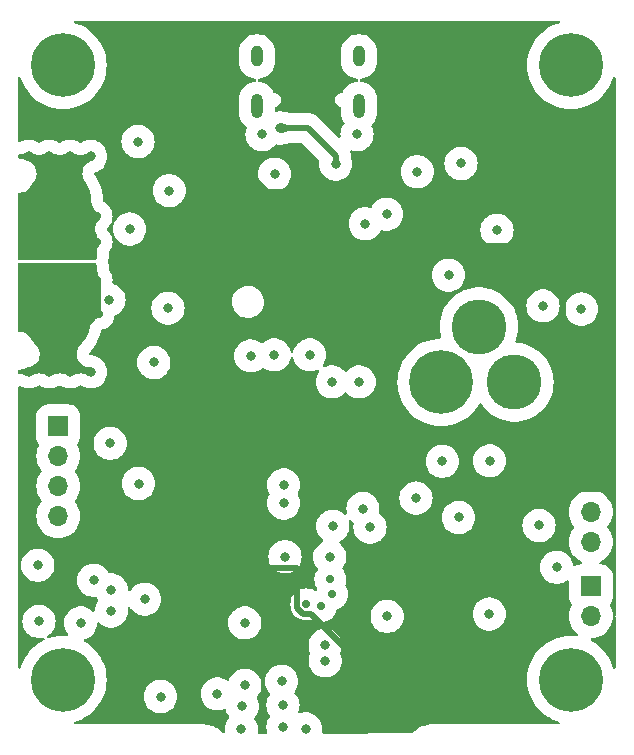
<source format=gbr>
%TF.GenerationSoftware,KiCad,Pcbnew,7.0.6*%
%TF.CreationDate,2023-08-15T19:52:18+12:00*%
%TF.ProjectId,esp32c3-ev-board,65737033-3263-4332-9d65-762d626f6172,rev?*%
%TF.SameCoordinates,Original*%
%TF.FileFunction,Copper,L4,Bot*%
%TF.FilePolarity,Positive*%
%FSLAX46Y46*%
G04 Gerber Fmt 4.6, Leading zero omitted, Abs format (unit mm)*
G04 Created by KiCad (PCBNEW 7.0.6) date 2023-08-15 19:52:18*
%MOMM*%
%LPD*%
G01*
G04 APERTURE LIST*
%TA.AperFunction,ComponentPad*%
%ADD10O,1.000000X1.800000*%
%TD*%
%TA.AperFunction,ComponentPad*%
%ADD11O,1.000000X2.100000*%
%TD*%
%TA.AperFunction,ComponentPad*%
%ADD12R,1.700000X1.700000*%
%TD*%
%TA.AperFunction,ComponentPad*%
%ADD13O,1.700000X1.700000*%
%TD*%
%TA.AperFunction,ComponentPad*%
%ADD14C,5.400000*%
%TD*%
%TA.AperFunction,ComponentPad*%
%ADD15C,5.385000*%
%TD*%
%TA.AperFunction,ComponentPad*%
%ADD16C,4.650000*%
%TD*%
%TA.AperFunction,ViaPad*%
%ADD17C,0.800000*%
%TD*%
%TA.AperFunction,ViaPad*%
%ADD18C,0.700000*%
%TD*%
%TA.AperFunction,Conductor*%
%ADD19C,0.500000*%
%TD*%
G04 APERTURE END LIST*
D10*
%TO.P,J5,S1,SHIELD*%
%TO.N,unconnected-(J5-SHIELD-PadS1)*%
X128830000Y-60045000D03*
D11*
X128830000Y-64225000D03*
D10*
X137470000Y-60045000D03*
D11*
X137470000Y-64225000D03*
%TD*%
D12*
%TO.P,Hall,1,Pin_1*%
%TO.N,+3.3V*%
X157100000Y-96060000D03*
D13*
%TO.P,Hall,2,Pin_2*%
%TO.N,Net-(IC3-MTDI)*%
X157100000Y-98600000D03*
%TO.P,Hall,3,Pin_3*%
%TO.N,Reg Neg*%
X157100000Y-101140000D03*
%TD*%
D14*
%TO.P,H1,1,1*%
%TO.N,Reg Neg*%
X155400000Y-60800000D03*
%TD*%
%TO.P,H3,1,1*%
%TO.N,Reg Neg*%
X155400000Y-112800000D03*
%TD*%
D15*
%TO.P,J2,1*%
%TO.N,Net-(D4-A)*%
X144422000Y-87630000D03*
D16*
%TO.P,J2,2*%
%TO.N,Reg Neg*%
X150622000Y-87630000D03*
%TO.P,J2,3*%
%TO.N,N/C*%
X147622000Y-82930000D03*
%TD*%
D14*
%TO.P,Negative -,1,1*%
%TO.N,Reg Neg*%
X112000000Y-82500000D03*
%TD*%
%TO.P,H4,1,1*%
%TO.N,Reg Neg*%
X112400000Y-112800000D03*
%TD*%
D12*
%TO.P,UART,1,Pin_1*%
%TO.N,Net-(J4-Pin_1)*%
X112000000Y-91360000D03*
D13*
%TO.P,UART,2,Pin_2*%
%TO.N,VBUS*%
X112000000Y-93900000D03*
%TO.P,UART,3,Pin_3*%
%TO.N,Reg Neg*%
X112000000Y-96440000D03*
%TO.P,UART,4,Pin_4*%
%TO.N,Net-(J4-Pin_4)*%
X112000000Y-98980000D03*
%TD*%
D14*
%TO.P,Negative +,1,1*%
%TO.N,UnregNeg(furthest from bat term)*%
X112100000Y-72250000D03*
%TD*%
%TO.P,Positive,1,1*%
%TO.N,UnregPos*%
X112400000Y-60800000D03*
%TD*%
D12*
%TO.P,Therm,1,Pin_1*%
%TO.N,Net-(IC3-MTMS)*%
X157100000Y-104900000D03*
D13*
%TO.P,Therm,2,Pin_2*%
%TO.N,Reg Neg*%
X157100000Y-107440000D03*
%TD*%
D17*
%TO.N,+3.3V*%
X125400000Y-108800000D03*
X154900000Y-71100000D03*
X138950000Y-113900000D03*
X152750000Y-94250000D03*
X142650000Y-66400000D03*
X123800000Y-76100000D03*
X125300000Y-104600000D03*
X137700000Y-102500000D03*
X152250000Y-103000500D03*
X135100000Y-96600000D03*
X154900000Y-72250000D03*
X124700000Y-66550000D03*
X141900000Y-106800000D03*
%TO.N,Reg Neg*%
X129250000Y-66650000D03*
X114750000Y-86750000D03*
X142300000Y-97425000D03*
X137500000Y-87600000D03*
X153050000Y-81150000D03*
X113000000Y-86750000D03*
D18*
X111950000Y-77875000D03*
D17*
X116500000Y-105200000D03*
D18*
X115250000Y-79000000D03*
D17*
X115000000Y-104400000D03*
D18*
X115425000Y-81825000D03*
D17*
X119325000Y-106000000D03*
X144525000Y-94325000D03*
X145900000Y-99075000D03*
X110375000Y-107875000D03*
X131204977Y-102395023D03*
X110275000Y-103125000D03*
X130315196Y-70000000D03*
D18*
X110725000Y-77875000D03*
D17*
X127800000Y-108000000D03*
X130925000Y-112950000D03*
X120666226Y-114235735D03*
X127500000Y-117000000D03*
X131025000Y-114950000D03*
X116500000Y-107000000D03*
D18*
X109500000Y-77875000D03*
X110750000Y-79000000D03*
D17*
X109500000Y-86750000D03*
X137300000Y-66650000D03*
X132950000Y-116975000D03*
X127800000Y-113275000D03*
X125475000Y-114000000D03*
X120100000Y-85950000D03*
X116300000Y-80650000D03*
X116400000Y-92800000D03*
D18*
X114950000Y-77900000D03*
D17*
X118800000Y-96200000D03*
X121300000Y-81350000D03*
X128300000Y-85400000D03*
X148525000Y-94275000D03*
X131025000Y-116800000D03*
X137796210Y-98321210D03*
X134600000Y-109900000D03*
X111250000Y-86750000D03*
X135200000Y-87600000D03*
D18*
X114300000Y-79725000D03*
D17*
X149149500Y-74750000D03*
X145050000Y-78550000D03*
D18*
X109500000Y-79000000D03*
D17*
X127575000Y-115075000D03*
X156300000Y-81425000D03*
X146100000Y-69100000D03*
X113900000Y-108000000D03*
D18*
X112000000Y-79000000D03*
X113125000Y-77875000D03*
X109100000Y-80250000D03*
D17*
X134600000Y-111200000D03*
D18*
X113250000Y-79000000D03*
D17*
%TO.N,CurMeas*%
X138400000Y-99900000D03*
X118050000Y-74650000D03*
X142400000Y-69800000D03*
X138000000Y-74200000D03*
X139800000Y-73400000D03*
%TO.N,CHIPEN*%
X118750000Y-67250000D03*
D18*
X134236386Y-106600500D03*
D17*
%TO.N,VoltMeas*%
X121400000Y-71400000D03*
X135251233Y-99806233D03*
%TO.N,5vUSB*%
X135500000Y-69150000D03*
X130800000Y-66100000D03*
%TO.N,LED B*%
X139850000Y-107449500D03*
X135000000Y-102400500D03*
%TO.N,Net-(IC3-SPICS0)*%
X131092324Y-96307675D03*
X133300000Y-85300000D03*
%TO.N,Net-(IC3-SPIWP)*%
X130300000Y-85300000D03*
X131099500Y-97850000D03*
%TO.N,UnregNeg(furthest from bat term)*%
X109500000Y-68500000D03*
D18*
X109350000Y-74500000D03*
X112000000Y-75750000D03*
X109500000Y-75750000D03*
X114475000Y-74750000D03*
X115250000Y-73575000D03*
X110725000Y-76925000D03*
D17*
X111250000Y-68500000D03*
D18*
X114950000Y-76900000D03*
D17*
X113000000Y-68500000D03*
X114750000Y-68500000D03*
D18*
X115250000Y-75750000D03*
X113250000Y-75750000D03*
X109425000Y-76900000D03*
X110750000Y-75750000D03*
X113300000Y-76900000D03*
X111975000Y-76925000D03*
%TO.N,Net-(IC3-MTDI)*%
X135050000Y-104300000D03*
D17*
X152700000Y-99750000D03*
%TO.N,Net-(IC3-GPIO2)*%
X148500000Y-107250000D03*
D18*
X133004718Y-106434892D03*
%TO.N,Net-(IC3-MTMS)*%
X135201464Y-105573536D03*
D17*
X154200000Y-103300000D03*
%TD*%
D19*
%TO.N,+3.3V*%
X135100000Y-96600000D02*
X136450000Y-95250000D01*
X136450000Y-95250000D02*
X142475000Y-95250000D01*
X143600000Y-95875000D02*
X144475000Y-96750000D01*
X142475000Y-95250000D02*
X143100000Y-95875000D01*
X143100000Y-95875000D02*
X143600000Y-95875000D01*
X144475000Y-96750000D02*
X148350000Y-96750000D01*
X148350000Y-96750000D02*
X154700000Y-90400000D01*
X151650000Y-93850000D02*
X153850000Y-91650000D01*
X144250000Y-69850000D02*
X144250000Y-68000000D01*
X154750000Y-72400000D02*
X154750000Y-92250000D01*
X124700000Y-66550000D02*
X129700000Y-71550000D01*
X145950000Y-71550000D02*
X144250000Y-69850000D01*
X132190743Y-106751582D02*
X132688661Y-107249500D01*
X154450000Y-71550000D02*
X145950000Y-71550000D01*
X138950000Y-112806675D02*
X138950000Y-113900000D01*
X151650000Y-98050000D02*
X151650000Y-93850000D01*
X154900000Y-71550000D02*
X150350000Y-76100000D01*
X150450000Y-99250000D02*
X151650000Y-98050000D01*
X125400000Y-106500000D02*
X128525000Y-103375000D01*
X154900000Y-72250000D02*
X154750000Y-72400000D01*
X132688661Y-107249500D02*
X133392825Y-107249500D01*
X150350000Y-76100000D02*
X123800000Y-76100000D01*
X141900000Y-106800000D02*
X151100000Y-97600000D01*
X154900000Y-71100000D02*
X154900000Y-71550000D01*
X132190743Y-103375000D02*
X132190743Y-106751582D01*
X128525000Y-103375000D02*
X132190743Y-103375000D01*
X154900000Y-71100000D02*
X154450000Y-71550000D01*
X125400000Y-104700000D02*
X125300000Y-104600000D01*
X153850000Y-91650000D02*
X154650000Y-91650000D01*
X125400000Y-108800000D02*
X125400000Y-106500000D01*
X133392825Y-107249500D02*
X138950000Y-112806675D01*
X129700000Y-71550000D02*
X147300000Y-71550000D01*
X125400000Y-106500000D02*
X125400000Y-104700000D01*
X150450000Y-101200500D02*
X150450000Y-99250000D01*
X152250000Y-103000500D02*
X150450000Y-101200500D01*
X144250000Y-68000000D02*
X142650000Y-66400000D01*
X151100000Y-97600000D02*
X151650000Y-97600000D01*
X154750000Y-92250000D02*
X152750000Y-94250000D01*
%TO.N,5vUSB*%
X133150000Y-66100000D02*
X130800000Y-66100000D01*
X135500000Y-68450000D02*
X133150000Y-66100000D01*
X135500000Y-69150000D02*
X135500000Y-68450000D01*
%TD*%
%TA.AperFunction,Conductor*%
%TO.N,Reg Neg*%
G36*
X115181873Y-77520502D02*
G01*
X115227713Y-77573231D01*
X115237410Y-77605114D01*
X115251524Y-77692320D01*
X115251528Y-77692337D01*
X115288247Y-77829381D01*
X115292000Y-77850664D01*
X115295371Y-77889189D01*
X115295371Y-77910806D01*
X115286840Y-78008315D01*
X115285067Y-78040215D01*
X115284315Y-78071899D01*
X115291576Y-78218701D01*
X115291577Y-78218710D01*
X115336748Y-78417059D01*
X115336754Y-78417080D01*
X115359079Y-78483277D01*
X115384708Y-78550002D01*
X115388965Y-78561086D01*
X115488198Y-78738693D01*
X115488205Y-78738704D01*
X115543697Y-78817954D01*
X115554504Y-78836673D01*
X115570848Y-78871723D01*
X115578241Y-78892034D01*
X115588247Y-78929378D01*
X115592000Y-78950660D01*
X115595372Y-78989188D01*
X115595372Y-79010807D01*
X115587120Y-79105124D01*
X115585213Y-79151580D01*
X115585213Y-79151591D01*
X115585213Y-79151593D01*
X115585213Y-79151594D01*
X115585453Y-79197738D01*
X115601795Y-79373127D01*
X115601796Y-79373133D01*
X115639334Y-79502722D01*
X115644205Y-79539701D01*
X115594116Y-82044178D01*
X115573095Y-82110811D01*
X115519387Y-82155501D01*
X115502235Y-82161474D01*
X115456030Y-82173855D01*
X115452215Y-82174900D01*
X115369118Y-82201594D01*
X115186423Y-82291108D01*
X115186422Y-82291109D01*
X115150483Y-82313488D01*
X115127113Y-82328040D01*
X114993515Y-82427475D01*
X114855332Y-82576788D01*
X114855330Y-82576790D01*
X114750028Y-82750864D01*
X114750021Y-82750879D01*
X114720097Y-82814002D01*
X114687530Y-82890773D01*
X114669625Y-82958521D01*
X114665286Y-82965694D01*
X114567452Y-83330808D01*
X114565446Y-83336985D01*
X114466548Y-83594619D01*
X114463907Y-83600551D01*
X114338611Y-83846462D01*
X114335364Y-83852086D01*
X114185069Y-84083520D01*
X114181251Y-84088773D01*
X114007571Y-84303251D01*
X114003226Y-84308076D01*
X113871812Y-84439493D01*
X113853566Y-84459089D01*
X113853567Y-84459089D01*
X113777616Y-84551032D01*
X113777613Y-84551035D01*
X113674814Y-84726591D01*
X113645784Y-84790159D01*
X113645784Y-84790160D01*
X113589383Y-84946865D01*
X113589381Y-84946871D01*
X113556723Y-85147681D01*
X113556723Y-85147694D01*
X113565156Y-85350954D01*
X113572209Y-85400002D01*
X113575101Y-85420117D01*
X113575101Y-85420118D01*
X113612376Y-85582443D01*
X113693465Y-85769024D01*
X113693469Y-85769031D01*
X113774816Y-85884764D01*
X113810459Y-85935474D01*
X113823048Y-85950002D01*
X113856214Y-85988278D01*
X113856216Y-85988280D01*
X113856215Y-85988280D01*
X113975328Y-86104680D01*
X114144420Y-86217806D01*
X114144423Y-86217808D01*
X114307846Y-86284402D01*
X114332830Y-86294583D01*
X114332836Y-86294585D01*
X114399868Y-86314268D01*
X114420089Y-86319305D01*
X114480753Y-86334417D01*
X114584823Y-86345000D01*
X114683158Y-86355000D01*
X114683159Y-86355000D01*
X114772455Y-86355000D01*
X114792862Y-86356691D01*
X114815049Y-86360392D01*
X114837171Y-86364084D01*
X114857025Y-86369112D01*
X114899489Y-86383691D01*
X114918241Y-86391916D01*
X114957752Y-86413298D01*
X114974898Y-86424500D01*
X115010326Y-86452075D01*
X115025391Y-86465943D01*
X115055820Y-86498996D01*
X115068402Y-86515162D01*
X115092961Y-86552754D01*
X115102706Y-86570762D01*
X115120749Y-86611895D01*
X115127400Y-86631267D01*
X115138426Y-86674809D01*
X115141796Y-86695006D01*
X115145504Y-86739747D01*
X115145505Y-86760227D01*
X115141796Y-86804997D01*
X115138425Y-86825199D01*
X115127400Y-86868736D01*
X115120750Y-86888106D01*
X115102712Y-86929229D01*
X115092964Y-86947241D01*
X115068397Y-86984843D01*
X115055820Y-87001002D01*
X115025401Y-87034047D01*
X115010332Y-87047919D01*
X114974896Y-87075500D01*
X114957749Y-87086703D01*
X114918244Y-87108081D01*
X114899493Y-87116306D01*
X114857018Y-87130888D01*
X114837165Y-87135916D01*
X114792865Y-87143309D01*
X114772454Y-87145000D01*
X114727545Y-87145000D01*
X114707134Y-87143309D01*
X114662833Y-87135916D01*
X114642980Y-87130888D01*
X114600503Y-87116305D01*
X114581751Y-87108079D01*
X114550997Y-87091436D01*
X114529105Y-87079589D01*
X114522777Y-87075655D01*
X114513857Y-87069337D01*
X114513859Y-87069339D01*
X114513855Y-87069336D01*
X114475989Y-87045001D01*
X114475987Y-87045000D01*
X114475984Y-87044998D01*
X114322162Y-86964006D01*
X114322161Y-86964005D01*
X114322158Y-86964004D01*
X114127600Y-86904514D01*
X114127593Y-86904512D01*
X114097418Y-86898540D01*
X114059060Y-86890948D01*
X114059051Y-86890947D01*
X114059052Y-86890947D01*
X113893566Y-86872252D01*
X113690636Y-86886841D01*
X113494818Y-86941973D01*
X113494810Y-86941976D01*
X113481466Y-86947241D01*
X113429811Y-86967621D01*
X113395590Y-86982790D01*
X113353606Y-87001400D01*
X113281113Y-87046855D01*
X113277685Y-87048854D01*
X113168243Y-87108081D01*
X113149490Y-87116307D01*
X113107018Y-87130888D01*
X113087165Y-87135916D01*
X113042865Y-87143309D01*
X113022454Y-87145000D01*
X112977545Y-87145000D01*
X112957134Y-87143309D01*
X112912833Y-87135916D01*
X112892980Y-87130888D01*
X112850503Y-87116305D01*
X112831751Y-87108079D01*
X112800997Y-87091436D01*
X112779105Y-87079589D01*
X112772777Y-87075655D01*
X112763857Y-87069337D01*
X112763859Y-87069339D01*
X112763855Y-87069336D01*
X112725989Y-87045001D01*
X112725987Y-87045000D01*
X112725984Y-87044998D01*
X112572162Y-86964006D01*
X112572161Y-86964005D01*
X112572158Y-86964004D01*
X112377600Y-86904514D01*
X112377593Y-86904512D01*
X112347418Y-86898540D01*
X112309060Y-86890948D01*
X112309051Y-86890947D01*
X112309052Y-86890947D01*
X112143566Y-86872252D01*
X111940636Y-86886841D01*
X111744818Y-86941973D01*
X111744810Y-86941976D01*
X111731466Y-86947241D01*
X111679811Y-86967621D01*
X111645590Y-86982790D01*
X111603606Y-87001400D01*
X111531113Y-87046855D01*
X111527685Y-87048854D01*
X111418243Y-87108081D01*
X111399490Y-87116307D01*
X111357018Y-87130888D01*
X111337165Y-87135916D01*
X111292865Y-87143309D01*
X111272454Y-87145000D01*
X111227545Y-87145000D01*
X111207134Y-87143309D01*
X111162833Y-87135916D01*
X111142980Y-87130888D01*
X111100503Y-87116305D01*
X111081751Y-87108079D01*
X111050997Y-87091436D01*
X111029105Y-87079589D01*
X111022777Y-87075655D01*
X111013857Y-87069337D01*
X111013859Y-87069339D01*
X111013855Y-87069336D01*
X110975989Y-87045001D01*
X110975987Y-87045000D01*
X110975984Y-87044998D01*
X110822162Y-86964006D01*
X110822161Y-86964005D01*
X110822158Y-86964004D01*
X110627600Y-86904514D01*
X110627593Y-86904512D01*
X110597418Y-86898540D01*
X110559060Y-86890948D01*
X110559051Y-86890947D01*
X110559052Y-86890947D01*
X110393566Y-86872252D01*
X110190636Y-86886841D01*
X109994818Y-86941973D01*
X109994810Y-86941976D01*
X109981466Y-86947241D01*
X109929811Y-86967621D01*
X109895590Y-86982790D01*
X109853606Y-87001400D01*
X109781113Y-87046855D01*
X109777685Y-87048854D01*
X109668243Y-87108081D01*
X109649490Y-87116307D01*
X109607018Y-87130888D01*
X109587165Y-87135916D01*
X109542865Y-87143309D01*
X109522454Y-87145000D01*
X109477545Y-87145000D01*
X109457134Y-87143309D01*
X109412833Y-87135916D01*
X109392981Y-87130888D01*
X109350503Y-87116305D01*
X109331748Y-87108079D01*
X109262084Y-87070378D01*
X109162216Y-87027240D01*
X109099276Y-87000054D01*
X109057905Y-86986370D01*
X109052806Y-86984843D01*
X109003129Y-86969965D01*
X108802320Y-86937307D01*
X108802304Y-86937307D01*
X108729639Y-86940321D01*
X108661841Y-86923432D01*
X108613937Y-86872570D01*
X108600500Y-86816428D01*
X108600500Y-86689368D01*
X108620185Y-86622329D01*
X108672989Y-86576574D01*
X108716824Y-86566861D01*
X108716737Y-86566061D01*
X108925228Y-86543224D01*
X108993556Y-86528629D01*
X109074277Y-86507854D01*
X109262084Y-86429621D01*
X109331749Y-86391919D01*
X109350494Y-86383697D01*
X109392984Y-86369109D01*
X109412837Y-86364081D01*
X109510878Y-86347722D01*
X109546420Y-86341133D01*
X109740623Y-86280496D01*
X109794523Y-86257454D01*
X109901349Y-86204074D01*
X110066438Y-86085175D01*
X110204215Y-85935478D01*
X110242180Y-85884764D01*
X110246088Y-85879544D01*
X110334523Y-85738388D01*
X110409120Y-85549108D01*
X110444089Y-85348686D01*
X110449073Y-85278994D01*
X110447154Y-85112457D01*
X110407578Y-84912894D01*
X110328640Y-84725383D01*
X110295155Y-84664059D01*
X110252218Y-84592634D01*
X110252210Y-84592623D01*
X110210969Y-84542044D01*
X110123645Y-84434950D01*
X109996778Y-84308083D01*
X109992432Y-84303257D01*
X109818748Y-84088775D01*
X109814940Y-84083535D01*
X109733258Y-83957756D01*
X109652553Y-83833479D01*
X109652552Y-83833479D01*
X109652548Y-83833473D01*
X109634635Y-83809721D01*
X109610033Y-83777098D01*
X109610027Y-83777091D01*
X109564050Y-83724283D01*
X109550243Y-83708752D01*
X109398967Y-83572711D01*
X109255262Y-83488562D01*
X109223401Y-83469905D01*
X109181630Y-83450829D01*
X109159846Y-83440881D01*
X109159843Y-83440879D01*
X109159841Y-83440879D01*
X109159840Y-83440879D01*
X109003134Y-83384478D01*
X109003128Y-83384476D01*
X108802318Y-83351818D01*
X108802304Y-83351818D01*
X108729639Y-83354832D01*
X108661841Y-83337943D01*
X108613937Y-83287081D01*
X108600500Y-83230939D01*
X108600500Y-77635320D01*
X108620185Y-77568281D01*
X108672989Y-77522526D01*
X108724290Y-77511321D01*
X115114805Y-77500927D01*
X115181873Y-77520502D01*
G37*
%TD.AperFunction*%
%TD*%
%TA.AperFunction,Conductor*%
%TO.N,UnregNeg(furthest from bat term)*%
G36*
X109542863Y-68106691D02*
G01*
X109587170Y-68114084D01*
X109607025Y-68119112D01*
X109649486Y-68133689D01*
X109668240Y-68141915D01*
X109720897Y-68170411D01*
X109727223Y-68174344D01*
X109736157Y-68180672D01*
X109767665Y-68200920D01*
X109774023Y-68205006D01*
X109927825Y-68285987D01*
X110108588Y-68341263D01*
X110122384Y-68345482D01*
X110167690Y-68354449D01*
X110190920Y-68359048D01*
X110356403Y-68377745D01*
X110559329Y-68363163D01*
X110755166Y-68308030D01*
X110820161Y-68282389D01*
X110896399Y-68248596D01*
X110968919Y-68203121D01*
X110972303Y-68201148D01*
X111081758Y-68141914D01*
X111100497Y-68133694D01*
X111142983Y-68119108D01*
X111162826Y-68114084D01*
X111190824Y-68109412D01*
X111207136Y-68106691D01*
X111227543Y-68105000D01*
X111272455Y-68105000D01*
X111292863Y-68106691D01*
X111337170Y-68114084D01*
X111357025Y-68119112D01*
X111399486Y-68133689D01*
X111418240Y-68141915D01*
X111470897Y-68170411D01*
X111477223Y-68174344D01*
X111486157Y-68180672D01*
X111517665Y-68200920D01*
X111524023Y-68205006D01*
X111677825Y-68285987D01*
X111858588Y-68341263D01*
X111872384Y-68345482D01*
X111917690Y-68354449D01*
X111940920Y-68359048D01*
X112106403Y-68377745D01*
X112309329Y-68363163D01*
X112505166Y-68308030D01*
X112570161Y-68282389D01*
X112646399Y-68248596D01*
X112718919Y-68203121D01*
X112722303Y-68201148D01*
X112831758Y-68141914D01*
X112850497Y-68133694D01*
X112892983Y-68119108D01*
X112912826Y-68114084D01*
X112940824Y-68109412D01*
X112957136Y-68106691D01*
X112977543Y-68105000D01*
X113022455Y-68105000D01*
X113042863Y-68106691D01*
X113087170Y-68114084D01*
X113107025Y-68119112D01*
X113149486Y-68133689D01*
X113168240Y-68141915D01*
X113220897Y-68170411D01*
X113227223Y-68174344D01*
X113236157Y-68180672D01*
X113267665Y-68200920D01*
X113274023Y-68205006D01*
X113427825Y-68285987D01*
X113608588Y-68341263D01*
X113622384Y-68345482D01*
X113667690Y-68354449D01*
X113690920Y-68359048D01*
X113856403Y-68377745D01*
X114059329Y-68363163D01*
X114255166Y-68308030D01*
X114320161Y-68282389D01*
X114396399Y-68248596D01*
X114468919Y-68203121D01*
X114472303Y-68201148D01*
X114581758Y-68141914D01*
X114600497Y-68133694D01*
X114642983Y-68119108D01*
X114662826Y-68114084D01*
X114690824Y-68109412D01*
X114707136Y-68106691D01*
X114727543Y-68105000D01*
X114772455Y-68105000D01*
X114792863Y-68106691D01*
X114837170Y-68114084D01*
X114857020Y-68119110D01*
X114899496Y-68133692D01*
X114918245Y-68141916D01*
X114957750Y-68163295D01*
X114974892Y-68174494D01*
X115010327Y-68202075D01*
X115025392Y-68215943D01*
X115055822Y-68248999D01*
X115068400Y-68265160D01*
X115092959Y-68302750D01*
X115102707Y-68320762D01*
X115120750Y-68361896D01*
X115127400Y-68381267D01*
X115138426Y-68424809D01*
X115141796Y-68445005D01*
X115145505Y-68489753D01*
X115145505Y-68510237D01*
X115141796Y-68554993D01*
X115138426Y-68575190D01*
X115127400Y-68618734D01*
X115120750Y-68638106D01*
X115102712Y-68679229D01*
X115092964Y-68697241D01*
X115068397Y-68734843D01*
X115055820Y-68751002D01*
X115025401Y-68784047D01*
X115010332Y-68797919D01*
X114974896Y-68825500D01*
X114957749Y-68836703D01*
X114918242Y-68858082D01*
X114899490Y-68866307D01*
X114780967Y-68906997D01*
X114780965Y-68906998D01*
X114732641Y-68926439D01*
X114706029Y-68938781D01*
X114685750Y-68948187D01*
X114523937Y-69042461D01*
X114523931Y-69042466D01*
X114371274Y-69176934D01*
X114323782Y-69228189D01*
X114221088Y-69359311D01*
X114127110Y-69539761D01*
X114127109Y-69539763D01*
X114071389Y-69735405D01*
X114071384Y-69735427D01*
X114059142Y-69804216D01*
X114059141Y-69804223D01*
X114059141Y-69804225D01*
X114043640Y-69970044D01*
X114043640Y-69970047D01*
X114046376Y-70000002D01*
X114062138Y-70172647D01*
X114062139Y-70172651D01*
X114121042Y-70367378D01*
X114121047Y-70367392D01*
X114147935Y-70431871D01*
X114183182Y-70507417D01*
X114226825Y-70574125D01*
X114228334Y-70579115D01*
X114254592Y-70619550D01*
X114254593Y-70619550D01*
X114435368Y-70897920D01*
X114438607Y-70903529D01*
X114490309Y-71005000D01*
X114563907Y-71149447D01*
X114566548Y-71155379D01*
X114660451Y-71400004D01*
X114665448Y-71413022D01*
X114667454Y-71419196D01*
X114707711Y-71569432D01*
X114732045Y-71660247D01*
X114738884Y-71685773D01*
X114740229Y-71692103D01*
X114741682Y-71701272D01*
X114783403Y-71964696D01*
X114784082Y-71971155D01*
X114801511Y-72303694D01*
X114802307Y-72339023D01*
X114802308Y-72339029D01*
X114837994Y-72539316D01*
X114837996Y-72539323D01*
X114857147Y-72606511D01*
X114915907Y-72762345D01*
X115021342Y-72936328D01*
X115021344Y-72936330D01*
X115021348Y-72936336D01*
X115159656Y-73085542D01*
X115212095Y-73131715D01*
X115276888Y-73184162D01*
X115276895Y-73184166D01*
X115276899Y-73184169D01*
X115385612Y-73248990D01*
X115389412Y-73251448D01*
X115463729Y-73303486D01*
X115480273Y-73317369D01*
X115497669Y-73334764D01*
X115507623Y-73344718D01*
X115521516Y-73361274D01*
X115543478Y-73392639D01*
X115543698Y-73392954D01*
X115554504Y-73411671D01*
X115570847Y-73446718D01*
X115578240Y-73467031D01*
X115588247Y-73504379D01*
X115592000Y-73525663D01*
X115595371Y-73564193D01*
X115595371Y-73585808D01*
X115592001Y-73624328D01*
X115588247Y-73645616D01*
X115578237Y-73682972D01*
X115570845Y-73703281D01*
X115554501Y-73738331D01*
X115543694Y-73757051D01*
X115521519Y-73788720D01*
X115507626Y-73805276D01*
X115449078Y-73863825D01*
X115440933Y-73872063D01*
X115314197Y-74031202D01*
X115314182Y-74031223D01*
X115298599Y-74055472D01*
X115285691Y-74075558D01*
X115238209Y-74157726D01*
X115238207Y-74157730D01*
X115221547Y-74200001D01*
X115163609Y-74347003D01*
X115163609Y-74347004D01*
X115128638Y-74547423D01*
X115126432Y-74578281D01*
X115123653Y-74617134D01*
X115124032Y-74650003D01*
X115125572Y-74783670D01*
X115165147Y-74983230D01*
X115244085Y-75170742D01*
X115277571Y-75232067D01*
X115320507Y-75303491D01*
X115320515Y-75303502D01*
X115449083Y-75461178D01*
X115507622Y-75519717D01*
X115521516Y-75536275D01*
X115543697Y-75567953D01*
X115554504Y-75586671D01*
X115570847Y-75621718D01*
X115578240Y-75642031D01*
X115588247Y-75679379D01*
X115592000Y-75700663D01*
X115595371Y-75739191D01*
X115595371Y-75760808D01*
X115592000Y-75799334D01*
X115588247Y-75820618D01*
X115578240Y-75857965D01*
X115570847Y-75878276D01*
X115554503Y-75913326D01*
X115543696Y-75932045D01*
X115475160Y-76029926D01*
X115457695Y-76056634D01*
X115449760Y-76069651D01*
X115441207Y-76083684D01*
X115441203Y-76083690D01*
X115441204Y-76083690D01*
X115441203Y-76083691D01*
X115374059Y-76214506D01*
X115374056Y-76214514D01*
X115374055Y-76214517D01*
X115313995Y-76408900D01*
X115313993Y-76408905D01*
X115313994Y-76408905D01*
X115313993Y-76408909D01*
X115300229Y-76477397D01*
X115287207Y-76559717D01*
X115284345Y-76763155D01*
X115284345Y-76763156D01*
X115295371Y-76889188D01*
X115295371Y-76910802D01*
X115292000Y-76949333D01*
X115288247Y-76970618D01*
X115251527Y-77107666D01*
X115237850Y-77165495D01*
X115237849Y-77165502D01*
X115236777Y-77176045D01*
X115210411Y-77240749D01*
X115153249Y-77280927D01*
X115113413Y-77287500D01*
X108724500Y-77287500D01*
X108657461Y-77267815D01*
X108611706Y-77215011D01*
X108600500Y-77163500D01*
X108600500Y-71701272D01*
X108620185Y-71634233D01*
X108672989Y-71588478D01*
X108732092Y-71577505D01*
X108759469Y-71579185D01*
X108960887Y-71550510D01*
X109028708Y-71533715D01*
X109186506Y-71480428D01*
X109364073Y-71381122D01*
X109518015Y-71248105D01*
X109565990Y-71197309D01*
X109620664Y-71134387D01*
X109730893Y-70963386D01*
X109761387Y-70903536D01*
X109764622Y-70897931D01*
X109914950Y-70666447D01*
X109918735Y-70661238D01*
X109929062Y-70648485D01*
X109932713Y-70643979D01*
X109963359Y-70601847D01*
X109963358Y-70601848D01*
X109991558Y-70558529D01*
X109991560Y-70558526D01*
X109991562Y-70558523D01*
X110078662Y-70392769D01*
X110136690Y-70197771D01*
X110147655Y-70140097D01*
X110149741Y-70129132D01*
X110149741Y-70129133D01*
X110164543Y-69988641D01*
X110167194Y-69963484D01*
X110151079Y-69760673D01*
X110149886Y-69756556D01*
X110115260Y-69637027D01*
X110094469Y-69565258D01*
X110068338Y-69500459D01*
X110068338Y-69500458D01*
X109993468Y-69351682D01*
X109870265Y-69189781D01*
X109870258Y-69189774D01*
X109716991Y-69055992D01*
X109659975Y-69015607D01*
X109590036Y-68970301D01*
X109590031Y-68970298D01*
X109590029Y-68970297D01*
X109590025Y-68970295D01*
X109590021Y-68970293D01*
X109405281Y-68885111D01*
X109350504Y-68866306D01*
X109331751Y-68858080D01*
X109262077Y-68820375D01*
X109195478Y-68791608D01*
X109099276Y-68750054D01*
X109057905Y-68736370D01*
X109052806Y-68734843D01*
X109003129Y-68719965D01*
X108802320Y-68687307D01*
X108802304Y-68687307D01*
X108729639Y-68690321D01*
X108661841Y-68673432D01*
X108613937Y-68622570D01*
X108600500Y-68566428D01*
X108600500Y-68439368D01*
X108620185Y-68372329D01*
X108672989Y-68326574D01*
X108716823Y-68316862D01*
X108716736Y-68316061D01*
X108925227Y-68293224D01*
X108993555Y-68278629D01*
X109074273Y-68257855D01*
X109262080Y-68179622D01*
X109331742Y-68141922D01*
X109350494Y-68133697D01*
X109392985Y-68119109D01*
X109412833Y-68114083D01*
X109430895Y-68111069D01*
X109457138Y-68106691D01*
X109477544Y-68105000D01*
X109522455Y-68105000D01*
X109542863Y-68106691D01*
G37*
%TD.AperFunction*%
%TD*%
%TA.AperFunction,Conductor*%
%TO.N,5vUSB*%
G36*
X130812551Y-65700977D02*
G01*
X130999346Y-65715517D01*
X131001432Y-65715872D01*
X131081348Y-65737138D01*
X131139942Y-65752731D01*
X131140456Y-65752894D01*
X131259795Y-65797200D01*
X131399592Y-65834400D01*
X131589210Y-65849160D01*
X131597190Y-65853218D01*
X131600000Y-65860824D01*
X131600000Y-66339175D01*
X131596573Y-66347448D01*
X131589208Y-66350840D01*
X131399591Y-66365600D01*
X131399589Y-66365600D01*
X131259795Y-66402800D01*
X131259784Y-66402803D01*
X131259783Y-66402803D01*
X131140474Y-66447099D01*
X131139942Y-66447268D01*
X131001439Y-66484125D01*
X130999338Y-66484483D01*
X130812576Y-66499021D01*
X130804062Y-66496246D01*
X130800003Y-66488264D01*
X130799968Y-66487385D01*
X130799867Y-66447099D01*
X130799000Y-66100000D01*
X130799968Y-65712612D01*
X130803416Y-65704349D01*
X130811697Y-65700943D01*
X130812551Y-65700977D01*
G37*
%TD.AperFunction*%
%TD*%
%TA.AperFunction,Conductor*%
%TO.N,+3.3V*%
G36*
X154407461Y-57020185D02*
G01*
X154453216Y-57072989D01*
X154463160Y-57142147D01*
X154434135Y-57205703D01*
X154375357Y-57243477D01*
X154372558Y-57244262D01*
X154279093Y-57269306D01*
X154254905Y-57275788D01*
X153892802Y-57414787D01*
X153547206Y-57590877D01*
X153221917Y-57802122D01*
X152920488Y-58046215D01*
X152920480Y-58046222D01*
X152646222Y-58320480D01*
X152646215Y-58320488D01*
X152402122Y-58621917D01*
X152190877Y-58947206D01*
X152014787Y-59292802D01*
X151875788Y-59654905D01*
X151775397Y-60029570D01*
X151775397Y-60029572D01*
X151714722Y-60412660D01*
X151700039Y-60692821D01*
X151694422Y-60800000D01*
X151714722Y-61187338D01*
X151775398Y-61570433D01*
X151844274Y-61827484D01*
X151875788Y-61945094D01*
X152014787Y-62307197D01*
X152190877Y-62652793D01*
X152402122Y-62978082D01*
X152597057Y-63218806D01*
X152646219Y-63279516D01*
X152920484Y-63553781D01*
X152945107Y-63573720D01*
X153221917Y-63797877D01*
X153547206Y-64009122D01*
X153547211Y-64009125D01*
X153892806Y-64185214D01*
X154254913Y-64324214D01*
X154629567Y-64424602D01*
X155012662Y-64485278D01*
X155378576Y-64504455D01*
X155399999Y-64505578D01*
X155400000Y-64505578D01*
X155400001Y-64505578D01*
X155420301Y-64504514D01*
X155787338Y-64485278D01*
X156170433Y-64424602D01*
X156545087Y-64324214D01*
X156907194Y-64185214D01*
X157252789Y-64009125D01*
X157578084Y-63797876D01*
X157879516Y-63553781D01*
X158153781Y-63279516D01*
X158397876Y-62978084D01*
X158609125Y-62652789D01*
X158785214Y-62307194D01*
X158924214Y-61945087D01*
X158955725Y-61827482D01*
X158992090Y-61767823D01*
X159054937Y-61737294D01*
X159124312Y-61745589D01*
X159178190Y-61790074D01*
X159199465Y-61856626D01*
X159199500Y-61859577D01*
X159199500Y-98543462D01*
X159181950Y-98603229D01*
X159196666Y-98630179D01*
X159199500Y-98656537D01*
X159199500Y-101083462D01*
X159181950Y-101143229D01*
X159196666Y-101170179D01*
X159199500Y-101196537D01*
X159199500Y-107383462D01*
X159181950Y-107443229D01*
X159196666Y-107470179D01*
X159199500Y-107496537D01*
X159199500Y-111740422D01*
X159179815Y-111807461D01*
X159127011Y-111853216D01*
X159057853Y-111863160D01*
X158994297Y-111834135D01*
X158956523Y-111775357D01*
X158955737Y-111772558D01*
X158924214Y-111654913D01*
X158785214Y-111292806D01*
X158609125Y-110947211D01*
X158476965Y-110743702D01*
X158397877Y-110621917D01*
X158153784Y-110320488D01*
X158153781Y-110320484D01*
X157879516Y-110046219D01*
X157578084Y-109802124D01*
X157578082Y-109802122D01*
X157252793Y-109590877D01*
X157122333Y-109524404D01*
X157071537Y-109476429D01*
X157054742Y-109408608D01*
X157077279Y-109342473D01*
X157131995Y-109299022D01*
X157169776Y-109290236D01*
X157364026Y-109276343D01*
X157622678Y-109220077D01*
X157870689Y-109127574D01*
X158103011Y-109000716D01*
X158314915Y-108842087D01*
X158502087Y-108654915D01*
X158660716Y-108443011D01*
X158787574Y-108210689D01*
X158880077Y-107962678D01*
X158936343Y-107704026D01*
X158951815Y-107487691D01*
X158969898Y-107439209D01*
X158956523Y-107418397D01*
X158951816Y-107392308D01*
X158945663Y-107306287D01*
X158936343Y-107175974D01*
X158890685Y-106966087D01*
X158880078Y-106917326D01*
X158873077Y-106898556D01*
X158787574Y-106669311D01*
X158756295Y-106612029D01*
X158708717Y-106524896D01*
X158693865Y-106456624D01*
X158718282Y-106391159D01*
X158721426Y-106387134D01*
X158789698Y-106303407D01*
X158883909Y-106123049D01*
X158939886Y-105927418D01*
X158950500Y-105808037D01*
X158950499Y-103991964D01*
X158939886Y-103872582D01*
X158883909Y-103676951D01*
X158789698Y-103496593D01*
X158734256Y-103428599D01*
X158661109Y-103338890D01*
X158503409Y-103210304D01*
X158503410Y-103210304D01*
X158503407Y-103210302D01*
X158323049Y-103116091D01*
X158323048Y-103116090D01*
X158323045Y-103116089D01*
X158205829Y-103082550D01*
X158127418Y-103060114D01*
X158127415Y-103060113D01*
X158127413Y-103060113D01*
X158036983Y-103052073D01*
X158008037Y-103049500D01*
X158008035Y-103049500D01*
X157950089Y-103049500D01*
X157883050Y-103029815D01*
X157837295Y-102977011D01*
X157827351Y-102907853D01*
X157856376Y-102844297D01*
X157890662Y-102816668D01*
X157959973Y-102778820D01*
X158103011Y-102700716D01*
X158314915Y-102542087D01*
X158502087Y-102354915D01*
X158660716Y-102143011D01*
X158787574Y-101910689D01*
X158880077Y-101662678D01*
X158936343Y-101404026D01*
X158951815Y-101187691D01*
X158969898Y-101139209D01*
X158956523Y-101118397D01*
X158951816Y-101092308D01*
X158950331Y-101071544D01*
X158936343Y-100875974D01*
X158891403Y-100669386D01*
X158880078Y-100617326D01*
X158878519Y-100613147D01*
X158787574Y-100369311D01*
X158783546Y-100361935D01*
X158660719Y-100136994D01*
X158660714Y-100136986D01*
X158516479Y-99944309D01*
X158492062Y-99878845D01*
X158506914Y-99810572D01*
X158516472Y-99795698D01*
X158660716Y-99603011D01*
X158787574Y-99370689D01*
X158880077Y-99122678D01*
X158936343Y-98864026D01*
X158951815Y-98647691D01*
X158969898Y-98599209D01*
X158956523Y-98578397D01*
X158951816Y-98552308D01*
X158945433Y-98463064D01*
X158936343Y-98335974D01*
X158882814Y-98089905D01*
X158880078Y-98077326D01*
X158866559Y-98041081D01*
X158787574Y-97829311D01*
X158765051Y-97788064D01*
X158660719Y-97596994D01*
X158660714Y-97596986D01*
X158502093Y-97385092D01*
X158502077Y-97385074D01*
X158314925Y-97197922D01*
X158314907Y-97197906D01*
X158103013Y-97039285D01*
X158103005Y-97039280D01*
X157870694Y-96912428D01*
X157870690Y-96912426D01*
X157622673Y-96819921D01*
X157364034Y-96763658D01*
X157364027Y-96763657D01*
X157100001Y-96744773D01*
X157099999Y-96744773D01*
X156835972Y-96763657D01*
X156835965Y-96763658D01*
X156577326Y-96819921D01*
X156329309Y-96912426D01*
X156329305Y-96912428D01*
X156096994Y-97039280D01*
X156096986Y-97039285D01*
X155885092Y-97197906D01*
X155885074Y-97197922D01*
X155697922Y-97385074D01*
X155697906Y-97385092D01*
X155539285Y-97596986D01*
X155539280Y-97596994D01*
X155412428Y-97829305D01*
X155412426Y-97829309D01*
X155319921Y-98077326D01*
X155263658Y-98335965D01*
X155263657Y-98335972D01*
X155244773Y-98599998D01*
X155244773Y-98600001D01*
X155263657Y-98864027D01*
X155263658Y-98864034D01*
X155319921Y-99122673D01*
X155412426Y-99370690D01*
X155412428Y-99370694D01*
X155539280Y-99603005D01*
X155539285Y-99603013D01*
X155683520Y-99795690D01*
X155707937Y-99861155D01*
X155693085Y-99929427D01*
X155683520Y-99944310D01*
X155539285Y-100136986D01*
X155539280Y-100136994D01*
X155412428Y-100369305D01*
X155412426Y-100369309D01*
X155319921Y-100617326D01*
X155263658Y-100875965D01*
X155263657Y-100875972D01*
X155244773Y-101139998D01*
X155244773Y-101140001D01*
X155263657Y-101404027D01*
X155263658Y-101404034D01*
X155319921Y-101662673D01*
X155412426Y-101910690D01*
X155412428Y-101910694D01*
X155539280Y-102143005D01*
X155539285Y-102143013D01*
X155697906Y-102354907D01*
X155697922Y-102354925D01*
X155885074Y-102542077D01*
X155885092Y-102542093D01*
X156096986Y-102700714D01*
X156096989Y-102700716D01*
X156309339Y-102816668D01*
X156358744Y-102866073D01*
X156373596Y-102934346D01*
X156349179Y-102999810D01*
X156293246Y-103041682D01*
X156249914Y-103049500D01*
X156191969Y-103049500D01*
X156191964Y-103049501D01*
X156162727Y-103052100D01*
X156072584Y-103060113D01*
X155876952Y-103116090D01*
X155767526Y-103173249D01*
X155698991Y-103186840D01*
X155633988Y-103161221D01*
X155593154Y-103104525D01*
X155586538Y-103073576D01*
X155586134Y-103068695D01*
X155552112Y-102934346D01*
X155529157Y-102843699D01*
X155435924Y-102631151D01*
X155308983Y-102436852D01*
X155308980Y-102436849D01*
X155308979Y-102436847D01*
X155151784Y-102266087D01*
X155151779Y-102266083D01*
X155151777Y-102266081D01*
X154968634Y-102123535D01*
X154968628Y-102123531D01*
X154764504Y-102013064D01*
X154764495Y-102013061D01*
X154544984Y-101937702D01*
X154373282Y-101909050D01*
X154316049Y-101899500D01*
X154083951Y-101899500D01*
X154038164Y-101907140D01*
X153855015Y-101937702D01*
X153635504Y-102013061D01*
X153635495Y-102013064D01*
X153431371Y-102123531D01*
X153431365Y-102123535D01*
X153248222Y-102266081D01*
X153248219Y-102266084D01*
X153091016Y-102436852D01*
X152964075Y-102631151D01*
X152870842Y-102843699D01*
X152813866Y-103068691D01*
X152813864Y-103068702D01*
X152794700Y-103299993D01*
X152794700Y-103300006D01*
X152813864Y-103531297D01*
X152813866Y-103531308D01*
X152870842Y-103756300D01*
X152964075Y-103968848D01*
X153091016Y-104163147D01*
X153091019Y-104163151D01*
X153091021Y-104163153D01*
X153248216Y-104333913D01*
X153248219Y-104333915D01*
X153248222Y-104333918D01*
X153431365Y-104476464D01*
X153431371Y-104476468D01*
X153431374Y-104476470D01*
X153635497Y-104586936D01*
X153672095Y-104599500D01*
X153855015Y-104662297D01*
X153855017Y-104662297D01*
X153855019Y-104662298D01*
X154083951Y-104700500D01*
X154083952Y-104700500D01*
X154316048Y-104700500D01*
X154316049Y-104700500D01*
X154544981Y-104662298D01*
X154764503Y-104586936D01*
X154968626Y-104476470D01*
X155049337Y-104413649D01*
X155114331Y-104388007D01*
X155182871Y-104401573D01*
X155233196Y-104450042D01*
X155249500Y-104511503D01*
X155249501Y-105160986D01*
X155249501Y-105808036D01*
X155249582Y-105808944D01*
X155260113Y-105927415D01*
X155316089Y-106123045D01*
X155316090Y-106123047D01*
X155316091Y-106123049D01*
X155410302Y-106303407D01*
X155410304Y-106303409D01*
X155478551Y-106387108D01*
X155505660Y-106451505D01*
X155493651Y-106520334D01*
X155491282Y-106524895D01*
X155412426Y-106669309D01*
X155319921Y-106917326D01*
X155263658Y-107175965D01*
X155263657Y-107175972D01*
X155244773Y-107439998D01*
X155244773Y-107440001D01*
X155263657Y-107704027D01*
X155263658Y-107704034D01*
X155319921Y-107962673D01*
X155412426Y-108210690D01*
X155412428Y-108210694D01*
X155539280Y-108443005D01*
X155539285Y-108443013D01*
X155697906Y-108654907D01*
X155697922Y-108654925D01*
X155885074Y-108842077D01*
X155885080Y-108842082D01*
X155885085Y-108842087D01*
X155953680Y-108893436D01*
X155972401Y-108907451D01*
X156014272Y-108963385D01*
X156019256Y-109033076D01*
X155985771Y-109094399D01*
X155924448Y-109127884D01*
X155878692Y-109129191D01*
X155787339Y-109114722D01*
X155400001Y-109094422D01*
X155399999Y-109094422D01*
X155012660Y-109114722D01*
X154629572Y-109175397D01*
X154629570Y-109175397D01*
X154254905Y-109275788D01*
X153892802Y-109414787D01*
X153547206Y-109590877D01*
X153221917Y-109802122D01*
X152920488Y-110046215D01*
X152920480Y-110046222D01*
X152646222Y-110320480D01*
X152646215Y-110320488D01*
X152402122Y-110621917D01*
X152190877Y-110947206D01*
X152014787Y-111292802D01*
X151875788Y-111654905D01*
X151775397Y-112029570D01*
X151775397Y-112029572D01*
X151714722Y-112412660D01*
X151694422Y-112799999D01*
X151694422Y-112800000D01*
X151714722Y-113187339D01*
X151717016Y-113201822D01*
X151775398Y-113570433D01*
X151868015Y-113916087D01*
X151875788Y-113945094D01*
X152014787Y-114307197D01*
X152190877Y-114652793D01*
X152402122Y-114978082D01*
X152480599Y-115074993D01*
X152646219Y-115279516D01*
X152920484Y-115553781D01*
X152975131Y-115598033D01*
X153221917Y-115797877D01*
X153442697Y-115941253D01*
X153547211Y-116009125D01*
X153892806Y-116185214D01*
X154254913Y-116324214D01*
X154372517Y-116355725D01*
X154432176Y-116392090D01*
X154462705Y-116454937D01*
X154454410Y-116524313D01*
X154409925Y-116578191D01*
X154343373Y-116599465D01*
X154340422Y-116599500D01*
X143600000Y-116599500D01*
X143460198Y-116599425D01*
X143460197Y-116599425D01*
X143460192Y-116599425D01*
X143182955Y-116635623D01*
X143182939Y-116635626D01*
X142931072Y-116702537D01*
X142912714Y-116707415D01*
X142795010Y-116755727D01*
X142654054Y-116813584D01*
X142411314Y-116952350D01*
X142188580Y-117121377D01*
X142035163Y-117272839D01*
X141973626Y-117305930D01*
X141949044Y-117308593D01*
X134455267Y-117368918D01*
X134388071Y-117349774D01*
X134341893Y-117297340D01*
X134331393Y-117228264D01*
X134334064Y-117214478D01*
X134336134Y-117206305D01*
X134336135Y-117206297D01*
X134355300Y-116975006D01*
X134355300Y-116974993D01*
X134336135Y-116743702D01*
X134336133Y-116743691D01*
X134279157Y-116518699D01*
X134185924Y-116306151D01*
X134058983Y-116111852D01*
X134058980Y-116111849D01*
X134058979Y-116111847D01*
X133901784Y-115941087D01*
X133901779Y-115941083D01*
X133901777Y-115941081D01*
X133718634Y-115798535D01*
X133718628Y-115798531D01*
X133514504Y-115688064D01*
X133514495Y-115688061D01*
X133294984Y-115612702D01*
X133123282Y-115584050D01*
X133066049Y-115574500D01*
X132833951Y-115574500D01*
X132801246Y-115579957D01*
X132605013Y-115612702D01*
X132470471Y-115658891D01*
X132400673Y-115662041D01*
X132340252Y-115626954D01*
X132308391Y-115564772D01*
X132315207Y-115495235D01*
X132316640Y-115491827D01*
X132354157Y-115406300D01*
X132411134Y-115181305D01*
X132411535Y-115176464D01*
X132430300Y-114950006D01*
X132430300Y-114949993D01*
X132411135Y-114718702D01*
X132411133Y-114718691D01*
X132354157Y-114493699D01*
X132260924Y-114281151D01*
X132133980Y-114086849D01*
X132133979Y-114086847D01*
X132058109Y-114004430D01*
X132035314Y-113979667D01*
X132004392Y-113917013D01*
X132012253Y-113847586D01*
X132031461Y-113817700D01*
X132030825Y-113817205D01*
X132033970Y-113813162D01*
X132033979Y-113813153D01*
X132160924Y-113618849D01*
X132254157Y-113406300D01*
X132311134Y-113181305D01*
X132311871Y-113172416D01*
X132330300Y-112950006D01*
X132330300Y-112949993D01*
X132311135Y-112718702D01*
X132311133Y-112718691D01*
X132254157Y-112493699D01*
X132160924Y-112281151D01*
X132033983Y-112086852D01*
X132033980Y-112086849D01*
X132033979Y-112086847D01*
X131876784Y-111916087D01*
X131876779Y-111916083D01*
X131876777Y-111916081D01*
X131693634Y-111773535D01*
X131693628Y-111773531D01*
X131489504Y-111663064D01*
X131489495Y-111663061D01*
X131269984Y-111587702D01*
X131098281Y-111559050D01*
X131041049Y-111549500D01*
X130808951Y-111549500D01*
X130763164Y-111557140D01*
X130580015Y-111587702D01*
X130360504Y-111663061D01*
X130360495Y-111663064D01*
X130156371Y-111773531D01*
X130156365Y-111773535D01*
X129973222Y-111916081D01*
X129973219Y-111916084D01*
X129816016Y-112086852D01*
X129689075Y-112281151D01*
X129595842Y-112493699D01*
X129538866Y-112718691D01*
X129538864Y-112718702D01*
X129519700Y-112949993D01*
X129519700Y-112950006D01*
X129538864Y-113181297D01*
X129538866Y-113181308D01*
X129595842Y-113406300D01*
X129689075Y-113618848D01*
X129786975Y-113768695D01*
X129816021Y-113813153D01*
X129820207Y-113817700D01*
X129914685Y-113920332D01*
X129945607Y-113982987D01*
X129937746Y-114052413D01*
X129918538Y-114082311D01*
X129919169Y-114082802D01*
X129916020Y-114086846D01*
X129789075Y-114281151D01*
X129695842Y-114493699D01*
X129638866Y-114718691D01*
X129638864Y-114718702D01*
X129619700Y-114949993D01*
X129619700Y-114950006D01*
X129638864Y-115181297D01*
X129638866Y-115181308D01*
X129695842Y-115406300D01*
X129789075Y-115618848D01*
X129912117Y-115807178D01*
X129932304Y-115874067D01*
X129913124Y-115941253D01*
X129912117Y-115942820D01*
X129789075Y-116131151D01*
X129695842Y-116343699D01*
X129638866Y-116568691D01*
X129638864Y-116568702D01*
X129619700Y-116799993D01*
X129619700Y-116800006D01*
X129638864Y-117031297D01*
X129638866Y-117031305D01*
X129689513Y-117231305D01*
X129695200Y-117253760D01*
X129692575Y-117323581D01*
X129652619Y-117380898D01*
X129588018Y-117407515D01*
X129575992Y-117408197D01*
X129000477Y-117412830D01*
X128933281Y-117393686D01*
X128887103Y-117341252D01*
X128876603Y-117272176D01*
X128879275Y-117258389D01*
X128880448Y-117253760D01*
X128883530Y-117241587D01*
X128886132Y-117231315D01*
X128886135Y-117231297D01*
X128905300Y-117000006D01*
X128905300Y-116999993D01*
X128886135Y-116768702D01*
X128886133Y-116768691D01*
X128829157Y-116543699D01*
X128735924Y-116331151D01*
X128616972Y-116149080D01*
X128596784Y-116082191D01*
X128615965Y-116015005D01*
X128629542Y-115997286D01*
X128683979Y-115938153D01*
X128810924Y-115743849D01*
X128904157Y-115531300D01*
X128961134Y-115306305D01*
X128962877Y-115285271D01*
X128980300Y-115075006D01*
X128980300Y-115074993D01*
X128961135Y-114843702D01*
X128961133Y-114843691D01*
X128904157Y-114618699D01*
X128810925Y-114406153D01*
X128802005Y-114392500D01*
X128781817Y-114325610D01*
X128800996Y-114258425D01*
X128814579Y-114240698D01*
X128908979Y-114138153D01*
X129035924Y-113943849D01*
X129129157Y-113731300D01*
X129186134Y-113506305D01*
X129186135Y-113506297D01*
X129205300Y-113275006D01*
X129205300Y-113274993D01*
X129186135Y-113043702D01*
X129186133Y-113043691D01*
X129129157Y-112818699D01*
X129035924Y-112606151D01*
X128908983Y-112411852D01*
X128908980Y-112411849D01*
X128908979Y-112411847D01*
X128751784Y-112241087D01*
X128751779Y-112241083D01*
X128751777Y-112241081D01*
X128568634Y-112098535D01*
X128568628Y-112098531D01*
X128364504Y-111988064D01*
X128364495Y-111988061D01*
X128144984Y-111912702D01*
X127973282Y-111884050D01*
X127916049Y-111874500D01*
X127683951Y-111874500D01*
X127638164Y-111882140D01*
X127455015Y-111912702D01*
X127235504Y-111988061D01*
X127235495Y-111988064D01*
X127031371Y-112098531D01*
X127031365Y-112098535D01*
X126848222Y-112241081D01*
X126848219Y-112241084D01*
X126691016Y-112411852D01*
X126564076Y-112606149D01*
X126475429Y-112808243D01*
X126430472Y-112861728D01*
X126363736Y-112882418D01*
X126296408Y-112863743D01*
X126285711Y-112856285D01*
X126243634Y-112823535D01*
X126243628Y-112823531D01*
X126039504Y-112713064D01*
X126039495Y-112713061D01*
X125819984Y-112637702D01*
X125630894Y-112606149D01*
X125591049Y-112599500D01*
X125358951Y-112599500D01*
X125319106Y-112606149D01*
X125130015Y-112637702D01*
X124910504Y-112713061D01*
X124910495Y-112713064D01*
X124706371Y-112823531D01*
X124706365Y-112823535D01*
X124523222Y-112966081D01*
X124523219Y-112966084D01*
X124366016Y-113136852D01*
X124239075Y-113331151D01*
X124145842Y-113543699D01*
X124088866Y-113768691D01*
X124088864Y-113768702D01*
X124069700Y-113999993D01*
X124069700Y-114000006D01*
X124088864Y-114231297D01*
X124088866Y-114231308D01*
X124145842Y-114456300D01*
X124239075Y-114668848D01*
X124366016Y-114863147D01*
X124366019Y-114863151D01*
X124366021Y-114863153D01*
X124523216Y-115033913D01*
X124523219Y-115033915D01*
X124523222Y-115033918D01*
X124706365Y-115176464D01*
X124706371Y-115176468D01*
X124706374Y-115176470D01*
X124910497Y-115286936D01*
X125024487Y-115326068D01*
X125130015Y-115362297D01*
X125130017Y-115362297D01*
X125130019Y-115362298D01*
X125358951Y-115400500D01*
X125358952Y-115400500D01*
X125591048Y-115400500D01*
X125591049Y-115400500D01*
X125819981Y-115362298D01*
X125819984Y-115362297D01*
X126044354Y-115285271D01*
X126045121Y-115287506D01*
X126104578Y-115279787D01*
X126167730Y-115309679D01*
X126204697Y-115368968D01*
X126205458Y-115371831D01*
X126245841Y-115531295D01*
X126245841Y-115531296D01*
X126339075Y-115743848D01*
X126458027Y-115925918D01*
X126478214Y-115992807D01*
X126459034Y-116059993D01*
X126445449Y-116077721D01*
X126391019Y-116136849D01*
X126264075Y-116331151D01*
X126170842Y-116543699D01*
X126113866Y-116768691D01*
X126113864Y-116768702D01*
X126094700Y-116999993D01*
X126094700Y-116999995D01*
X126094700Y-117000000D01*
X126097294Y-117031305D01*
X126110302Y-117188296D01*
X126096220Y-117256732D01*
X126047374Y-117306691D01*
X125979273Y-117322311D01*
X125913538Y-117298633D01*
X125893909Y-117280762D01*
X125858832Y-117241168D01*
X125858829Y-117241165D01*
X125858827Y-117241163D01*
X125659575Y-117064641D01*
X125659572Y-117064639D01*
X125659570Y-117064637D01*
X125440483Y-116913411D01*
X125204764Y-116789697D01*
X125149405Y-116768702D01*
X124955857Y-116695298D01*
X124894045Y-116680062D01*
X124697376Y-116631588D01*
X124538813Y-116612335D01*
X124433108Y-116599500D01*
X124433106Y-116599500D01*
X124322590Y-116599500D01*
X113459578Y-116599500D01*
X113392539Y-116579815D01*
X113346784Y-116527011D01*
X113336840Y-116457853D01*
X113365865Y-116394297D01*
X113424643Y-116356523D01*
X113427441Y-116355737D01*
X113545087Y-116324214D01*
X113907194Y-116185214D01*
X114252789Y-116009125D01*
X114578084Y-115797876D01*
X114879516Y-115553781D01*
X115153781Y-115279516D01*
X115397876Y-114978084D01*
X115609125Y-114652789D01*
X115785214Y-114307194D01*
X115812642Y-114235741D01*
X119260926Y-114235741D01*
X119280090Y-114467032D01*
X119280092Y-114467043D01*
X119337068Y-114692035D01*
X119430301Y-114904583D01*
X119557242Y-115098882D01*
X119557245Y-115098886D01*
X119557247Y-115098888D01*
X119714442Y-115269648D01*
X119714445Y-115269650D01*
X119714448Y-115269653D01*
X119897591Y-115412199D01*
X119897597Y-115412203D01*
X119897600Y-115412205D01*
X120101723Y-115522671D01*
X120192352Y-115553784D01*
X120321241Y-115598032D01*
X120321243Y-115598032D01*
X120321245Y-115598033D01*
X120550177Y-115636235D01*
X120550178Y-115636235D01*
X120782274Y-115636235D01*
X120782275Y-115636235D01*
X121011207Y-115598033D01*
X121230729Y-115522671D01*
X121434852Y-115412205D01*
X121618010Y-115269648D01*
X121775205Y-115098888D01*
X121902150Y-114904584D01*
X121995383Y-114692035D01*
X122052360Y-114467040D01*
X122057405Y-114406153D01*
X122071526Y-114235741D01*
X122071526Y-114235728D01*
X122052361Y-114004437D01*
X122052359Y-114004426D01*
X121995383Y-113779434D01*
X121902150Y-113566886D01*
X121775209Y-113372587D01*
X121775206Y-113372584D01*
X121775205Y-113372582D01*
X121618010Y-113201822D01*
X121618005Y-113201818D01*
X121618003Y-113201816D01*
X121434860Y-113059270D01*
X121434854Y-113059266D01*
X121230730Y-112948799D01*
X121230721Y-112948796D01*
X121011210Y-112873437D01*
X120839507Y-112844785D01*
X120782275Y-112835235D01*
X120550177Y-112835235D01*
X120504390Y-112842875D01*
X120321241Y-112873437D01*
X120101730Y-112948796D01*
X120101721Y-112948799D01*
X119897597Y-113059266D01*
X119897591Y-113059270D01*
X119714448Y-113201816D01*
X119714445Y-113201819D01*
X119557242Y-113372587D01*
X119430301Y-113566886D01*
X119337068Y-113779434D01*
X119280092Y-114004426D01*
X119280090Y-114004437D01*
X119260926Y-114235728D01*
X119260926Y-114235741D01*
X115812642Y-114235741D01*
X115924214Y-113945087D01*
X116024602Y-113570433D01*
X116085278Y-113187338D01*
X116105578Y-112800000D01*
X116085278Y-112412662D01*
X116024602Y-112029567D01*
X115924214Y-111654913D01*
X115785214Y-111292806D01*
X115737930Y-111200006D01*
X133194700Y-111200006D01*
X133213864Y-111431297D01*
X133213866Y-111431308D01*
X133270842Y-111656300D01*
X133364075Y-111868848D01*
X133491016Y-112063147D01*
X133491019Y-112063151D01*
X133491021Y-112063153D01*
X133648216Y-112233913D01*
X133648219Y-112233915D01*
X133648222Y-112233918D01*
X133831365Y-112376464D01*
X133831371Y-112376468D01*
X133831374Y-112376470D01*
X134035497Y-112486936D01*
X134149487Y-112526068D01*
X134255015Y-112562297D01*
X134255017Y-112562297D01*
X134255019Y-112562298D01*
X134483951Y-112600500D01*
X134483952Y-112600500D01*
X134716048Y-112600500D01*
X134716049Y-112600500D01*
X134944981Y-112562298D01*
X135164503Y-112486936D01*
X135368626Y-112376470D01*
X135551784Y-112233913D01*
X135708979Y-112063153D01*
X135835924Y-111868849D01*
X135929157Y-111656300D01*
X135986134Y-111431305D01*
X135986135Y-111431297D01*
X136005300Y-111200006D01*
X136005300Y-111199993D01*
X135986135Y-110968702D01*
X135986133Y-110968691D01*
X135980692Y-110947206D01*
X135929157Y-110743700D01*
X135866039Y-110599809D01*
X135857137Y-110530511D01*
X135866040Y-110500189D01*
X135929157Y-110356300D01*
X135986134Y-110131305D01*
X135993184Y-110046222D01*
X136005300Y-109900006D01*
X136005300Y-109899993D01*
X135986135Y-109668702D01*
X135986133Y-109668691D01*
X135929157Y-109443699D01*
X135835924Y-109231151D01*
X135708983Y-109036852D01*
X135708980Y-109036849D01*
X135708979Y-109036847D01*
X135551784Y-108866087D01*
X135551779Y-108866083D01*
X135551777Y-108866081D01*
X135368634Y-108723535D01*
X135368628Y-108723531D01*
X135164504Y-108613064D01*
X135164495Y-108613061D01*
X134944984Y-108537702D01*
X134773282Y-108509050D01*
X134716049Y-108499500D01*
X134483951Y-108499500D01*
X134438164Y-108507140D01*
X134255015Y-108537702D01*
X134035504Y-108613061D01*
X134035495Y-108613064D01*
X133831371Y-108723531D01*
X133831365Y-108723535D01*
X133648222Y-108866081D01*
X133648219Y-108866084D01*
X133648216Y-108866086D01*
X133648216Y-108866087D01*
X133589267Y-108930122D01*
X133491016Y-109036852D01*
X133364075Y-109231151D01*
X133270842Y-109443699D01*
X133213866Y-109668691D01*
X133213864Y-109668702D01*
X133194700Y-109899993D01*
X133194700Y-109900006D01*
X133213864Y-110131297D01*
X133213866Y-110131308D01*
X133270842Y-110356297D01*
X133333959Y-110500188D01*
X133342862Y-110569489D01*
X133333959Y-110599809D01*
X133270842Y-110743699D01*
X133213866Y-110968691D01*
X133213864Y-110968702D01*
X133194700Y-111199993D01*
X133194700Y-111200006D01*
X115737930Y-111200006D01*
X115609125Y-110947211D01*
X115476965Y-110743702D01*
X115397877Y-110621917D01*
X115153784Y-110320488D01*
X115153781Y-110320484D01*
X114879516Y-110046219D01*
X114578084Y-109802124D01*
X114578082Y-109802122D01*
X114252793Y-109590877D01*
X114242242Y-109585501D01*
X114191446Y-109537527D01*
X114174651Y-109469706D01*
X114197188Y-109403571D01*
X114251903Y-109360119D01*
X114258274Y-109357735D01*
X114340282Y-109329580D01*
X114464503Y-109286936D01*
X114668626Y-109176470D01*
X114670004Y-109175398D01*
X114774071Y-109094399D01*
X114851784Y-109033913D01*
X115008979Y-108863153D01*
X115135924Y-108668849D01*
X115229157Y-108456300D01*
X115286134Y-108231305D01*
X115299437Y-108070749D01*
X115324591Y-108005566D01*
X115380993Y-107964328D01*
X115450736Y-107960130D01*
X115511678Y-107994304D01*
X115514198Y-107996960D01*
X115548216Y-108033913D01*
X115548219Y-108033915D01*
X115548220Y-108033916D01*
X115548222Y-108033918D01*
X115731365Y-108176464D01*
X115731371Y-108176468D01*
X115731374Y-108176470D01*
X115935497Y-108286936D01*
X116010391Y-108312647D01*
X116155015Y-108362297D01*
X116155017Y-108362297D01*
X116155019Y-108362298D01*
X116383951Y-108400500D01*
X116383952Y-108400500D01*
X116616048Y-108400500D01*
X116616049Y-108400500D01*
X116844981Y-108362298D01*
X117064503Y-108286936D01*
X117268626Y-108176470D01*
X117451784Y-108033913D01*
X117482997Y-108000006D01*
X126394700Y-108000006D01*
X126413864Y-108231297D01*
X126413866Y-108231308D01*
X126470842Y-108456300D01*
X126564075Y-108668848D01*
X126691016Y-108863147D01*
X126691019Y-108863150D01*
X126691021Y-108863153D01*
X126848216Y-109033913D01*
X126848219Y-109033915D01*
X126848222Y-109033918D01*
X127031365Y-109176464D01*
X127031371Y-109176468D01*
X127031374Y-109176470D01*
X127235497Y-109286936D01*
X127349487Y-109326068D01*
X127455015Y-109362297D01*
X127455017Y-109362297D01*
X127455019Y-109362298D01*
X127683951Y-109400500D01*
X127683952Y-109400500D01*
X127916048Y-109400500D01*
X127916049Y-109400500D01*
X128144981Y-109362298D01*
X128364503Y-109286936D01*
X128568626Y-109176470D01*
X128570004Y-109175398D01*
X128674071Y-109094399D01*
X128751784Y-109033913D01*
X128908979Y-108863153D01*
X129035924Y-108668849D01*
X129129157Y-108456300D01*
X129186134Y-108231305D01*
X129187842Y-108210694D01*
X129205300Y-108000006D01*
X129205300Y-107999993D01*
X129186135Y-107768702D01*
X129186133Y-107768691D01*
X129129157Y-107543699D01*
X129035924Y-107331151D01*
X128908983Y-107136852D01*
X128908980Y-107136849D01*
X128908979Y-107136847D01*
X128751784Y-106966087D01*
X128751779Y-106966083D01*
X128751777Y-106966081D01*
X128568634Y-106823535D01*
X128568628Y-106823531D01*
X128364504Y-106713064D01*
X128364495Y-106713061D01*
X128144984Y-106637702D01*
X127973282Y-106609050D01*
X127916049Y-106599500D01*
X127683951Y-106599500D01*
X127638164Y-106607140D01*
X127455015Y-106637702D01*
X127235504Y-106713061D01*
X127235495Y-106713064D01*
X127031371Y-106823531D01*
X127031365Y-106823535D01*
X126848222Y-106966081D01*
X126848219Y-106966084D01*
X126848216Y-106966086D01*
X126848216Y-106966087D01*
X126806091Y-107011847D01*
X126691016Y-107136852D01*
X126564075Y-107331151D01*
X126470842Y-107543699D01*
X126413866Y-107768691D01*
X126413864Y-107768702D01*
X126394700Y-107999993D01*
X126394700Y-108000006D01*
X117482997Y-108000006D01*
X117608979Y-107863153D01*
X117735924Y-107668849D01*
X117829157Y-107456300D01*
X117886134Y-107231305D01*
X117887220Y-107218202D01*
X117905300Y-107000006D01*
X117905300Y-106999994D01*
X117887617Y-106786594D01*
X117901698Y-106718158D01*
X117950543Y-106668199D01*
X118018644Y-106652578D01*
X118084380Y-106676255D01*
X118115002Y-106708532D01*
X118205756Y-106847442D01*
X118216021Y-106863153D01*
X118373216Y-107033913D01*
X118373219Y-107033915D01*
X118373222Y-107033918D01*
X118556365Y-107176464D01*
X118556371Y-107176468D01*
X118556374Y-107176470D01*
X118723860Y-107267109D01*
X118744594Y-107278330D01*
X118760497Y-107286936D01*
X118874487Y-107326068D01*
X118980015Y-107362297D01*
X118980017Y-107362297D01*
X118980019Y-107362298D01*
X119208951Y-107400500D01*
X119208952Y-107400500D01*
X119441048Y-107400500D01*
X119441049Y-107400500D01*
X119669981Y-107362298D01*
X119889503Y-107286936D01*
X120093626Y-107176470D01*
X120094264Y-107175974D01*
X120237917Y-107064164D01*
X120276784Y-107033913D01*
X120433979Y-106863153D01*
X120444244Y-106847442D01*
X120479355Y-106793700D01*
X120560924Y-106668849D01*
X120654157Y-106456300D01*
X120659578Y-106434892D01*
X131649059Y-106434892D01*
X131669654Y-106670295D01*
X131669656Y-106670305D01*
X131730812Y-106898547D01*
X131730814Y-106898551D01*
X131730815Y-106898555D01*
X131796711Y-107039869D01*
X131830683Y-107112722D01*
X131830685Y-107112726D01*
X131904533Y-107218191D01*
X131966223Y-107306293D01*
X132133317Y-107473387D01*
X132166379Y-107496537D01*
X132326883Y-107608924D01*
X132326885Y-107608925D01*
X132326888Y-107608927D01*
X132541055Y-107708795D01*
X132769310Y-107769955D01*
X132957636Y-107786431D01*
X133004717Y-107790551D01*
X133004718Y-107790551D01*
X133004719Y-107790551D01*
X133043952Y-107787118D01*
X133240126Y-107769955D01*
X133409845Y-107724479D01*
X133479694Y-107726142D01*
X133513060Y-107742678D01*
X133558556Y-107774535D01*
X133772723Y-107874403D01*
X133772729Y-107874404D01*
X133772730Y-107874405D01*
X133774951Y-107875000D01*
X134000978Y-107935563D01*
X134189304Y-107952039D01*
X134236385Y-107956159D01*
X134236386Y-107956159D01*
X134236387Y-107956159D01*
X134275620Y-107952726D01*
X134471794Y-107935563D01*
X134700049Y-107874403D01*
X134914216Y-107774535D01*
X135107787Y-107638995D01*
X135274881Y-107471901D01*
X135290562Y-107449506D01*
X138444700Y-107449506D01*
X138463864Y-107680797D01*
X138463866Y-107680808D01*
X138520842Y-107905800D01*
X138614075Y-108118348D01*
X138741016Y-108312647D01*
X138741019Y-108312651D01*
X138741021Y-108312653D01*
X138898216Y-108483413D01*
X138898219Y-108483415D01*
X138898222Y-108483418D01*
X139081365Y-108625964D01*
X139081371Y-108625968D01*
X139081374Y-108625970D01*
X139285497Y-108736436D01*
X139399487Y-108775568D01*
X139505015Y-108811797D01*
X139505017Y-108811797D01*
X139505019Y-108811798D01*
X139733951Y-108850000D01*
X139733952Y-108850000D01*
X139966048Y-108850000D01*
X139966049Y-108850000D01*
X140194981Y-108811798D01*
X140414503Y-108736436D01*
X140618626Y-108625970D01*
X140801784Y-108483413D01*
X140958979Y-108312653D01*
X141085924Y-108118349D01*
X141179157Y-107905800D01*
X141236134Y-107680805D01*
X141238567Y-107651445D01*
X141255300Y-107449506D01*
X141255300Y-107449493D01*
X141238770Y-107250006D01*
X147094700Y-107250006D01*
X147113864Y-107481297D01*
X147113866Y-107481308D01*
X147170842Y-107706300D01*
X147264075Y-107918848D01*
X147391016Y-108113147D01*
X147391019Y-108113151D01*
X147391021Y-108113153D01*
X147548216Y-108283913D01*
X147548219Y-108283915D01*
X147548222Y-108283918D01*
X147731365Y-108426464D01*
X147731371Y-108426468D01*
X147731374Y-108426470D01*
X147935497Y-108536936D01*
X148049487Y-108576068D01*
X148155015Y-108612297D01*
X148155017Y-108612297D01*
X148155019Y-108612298D01*
X148383951Y-108650500D01*
X148383952Y-108650500D01*
X148616048Y-108650500D01*
X148616049Y-108650500D01*
X148844981Y-108612298D01*
X149064503Y-108536936D01*
X149268626Y-108426470D01*
X149301993Y-108400500D01*
X149330129Y-108378600D01*
X149451784Y-108283913D01*
X149608979Y-108113153D01*
X149735924Y-107918849D01*
X149829157Y-107706300D01*
X149886134Y-107481305D01*
X149886790Y-107473387D01*
X149905300Y-107250006D01*
X149905300Y-107249993D01*
X149886135Y-107018702D01*
X149886133Y-107018691D01*
X149829157Y-106793699D01*
X149735924Y-106581151D01*
X149608983Y-106386852D01*
X149608980Y-106386849D01*
X149608979Y-106386847D01*
X149451784Y-106216087D01*
X149451779Y-106216083D01*
X149451777Y-106216081D01*
X149268634Y-106073535D01*
X149268628Y-106073531D01*
X149064504Y-105963064D01*
X149064495Y-105963061D01*
X148844984Y-105887702D01*
X148673282Y-105859050D01*
X148616049Y-105849500D01*
X148383951Y-105849500D01*
X148338164Y-105857140D01*
X148155015Y-105887702D01*
X147935504Y-105963061D01*
X147935495Y-105963064D01*
X147731371Y-106073531D01*
X147731365Y-106073535D01*
X147548222Y-106216081D01*
X147548219Y-106216084D01*
X147548216Y-106216086D01*
X147548216Y-106216087D01*
X147495796Y-106273031D01*
X147391016Y-106386852D01*
X147264075Y-106581151D01*
X147170842Y-106793699D01*
X147113866Y-107018691D01*
X147113864Y-107018702D01*
X147094700Y-107249993D01*
X147094700Y-107250006D01*
X141238770Y-107250006D01*
X141236135Y-107218202D01*
X141236133Y-107218191D01*
X141179157Y-106993199D01*
X141085924Y-106780651D01*
X140958983Y-106586352D01*
X140958980Y-106586349D01*
X140958979Y-106586347D01*
X140801784Y-106415587D01*
X140801779Y-106415583D01*
X140801777Y-106415581D01*
X140618634Y-106273035D01*
X140618628Y-106273031D01*
X140414504Y-106162564D01*
X140414495Y-106162561D01*
X140194984Y-106087202D01*
X140023282Y-106058550D01*
X139966049Y-106049000D01*
X139733951Y-106049000D01*
X139688164Y-106056640D01*
X139505015Y-106087202D01*
X139285504Y-106162561D01*
X139285495Y-106162564D01*
X139081371Y-106273031D01*
X139081365Y-106273035D01*
X138898222Y-106415581D01*
X138898219Y-106415584D01*
X138898216Y-106415586D01*
X138898216Y-106415587D01*
X138880445Y-106434892D01*
X138741016Y-106586352D01*
X138614075Y-106780651D01*
X138520842Y-106993199D01*
X138463866Y-107218191D01*
X138463864Y-107218202D01*
X138444700Y-107449493D01*
X138444700Y-107449506D01*
X135290562Y-107449506D01*
X135410421Y-107278330D01*
X135510289Y-107064163D01*
X135542344Y-106944526D01*
X135578709Y-106884866D01*
X135630028Y-106856844D01*
X135665117Y-106847442D01*
X135665118Y-106847441D01*
X135665127Y-106847439D01*
X135879294Y-106747571D01*
X136072865Y-106612031D01*
X136239959Y-106444937D01*
X136375499Y-106251366D01*
X136475367Y-106037199D01*
X136536527Y-105808944D01*
X136557123Y-105573536D01*
X136536527Y-105338128D01*
X136489063Y-105160986D01*
X136475369Y-105109880D01*
X136475368Y-105109879D01*
X136475367Y-105109873D01*
X136375499Y-104895707D01*
X136375497Y-104895703D01*
X136345760Y-104853235D01*
X136323432Y-104787029D01*
X136327559Y-104750018D01*
X136337461Y-104713064D01*
X136385063Y-104535408D01*
X136405659Y-104300000D01*
X136385063Y-104064592D01*
X136323903Y-103836337D01*
X136224035Y-103622171D01*
X136088960Y-103429264D01*
X136066634Y-103363059D01*
X136083644Y-103295292D01*
X136099305Y-103274161D01*
X136108979Y-103263653D01*
X136235924Y-103069349D01*
X136329157Y-102856800D01*
X136386134Y-102631805D01*
X136386135Y-102631797D01*
X136405300Y-102400506D01*
X136405300Y-102400493D01*
X136386135Y-102169202D01*
X136386133Y-102169191D01*
X136329157Y-101944199D01*
X136235924Y-101731651D01*
X136108983Y-101537352D01*
X136108980Y-101537349D01*
X136108979Y-101537347D01*
X135951784Y-101366587D01*
X135951779Y-101366583D01*
X135951777Y-101366581D01*
X135838549Y-101278452D01*
X135797736Y-101221742D01*
X135794061Y-101151969D01*
X135828693Y-101091286D01*
X135855689Y-101071547D01*
X136019859Y-100982703D01*
X136203017Y-100840146D01*
X136360212Y-100669386D01*
X136361397Y-100667573D01*
X136425896Y-100568849D01*
X136487157Y-100475082D01*
X136580390Y-100262533D01*
X136637367Y-100037538D01*
X136641886Y-99983005D01*
X136656533Y-99806239D01*
X136656533Y-99806226D01*
X136637368Y-99574935D01*
X136637367Y-99574932D01*
X136637367Y-99574928D01*
X136602214Y-99436113D01*
X136604839Y-99366293D01*
X136644795Y-99308976D01*
X136709396Y-99282359D01*
X136778132Y-99294893D01*
X136813650Y-99321691D01*
X136844423Y-99355120D01*
X136844432Y-99355128D01*
X136988369Y-99467159D01*
X137029182Y-99523869D01*
X137032857Y-99593642D01*
X137032413Y-99595451D01*
X137013865Y-99668696D01*
X136994700Y-99899993D01*
X136994700Y-99900006D01*
X137013864Y-100131297D01*
X137013866Y-100131308D01*
X137070842Y-100356300D01*
X137164075Y-100568848D01*
X137291016Y-100763147D01*
X137291019Y-100763151D01*
X137291021Y-100763153D01*
X137448216Y-100933913D01*
X137448219Y-100933915D01*
X137448222Y-100933918D01*
X137631365Y-101076464D01*
X137631371Y-101076468D01*
X137631374Y-101076470D01*
X137835497Y-101186936D01*
X137943548Y-101224030D01*
X138055015Y-101262297D01*
X138055017Y-101262297D01*
X138055019Y-101262298D01*
X138283951Y-101300500D01*
X138283952Y-101300500D01*
X138516048Y-101300500D01*
X138516049Y-101300500D01*
X138744981Y-101262298D01*
X138964503Y-101186936D01*
X139168626Y-101076470D01*
X139219420Y-101036936D01*
X139289106Y-100982697D01*
X139351784Y-100933913D01*
X139508979Y-100763153D01*
X139635924Y-100568849D01*
X139729157Y-100356300D01*
X139786134Y-100131305D01*
X139787989Y-100108918D01*
X139805300Y-99900006D01*
X139805300Y-99899993D01*
X139786135Y-99668702D01*
X139786133Y-99668691D01*
X139729157Y-99443699D01*
X139635924Y-99231151D01*
X139533910Y-99075006D01*
X144494700Y-99075006D01*
X144513864Y-99306297D01*
X144513866Y-99306308D01*
X144570842Y-99531300D01*
X144664075Y-99743848D01*
X144791016Y-99938147D01*
X144791019Y-99938151D01*
X144791021Y-99938153D01*
X144948216Y-100108913D01*
X144948219Y-100108915D01*
X144948222Y-100108918D01*
X145131365Y-100251464D01*
X145131371Y-100251468D01*
X145131374Y-100251470D01*
X145151817Y-100262533D01*
X145325082Y-100356300D01*
X145335497Y-100361936D01*
X145449487Y-100401068D01*
X145555015Y-100437297D01*
X145555017Y-100437297D01*
X145555019Y-100437298D01*
X145783951Y-100475500D01*
X145783952Y-100475500D01*
X146016048Y-100475500D01*
X146016049Y-100475500D01*
X146244981Y-100437298D01*
X146464503Y-100361936D01*
X146668626Y-100251470D01*
X146851784Y-100108913D01*
X147008979Y-99938153D01*
X147131901Y-99750006D01*
X151294700Y-99750006D01*
X151313864Y-99981297D01*
X151313866Y-99981308D01*
X151370842Y-100206300D01*
X151464075Y-100418848D01*
X151591016Y-100613147D01*
X151591019Y-100613151D01*
X151591021Y-100613153D01*
X151748216Y-100783913D01*
X151748219Y-100783915D01*
X151748222Y-100783918D01*
X151931365Y-100926464D01*
X151931371Y-100926468D01*
X151931374Y-100926470D01*
X152135497Y-101036936D01*
X152236307Y-101071544D01*
X152355015Y-101112297D01*
X152355017Y-101112297D01*
X152355019Y-101112298D01*
X152583951Y-101150500D01*
X152583952Y-101150500D01*
X152816048Y-101150500D01*
X152816049Y-101150500D01*
X153044981Y-101112298D01*
X153264503Y-101036936D01*
X153468626Y-100926470D01*
X153651784Y-100783913D01*
X153808979Y-100613153D01*
X153935924Y-100418849D01*
X154029157Y-100206300D01*
X154086134Y-99981305D01*
X154086135Y-99981297D01*
X154105300Y-99750006D01*
X154105300Y-99749993D01*
X154086135Y-99518702D01*
X154086133Y-99518691D01*
X154029157Y-99293699D01*
X153935924Y-99081151D01*
X153808983Y-98886852D01*
X153808980Y-98886849D01*
X153808979Y-98886847D01*
X153651784Y-98716087D01*
X153651779Y-98716083D01*
X153651777Y-98716081D01*
X153468634Y-98573535D01*
X153468628Y-98573531D01*
X153264504Y-98463064D01*
X153264495Y-98463061D01*
X153044984Y-98387702D01*
X152873282Y-98359050D01*
X152816049Y-98349500D01*
X152583951Y-98349500D01*
X152538164Y-98357140D01*
X152355015Y-98387702D01*
X152135504Y-98463061D01*
X152135495Y-98463064D01*
X151931371Y-98573531D01*
X151931365Y-98573535D01*
X151748222Y-98716081D01*
X151748219Y-98716084D01*
X151591016Y-98886852D01*
X151464075Y-99081151D01*
X151370842Y-99293699D01*
X151313866Y-99518691D01*
X151313864Y-99518702D01*
X151294700Y-99749993D01*
X151294700Y-99750006D01*
X147131901Y-99750006D01*
X147135924Y-99743849D01*
X147229157Y-99531300D01*
X147286134Y-99306305D01*
X147287080Y-99294893D01*
X147305300Y-99075006D01*
X147305300Y-99074993D01*
X147286135Y-98843702D01*
X147286133Y-98843691D01*
X147229157Y-98618699D01*
X147135924Y-98406151D01*
X147008983Y-98211852D01*
X147008980Y-98211849D01*
X147008979Y-98211847D01*
X146851784Y-98041087D01*
X146851779Y-98041083D01*
X146851777Y-98041081D01*
X146668634Y-97898535D01*
X146668628Y-97898531D01*
X146464504Y-97788064D01*
X146464495Y-97788061D01*
X146244984Y-97712702D01*
X146073281Y-97684050D01*
X146016049Y-97674500D01*
X145783951Y-97674500D01*
X145738164Y-97682140D01*
X145555015Y-97712702D01*
X145335504Y-97788061D01*
X145335495Y-97788064D01*
X145131371Y-97898531D01*
X145131365Y-97898535D01*
X144948222Y-98041081D01*
X144948219Y-98041084D01*
X144948216Y-98041086D01*
X144948216Y-98041087D01*
X144914856Y-98077326D01*
X144791016Y-98211852D01*
X144664075Y-98406151D01*
X144570842Y-98618699D01*
X144513866Y-98843691D01*
X144513864Y-98843702D01*
X144494700Y-99074993D01*
X144494700Y-99075006D01*
X139533910Y-99075006D01*
X139508983Y-99036852D01*
X139508980Y-99036849D01*
X139508979Y-99036847D01*
X139351784Y-98866087D01*
X139351779Y-98866083D01*
X139351777Y-98866081D01*
X139207840Y-98754050D01*
X139167027Y-98697340D01*
X139163352Y-98627567D01*
X139163797Y-98625756D01*
X139182341Y-98552526D01*
X139182344Y-98552515D01*
X139183094Y-98543462D01*
X139201510Y-98321216D01*
X139201510Y-98321203D01*
X139182345Y-98089912D01*
X139182343Y-98089901D01*
X139125367Y-97864909D01*
X139032134Y-97652361D01*
X138905193Y-97458062D01*
X138905190Y-97458059D01*
X138905189Y-97458057D01*
X138874764Y-97425006D01*
X140894700Y-97425006D01*
X140913864Y-97656297D01*
X140913866Y-97656308D01*
X140970842Y-97881300D01*
X141064075Y-98093848D01*
X141191016Y-98288147D01*
X141191019Y-98288151D01*
X141191021Y-98288153D01*
X141348216Y-98458913D01*
X141348219Y-98458915D01*
X141348222Y-98458918D01*
X141531365Y-98601464D01*
X141531371Y-98601468D01*
X141531374Y-98601470D01*
X141735497Y-98711936D01*
X141849487Y-98751068D01*
X141955015Y-98787297D01*
X141955017Y-98787297D01*
X141955019Y-98787298D01*
X142183951Y-98825500D01*
X142183952Y-98825500D01*
X142416048Y-98825500D01*
X142416049Y-98825500D01*
X142644981Y-98787298D01*
X142864503Y-98711936D01*
X143068626Y-98601470D01*
X143070514Y-98600001D01*
X143174779Y-98518848D01*
X143251784Y-98458913D01*
X143408979Y-98288153D01*
X143535924Y-98093849D01*
X143629157Y-97881300D01*
X143686134Y-97656305D01*
X143686135Y-97656297D01*
X143705300Y-97425006D01*
X143705300Y-97424993D01*
X143686135Y-97193702D01*
X143686133Y-97193691D01*
X143629157Y-96968699D01*
X143535924Y-96756151D01*
X143408983Y-96561852D01*
X143408980Y-96561849D01*
X143408979Y-96561847D01*
X143251784Y-96391087D01*
X143251779Y-96391083D01*
X143251777Y-96391081D01*
X143068634Y-96248535D01*
X143068628Y-96248531D01*
X142864504Y-96138064D01*
X142864495Y-96138061D01*
X142644984Y-96062702D01*
X142473282Y-96034050D01*
X142416049Y-96024500D01*
X142183951Y-96024500D01*
X142138164Y-96032140D01*
X141955015Y-96062702D01*
X141735504Y-96138061D01*
X141735495Y-96138064D01*
X141531371Y-96248531D01*
X141531365Y-96248535D01*
X141348222Y-96391081D01*
X141348219Y-96391084D01*
X141191016Y-96561852D01*
X141064075Y-96756151D01*
X140970842Y-96968699D01*
X140913866Y-97193691D01*
X140913864Y-97193702D01*
X140894700Y-97424993D01*
X140894700Y-97425006D01*
X138874764Y-97425006D01*
X138747994Y-97287297D01*
X138747989Y-97287293D01*
X138747987Y-97287291D01*
X138564844Y-97144745D01*
X138564838Y-97144741D01*
X138360714Y-97034274D01*
X138360705Y-97034271D01*
X138141194Y-96958912D01*
X137969491Y-96930260D01*
X137912259Y-96920710D01*
X137680161Y-96920710D01*
X137634374Y-96928350D01*
X137451225Y-96958912D01*
X137231714Y-97034271D01*
X137231705Y-97034274D01*
X137027581Y-97144741D01*
X137027575Y-97144745D01*
X136844432Y-97287291D01*
X136844429Y-97287294D01*
X136687226Y-97458062D01*
X136560285Y-97652361D01*
X136467052Y-97864909D01*
X136410076Y-98089901D01*
X136410074Y-98089912D01*
X136390910Y-98321203D01*
X136390910Y-98321216D01*
X136410074Y-98552507D01*
X136410076Y-98552519D01*
X136445228Y-98691329D01*
X136442603Y-98761149D01*
X136402646Y-98818467D01*
X136338045Y-98845083D01*
X136269309Y-98832548D01*
X136233795Y-98805754D01*
X136203017Y-98772320D01*
X136203015Y-98772319D01*
X136203013Y-98772316D01*
X136203010Y-98772314D01*
X136019867Y-98629768D01*
X136019861Y-98629764D01*
X135815737Y-98519297D01*
X135815728Y-98519294D01*
X135596217Y-98443935D01*
X135424514Y-98415283D01*
X135367282Y-98405733D01*
X135135184Y-98405733D01*
X135089397Y-98413373D01*
X134906248Y-98443935D01*
X134686737Y-98519294D01*
X134686728Y-98519297D01*
X134482604Y-98629764D01*
X134482598Y-98629768D01*
X134299455Y-98772314D01*
X134299452Y-98772317D01*
X134299449Y-98772319D01*
X134299449Y-98772320D01*
X134285662Y-98787297D01*
X134142249Y-98943085D01*
X134015308Y-99137384D01*
X133922075Y-99349932D01*
X133865099Y-99574924D01*
X133865097Y-99574935D01*
X133845932Y-99806226D01*
X133845932Y-99806239D01*
X133865097Y-100037530D01*
X133865099Y-100037541D01*
X133922075Y-100262533D01*
X134015308Y-100475081D01*
X134142249Y-100669380D01*
X134142252Y-100669384D01*
X134142254Y-100669386D01*
X134299449Y-100840146D01*
X134410351Y-100926464D01*
X134412683Y-100928279D01*
X134453496Y-100984990D01*
X134457171Y-101054763D01*
X134422539Y-101115446D01*
X134395539Y-101135188D01*
X134231371Y-101224031D01*
X134231365Y-101224035D01*
X134048222Y-101366581D01*
X134048219Y-101366584D01*
X133891016Y-101537352D01*
X133764075Y-101731651D01*
X133670842Y-101944199D01*
X133613866Y-102169191D01*
X133613864Y-102169202D01*
X133594700Y-102400493D01*
X133594700Y-102400506D01*
X133613864Y-102631797D01*
X133613866Y-102631808D01*
X133670842Y-102856800D01*
X133764075Y-103069348D01*
X133856165Y-103210302D01*
X133891021Y-103263653D01*
X133957491Y-103335859D01*
X133988413Y-103398514D01*
X133980553Y-103467940D01*
X133967836Y-103490965D01*
X133875965Y-103622169D01*
X133875964Y-103622171D01*
X133776098Y-103836335D01*
X133776094Y-103836344D01*
X133714938Y-104064586D01*
X133714936Y-104064596D01*
X133694341Y-104299999D01*
X133694341Y-104300000D01*
X133714936Y-104535403D01*
X133714938Y-104535413D01*
X133776094Y-104763655D01*
X133776096Y-104763659D01*
X133776097Y-104763663D01*
X133875965Y-104977830D01*
X133905704Y-105020301D01*
X133928031Y-105086508D01*
X133923904Y-105123519D01*
X133900623Y-105210405D01*
X133864258Y-105270065D01*
X133801411Y-105300594D01*
X133732035Y-105292299D01*
X133709727Y-105279887D01*
X133682552Y-105260860D01*
X133682546Y-105260856D01*
X133616311Y-105229970D01*
X133468381Y-105160989D01*
X133468377Y-105160988D01*
X133468373Y-105160986D01*
X133240131Y-105099830D01*
X133240121Y-105099828D01*
X133004719Y-105079233D01*
X133004717Y-105079233D01*
X132769314Y-105099828D01*
X132769304Y-105099830D01*
X132541062Y-105160986D01*
X132541053Y-105160990D01*
X132326889Y-105260856D01*
X132326887Y-105260857D01*
X132133315Y-105396397D01*
X131966223Y-105563489D01*
X131830683Y-105757061D01*
X131830682Y-105757063D01*
X131730816Y-105971227D01*
X131730812Y-105971236D01*
X131669656Y-106199478D01*
X131669654Y-106199488D01*
X131649059Y-106434891D01*
X131649059Y-106434892D01*
X120659578Y-106434892D01*
X120711134Y-106231305D01*
X120712395Y-106216087D01*
X120730300Y-106000006D01*
X120730300Y-105999993D01*
X120711135Y-105768702D01*
X120711133Y-105768691D01*
X120654157Y-105543699D01*
X120560924Y-105331151D01*
X120433983Y-105136852D01*
X120433980Y-105136849D01*
X120433979Y-105136847D01*
X120276784Y-104966087D01*
X120276779Y-104966083D01*
X120276777Y-104966081D01*
X120093634Y-104823535D01*
X120093628Y-104823531D01*
X119889504Y-104713064D01*
X119889495Y-104713061D01*
X119669984Y-104637702D01*
X119498281Y-104609050D01*
X119441049Y-104599500D01*
X119208951Y-104599500D01*
X119163164Y-104607140D01*
X118980015Y-104637702D01*
X118760504Y-104713061D01*
X118760495Y-104713064D01*
X118556371Y-104823531D01*
X118556365Y-104823535D01*
X118373222Y-104966081D01*
X118373219Y-104966084D01*
X118373216Y-104966086D01*
X118373216Y-104966087D01*
X118228291Y-105123519D01*
X118216015Y-105136854D01*
X118133108Y-105263753D01*
X118079962Y-105309109D01*
X118010731Y-105318533D01*
X117947395Y-105289031D01*
X117910064Y-105229970D01*
X117906574Y-105205040D01*
X117905724Y-105205111D01*
X117886135Y-104968702D01*
X117886133Y-104968691D01*
X117829157Y-104743699D01*
X117735924Y-104531151D01*
X117608983Y-104336852D01*
X117608980Y-104336849D01*
X117608979Y-104336847D01*
X117451784Y-104166087D01*
X117451779Y-104166083D01*
X117451777Y-104166081D01*
X117268634Y-104023535D01*
X117268628Y-104023531D01*
X117064504Y-103913064D01*
X117064495Y-103913061D01*
X116844984Y-103837702D01*
X116673282Y-103809050D01*
X116616049Y-103799500D01*
X116383951Y-103799500D01*
X116369148Y-103801970D01*
X116299784Y-103793585D01*
X116245963Y-103749031D01*
X116238544Y-103735565D01*
X116238366Y-103735662D01*
X116235927Y-103731155D01*
X116108983Y-103536852D01*
X116108980Y-103536849D01*
X116108979Y-103536847D01*
X115951784Y-103366087D01*
X115951779Y-103366083D01*
X115951777Y-103366081D01*
X115768634Y-103223535D01*
X115768628Y-103223531D01*
X115564504Y-103113064D01*
X115564495Y-103113061D01*
X115344984Y-103037702D01*
X115173282Y-103009050D01*
X115116049Y-102999500D01*
X114883951Y-102999500D01*
X114838164Y-103007140D01*
X114655015Y-103037702D01*
X114435504Y-103113061D01*
X114435495Y-103113064D01*
X114231371Y-103223531D01*
X114231365Y-103223535D01*
X114048222Y-103366081D01*
X114048219Y-103366084D01*
X113891016Y-103536852D01*
X113764075Y-103731151D01*
X113670842Y-103943699D01*
X113613866Y-104168691D01*
X113613864Y-104168702D01*
X113594700Y-104399993D01*
X113594700Y-104400006D01*
X113613864Y-104631297D01*
X113613866Y-104631308D01*
X113670842Y-104856300D01*
X113764075Y-105068848D01*
X113891015Y-105263145D01*
X113891017Y-105263147D01*
X113891021Y-105263153D01*
X114048216Y-105433913D01*
X114048219Y-105433915D01*
X114048222Y-105433918D01*
X114231365Y-105576464D01*
X114231371Y-105576468D01*
X114231374Y-105576470D01*
X114435497Y-105686936D01*
X114549487Y-105726068D01*
X114655015Y-105762297D01*
X114655017Y-105762297D01*
X114655019Y-105762298D01*
X114883951Y-105800500D01*
X114883952Y-105800500D01*
X115116051Y-105800500D01*
X115130845Y-105798031D01*
X115200210Y-105806411D01*
X115254033Y-105850962D01*
X115261458Y-105864440D01*
X115261638Y-105864343D01*
X115264079Y-105868854D01*
X115370784Y-106032179D01*
X115390972Y-106099068D01*
X115371791Y-106166254D01*
X115370784Y-106167821D01*
X115264075Y-106331151D01*
X115170842Y-106543699D01*
X115113866Y-106768691D01*
X115113864Y-106768703D01*
X115100561Y-106929248D01*
X115075408Y-106994433D01*
X115019006Y-107035671D01*
X114949262Y-107039869D01*
X114888321Y-107005695D01*
X114885802Y-107003041D01*
X114851784Y-106966087D01*
X114851779Y-106966083D01*
X114851777Y-106966081D01*
X114668634Y-106823535D01*
X114668628Y-106823531D01*
X114464504Y-106713064D01*
X114464495Y-106713061D01*
X114244984Y-106637702D01*
X114073282Y-106609050D01*
X114016049Y-106599500D01*
X113783951Y-106599500D01*
X113738164Y-106607140D01*
X113555015Y-106637702D01*
X113335504Y-106713061D01*
X113335495Y-106713064D01*
X113131371Y-106823531D01*
X113131365Y-106823535D01*
X112948222Y-106966081D01*
X112948219Y-106966084D01*
X112948216Y-106966086D01*
X112948216Y-106966087D01*
X112906091Y-107011847D01*
X112791016Y-107136852D01*
X112664075Y-107331151D01*
X112570842Y-107543699D01*
X112513866Y-107768691D01*
X112513864Y-107768702D01*
X112494700Y-107999993D01*
X112494700Y-108000006D01*
X112513864Y-108231297D01*
X112513866Y-108231308D01*
X112570842Y-108456300D01*
X112664075Y-108668848D01*
X112757468Y-108811797D01*
X112791021Y-108863153D01*
X112828576Y-108903949D01*
X112859499Y-108966602D01*
X112851639Y-109036028D01*
X112807492Y-109090184D01*
X112741075Y-109111875D01*
X112730858Y-109111761D01*
X112400002Y-109094422D01*
X112399999Y-109094422D01*
X112012660Y-109114722D01*
X111629572Y-109175397D01*
X111629570Y-109175397D01*
X111487326Y-109213511D01*
X111254913Y-109275786D01*
X111254910Y-109275787D01*
X111254903Y-109275789D01*
X111231165Y-109284901D01*
X111161524Y-109290547D01*
X111099885Y-109257646D01*
X111065820Y-109196644D01*
X111070142Y-109126908D01*
X111111480Y-109070579D01*
X111127705Y-109060085D01*
X111143626Y-109051470D01*
X111166184Y-109033913D01*
X111256798Y-108963385D01*
X111326784Y-108908913D01*
X111483979Y-108738153D01*
X111485100Y-108736438D01*
X111497832Y-108716948D01*
X111610924Y-108543849D01*
X111704157Y-108331300D01*
X111761134Y-108106305D01*
X111767132Y-108033918D01*
X111780300Y-107875006D01*
X111780300Y-107874993D01*
X111761135Y-107643702D01*
X111761133Y-107643691D01*
X111704157Y-107418699D01*
X111610924Y-107206151D01*
X111483983Y-107011852D01*
X111483980Y-107011849D01*
X111483979Y-107011847D01*
X111326784Y-106841087D01*
X111326779Y-106841083D01*
X111326777Y-106841081D01*
X111143634Y-106698535D01*
X111143628Y-106698531D01*
X110939504Y-106588064D01*
X110939495Y-106588061D01*
X110719984Y-106512702D01*
X110548281Y-106484050D01*
X110491049Y-106474500D01*
X110258951Y-106474500D01*
X110213164Y-106482140D01*
X110030015Y-106512702D01*
X109810504Y-106588061D01*
X109810495Y-106588064D01*
X109606371Y-106698531D01*
X109606365Y-106698535D01*
X109423222Y-106841081D01*
X109423219Y-106841084D01*
X109423216Y-106841086D01*
X109423216Y-106841087D01*
X109402907Y-106863149D01*
X109266016Y-107011852D01*
X109139075Y-107206151D01*
X109045842Y-107418699D01*
X108988866Y-107643691D01*
X108988864Y-107643702D01*
X108969700Y-107874993D01*
X108969700Y-107875006D01*
X108988864Y-108106297D01*
X108988866Y-108106308D01*
X109045842Y-108331300D01*
X109139075Y-108543848D01*
X109266016Y-108738147D01*
X109266019Y-108738151D01*
X109266021Y-108738153D01*
X109423216Y-108908913D01*
X109423219Y-108908915D01*
X109423222Y-108908918D01*
X109606365Y-109051464D01*
X109606371Y-109051468D01*
X109606374Y-109051470D01*
X109810497Y-109161936D01*
X109911598Y-109196644D01*
X110030015Y-109237297D01*
X110030017Y-109237297D01*
X110030019Y-109237298D01*
X110258951Y-109275500D01*
X110258952Y-109275500D01*
X110491048Y-109275500D01*
X110491049Y-109275500D01*
X110701508Y-109240380D01*
X110770870Y-109248762D01*
X110824692Y-109293314D01*
X110845883Y-109359893D01*
X110827716Y-109427359D01*
X110778210Y-109473174D01*
X110547206Y-109590877D01*
X110221917Y-109802122D01*
X109920488Y-110046215D01*
X109920480Y-110046222D01*
X109646222Y-110320480D01*
X109646215Y-110320488D01*
X109402122Y-110621917D01*
X109190877Y-110947206D01*
X109014787Y-111292802D01*
X108875788Y-111654905D01*
X108875786Y-111654913D01*
X108844274Y-111772517D01*
X108807910Y-111832176D01*
X108745063Y-111862705D01*
X108675687Y-111854410D01*
X108621809Y-111809925D01*
X108600535Y-111743373D01*
X108600500Y-111740422D01*
X108600500Y-103125006D01*
X108869700Y-103125006D01*
X108888864Y-103356297D01*
X108888866Y-103356308D01*
X108945842Y-103581300D01*
X109039075Y-103793848D01*
X109166016Y-103988147D01*
X109166019Y-103988151D01*
X109166021Y-103988153D01*
X109323216Y-104158913D01*
X109323219Y-104158915D01*
X109323222Y-104158918D01*
X109506365Y-104301464D01*
X109506371Y-104301468D01*
X109506374Y-104301470D01*
X109710497Y-104411936D01*
X109821496Y-104450042D01*
X109930015Y-104487297D01*
X109930017Y-104487297D01*
X109930019Y-104487298D01*
X110158951Y-104525500D01*
X110158952Y-104525500D01*
X110391048Y-104525500D01*
X110391049Y-104525500D01*
X110619981Y-104487298D01*
X110839503Y-104411936D01*
X111043626Y-104301470D01*
X111226784Y-104158913D01*
X111383979Y-103988153D01*
X111510924Y-103793849D01*
X111604157Y-103581300D01*
X111661134Y-103356305D01*
X111662577Y-103338890D01*
X111680300Y-103125006D01*
X111680300Y-103124993D01*
X111661135Y-102893702D01*
X111661133Y-102893691D01*
X111604157Y-102668699D01*
X111510924Y-102456151D01*
X111470991Y-102395029D01*
X129799676Y-102395029D01*
X129818841Y-102626320D01*
X129818843Y-102626331D01*
X129875819Y-102851323D01*
X129969052Y-103063871D01*
X130095993Y-103258170D01*
X130095996Y-103258174D01*
X130095998Y-103258176D01*
X130253193Y-103428936D01*
X130253196Y-103428938D01*
X130253199Y-103428941D01*
X130436342Y-103571487D01*
X130436348Y-103571491D01*
X130436351Y-103571493D01*
X130454473Y-103581300D01*
X130631225Y-103676954D01*
X130640474Y-103681959D01*
X130754464Y-103721091D01*
X130859992Y-103757320D01*
X130859994Y-103757320D01*
X130859996Y-103757321D01*
X131088928Y-103795523D01*
X131088929Y-103795523D01*
X131321025Y-103795523D01*
X131321026Y-103795523D01*
X131549958Y-103757321D01*
X131769480Y-103681959D01*
X131973603Y-103571493D01*
X132156761Y-103428936D01*
X132313956Y-103258176D01*
X132440901Y-103063872D01*
X132534134Y-102851323D01*
X132591111Y-102626328D01*
X132610277Y-102395023D01*
X132599242Y-102261847D01*
X132591112Y-102163725D01*
X132591110Y-102163714D01*
X132534134Y-101938722D01*
X132440901Y-101726174D01*
X132313960Y-101531875D01*
X132313957Y-101531872D01*
X132313956Y-101531870D01*
X132156761Y-101361110D01*
X132156756Y-101361106D01*
X132156754Y-101361104D01*
X131973611Y-101218558D01*
X131973605Y-101218554D01*
X131769481Y-101108087D01*
X131769472Y-101108084D01*
X131549961Y-101032725D01*
X131378258Y-101004073D01*
X131321026Y-100994523D01*
X131088928Y-100994523D01*
X131043141Y-101002163D01*
X130859992Y-101032725D01*
X130640481Y-101108084D01*
X130640472Y-101108087D01*
X130436348Y-101218554D01*
X130436342Y-101218558D01*
X130253199Y-101361104D01*
X130253196Y-101361107D01*
X130095993Y-101531875D01*
X129969052Y-101726174D01*
X129875819Y-101938722D01*
X129818843Y-102163714D01*
X129818841Y-102163725D01*
X129799676Y-102395016D01*
X129799676Y-102395029D01*
X111470991Y-102395029D01*
X111383983Y-102261852D01*
X111383980Y-102261849D01*
X111383979Y-102261847D01*
X111226784Y-102091087D01*
X111226779Y-102091083D01*
X111226777Y-102091081D01*
X111043634Y-101948535D01*
X111043628Y-101948531D01*
X110839504Y-101838064D01*
X110839495Y-101838061D01*
X110619984Y-101762702D01*
X110448282Y-101734050D01*
X110391049Y-101724500D01*
X110158951Y-101724500D01*
X110116097Y-101731651D01*
X109930015Y-101762702D01*
X109710504Y-101838061D01*
X109710495Y-101838064D01*
X109506371Y-101948531D01*
X109506365Y-101948535D01*
X109323222Y-102091081D01*
X109323219Y-102091084D01*
X109166016Y-102261852D01*
X109039075Y-102456151D01*
X108945842Y-102668699D01*
X108888866Y-102893691D01*
X108888864Y-102893702D01*
X108869700Y-103124993D01*
X108869700Y-103125006D01*
X108600500Y-103125006D01*
X108600500Y-98980001D01*
X110144773Y-98980001D01*
X110163657Y-99244027D01*
X110163658Y-99244034D01*
X110219921Y-99502673D01*
X110312426Y-99750690D01*
X110312428Y-99750694D01*
X110439280Y-99983005D01*
X110439285Y-99983013D01*
X110597906Y-100194907D01*
X110597922Y-100194925D01*
X110785074Y-100382077D01*
X110785092Y-100382093D01*
X110996986Y-100540714D01*
X110996994Y-100540719D01*
X111229305Y-100667571D01*
X111229309Y-100667573D01*
X111229311Y-100667574D01*
X111477322Y-100760077D01*
X111477325Y-100760077D01*
X111477326Y-100760078D01*
X111491462Y-100763153D01*
X111735974Y-100816343D01*
X111979660Y-100833772D01*
X111999999Y-100835227D01*
X112000000Y-100835227D01*
X112000001Y-100835227D01*
X112018885Y-100833876D01*
X112264026Y-100816343D01*
X112522678Y-100760077D01*
X112770689Y-100667574D01*
X113003011Y-100540716D01*
X113214915Y-100382087D01*
X113402087Y-100194915D01*
X113560716Y-99983011D01*
X113687574Y-99750689D01*
X113780077Y-99502678D01*
X113836343Y-99244026D01*
X113855227Y-98980000D01*
X113836343Y-98715974D01*
X113806415Y-98578397D01*
X113780078Y-98457326D01*
X113775083Y-98443935D01*
X113687574Y-98209311D01*
X113615504Y-98077326D01*
X113560719Y-97976994D01*
X113560714Y-97976986D01*
X113416479Y-97784310D01*
X113392062Y-97718846D01*
X113406914Y-97650573D01*
X113416479Y-97635690D01*
X113478263Y-97553155D01*
X113560716Y-97443011D01*
X113687574Y-97210689D01*
X113780077Y-96962678D01*
X113836343Y-96704026D01*
X113855227Y-96440000D01*
X113838062Y-96200006D01*
X117394700Y-96200006D01*
X117413864Y-96431297D01*
X117413866Y-96431308D01*
X117470842Y-96656300D01*
X117564075Y-96868848D01*
X117691016Y-97063147D01*
X117691019Y-97063151D01*
X117691021Y-97063153D01*
X117848216Y-97233913D01*
X117848219Y-97233915D01*
X117848222Y-97233918D01*
X118031365Y-97376464D01*
X118031371Y-97376468D01*
X118031374Y-97376470D01*
X118235497Y-97486936D01*
X118349487Y-97526068D01*
X118455015Y-97562297D01*
X118455017Y-97562297D01*
X118455019Y-97562298D01*
X118683951Y-97600500D01*
X118683952Y-97600500D01*
X118916048Y-97600500D01*
X118916049Y-97600500D01*
X119144981Y-97562298D01*
X119364503Y-97486936D01*
X119568626Y-97376470D01*
X119751784Y-97233913D01*
X119908979Y-97063153D01*
X120035924Y-96868849D01*
X120129157Y-96656300D01*
X120186134Y-96431305D01*
X120186135Y-96431297D01*
X120196378Y-96307681D01*
X129687024Y-96307681D01*
X129706188Y-96538972D01*
X129706190Y-96538983D01*
X129763166Y-96763973D01*
X129856399Y-96976524D01*
X129882522Y-97016508D01*
X129902710Y-97083398D01*
X129883529Y-97150584D01*
X129882524Y-97152147D01*
X129863576Y-97181150D01*
X129863573Y-97181156D01*
X129770342Y-97393699D01*
X129713366Y-97618691D01*
X129713364Y-97618702D01*
X129694200Y-97849993D01*
X129694200Y-97850006D01*
X129713364Y-98081297D01*
X129713366Y-98081308D01*
X129770342Y-98306300D01*
X129863575Y-98518848D01*
X129990516Y-98713147D01*
X129990519Y-98713151D01*
X129990521Y-98713153D01*
X130147716Y-98883913D01*
X130147719Y-98883915D01*
X130147722Y-98883918D01*
X130330865Y-99026464D01*
X130330871Y-99026468D01*
X130330874Y-99026470D01*
X130534997Y-99136936D01*
X130648987Y-99176068D01*
X130754515Y-99212297D01*
X130754517Y-99212297D01*
X130754519Y-99212298D01*
X130983451Y-99250500D01*
X130983452Y-99250500D01*
X131215548Y-99250500D01*
X131215549Y-99250500D01*
X131444481Y-99212298D01*
X131664003Y-99136936D01*
X131868126Y-99026470D01*
X132051284Y-98883913D01*
X132208479Y-98713153D01*
X132335424Y-98518849D01*
X132428657Y-98306300D01*
X132485634Y-98081305D01*
X132485964Y-98077322D01*
X132504800Y-97850006D01*
X132504800Y-97849993D01*
X132485635Y-97618702D01*
X132485633Y-97618691D01*
X132428657Y-97393699D01*
X132335425Y-97181153D01*
X132335423Y-97181150D01*
X132309300Y-97141165D01*
X132289113Y-97074278D01*
X132308292Y-97007093D01*
X132309256Y-97005591D01*
X132328248Y-96976524D01*
X132421481Y-96763975D01*
X132421562Y-96763658D01*
X132478457Y-96538983D01*
X132478459Y-96538972D01*
X132497624Y-96307681D01*
X132497624Y-96307668D01*
X132478459Y-96076377D01*
X132478457Y-96076366D01*
X132421481Y-95851374D01*
X132328248Y-95638826D01*
X132201307Y-95444527D01*
X132201304Y-95444524D01*
X132201303Y-95444522D01*
X132044108Y-95273762D01*
X132044103Y-95273758D01*
X132044101Y-95273756D01*
X131860958Y-95131210D01*
X131860952Y-95131206D01*
X131656828Y-95020739D01*
X131656819Y-95020736D01*
X131437308Y-94945377D01*
X131265605Y-94916725D01*
X131208373Y-94907175D01*
X130976275Y-94907175D01*
X130941002Y-94913061D01*
X130747339Y-94945377D01*
X130527828Y-95020736D01*
X130527819Y-95020739D01*
X130323695Y-95131206D01*
X130323689Y-95131210D01*
X130140546Y-95273756D01*
X130140543Y-95273759D01*
X129983340Y-95444527D01*
X129856399Y-95638826D01*
X129763166Y-95851374D01*
X129706190Y-96076366D01*
X129706188Y-96076377D01*
X129687024Y-96307668D01*
X129687024Y-96307681D01*
X120196378Y-96307681D01*
X120205300Y-96200006D01*
X120205300Y-96199993D01*
X120186135Y-95968702D01*
X120186133Y-95968691D01*
X120129157Y-95743699D01*
X120035924Y-95531151D01*
X119908983Y-95336852D01*
X119908980Y-95336849D01*
X119908979Y-95336847D01*
X119751784Y-95166087D01*
X119751779Y-95166083D01*
X119751777Y-95166081D01*
X119568634Y-95023535D01*
X119568628Y-95023531D01*
X119364504Y-94913064D01*
X119364495Y-94913061D01*
X119144984Y-94837702D01*
X118973281Y-94809050D01*
X118916049Y-94799500D01*
X118683951Y-94799500D01*
X118638164Y-94807140D01*
X118455015Y-94837702D01*
X118235504Y-94913061D01*
X118235495Y-94913064D01*
X118031371Y-95023531D01*
X118031365Y-95023535D01*
X117848222Y-95166081D01*
X117848219Y-95166084D01*
X117848216Y-95166086D01*
X117848216Y-95166087D01*
X117827903Y-95188153D01*
X117691016Y-95336852D01*
X117564075Y-95531151D01*
X117470842Y-95743699D01*
X117413866Y-95968691D01*
X117413864Y-95968702D01*
X117394700Y-96199993D01*
X117394700Y-96200006D01*
X113838062Y-96200006D01*
X113836343Y-96175974D01*
X113791254Y-95968702D01*
X113780078Y-95917326D01*
X113755479Y-95851374D01*
X113687574Y-95669311D01*
X113670093Y-95637298D01*
X113560719Y-95436994D01*
X113560714Y-95436986D01*
X113416479Y-95244310D01*
X113392062Y-95178846D01*
X113406914Y-95110573D01*
X113416479Y-95095690D01*
X113553190Y-94913064D01*
X113560716Y-94903011D01*
X113687574Y-94670689D01*
X113780077Y-94422678D01*
X113801324Y-94325006D01*
X143119700Y-94325006D01*
X143138864Y-94556297D01*
X143138866Y-94556308D01*
X143195842Y-94781300D01*
X143289075Y-94993848D01*
X143416016Y-95188147D01*
X143416019Y-95188151D01*
X143416021Y-95188153D01*
X143573216Y-95358913D01*
X143573219Y-95358915D01*
X143573222Y-95358918D01*
X143756365Y-95501464D01*
X143756371Y-95501468D01*
X143756374Y-95501470D01*
X143960497Y-95611936D01*
X144034371Y-95637297D01*
X144180015Y-95687297D01*
X144180017Y-95687297D01*
X144180019Y-95687298D01*
X144408951Y-95725500D01*
X144408952Y-95725500D01*
X144641048Y-95725500D01*
X144641049Y-95725500D01*
X144869981Y-95687298D01*
X145089503Y-95611936D01*
X145293626Y-95501470D01*
X145476784Y-95358913D01*
X145633979Y-95188153D01*
X145760924Y-94993849D01*
X145854157Y-94781300D01*
X145911134Y-94556305D01*
X145915278Y-94506297D01*
X145930300Y-94325006D01*
X145930300Y-94324993D01*
X145926158Y-94275006D01*
X147119700Y-94275006D01*
X147138864Y-94506297D01*
X147138866Y-94506308D01*
X147195842Y-94731300D01*
X147289075Y-94943848D01*
X147416016Y-95138147D01*
X147416019Y-95138151D01*
X147416021Y-95138153D01*
X147573216Y-95308913D01*
X147573219Y-95308915D01*
X147573222Y-95308918D01*
X147756365Y-95451464D01*
X147756371Y-95451468D01*
X147756374Y-95451470D01*
X147960497Y-95561936D01*
X148074487Y-95601068D01*
X148180015Y-95637297D01*
X148180017Y-95637297D01*
X148180019Y-95637298D01*
X148408951Y-95675500D01*
X148408952Y-95675500D01*
X148641048Y-95675500D01*
X148641049Y-95675500D01*
X148869981Y-95637298D01*
X149089503Y-95561936D01*
X149293626Y-95451470D01*
X149302547Y-95444527D01*
X149412541Y-95358915D01*
X149476784Y-95308913D01*
X149633979Y-95138153D01*
X149760924Y-94943849D01*
X149854157Y-94731300D01*
X149911134Y-94506305D01*
X149911135Y-94506297D01*
X149930300Y-94275006D01*
X149930300Y-94274993D01*
X149911135Y-94043702D01*
X149911133Y-94043691D01*
X149854157Y-93818699D01*
X149760924Y-93606151D01*
X149633983Y-93411852D01*
X149633980Y-93411849D01*
X149633979Y-93411847D01*
X149476784Y-93241087D01*
X149476779Y-93241083D01*
X149476777Y-93241081D01*
X149293634Y-93098535D01*
X149293628Y-93098531D01*
X149089504Y-92988064D01*
X149089495Y-92988061D01*
X148869984Y-92912702D01*
X148698281Y-92884050D01*
X148641049Y-92874500D01*
X148408951Y-92874500D01*
X148363164Y-92882140D01*
X148180015Y-92912702D01*
X147960504Y-92988061D01*
X147960495Y-92988064D01*
X147756371Y-93098531D01*
X147756365Y-93098535D01*
X147573222Y-93241081D01*
X147573219Y-93241084D01*
X147573216Y-93241086D01*
X147573216Y-93241087D01*
X147527191Y-93291084D01*
X147416016Y-93411852D01*
X147289075Y-93606151D01*
X147195842Y-93818699D01*
X147138866Y-94043691D01*
X147138864Y-94043702D01*
X147119700Y-94274993D01*
X147119700Y-94275006D01*
X145926158Y-94275006D01*
X145911135Y-94093702D01*
X145911133Y-94093691D01*
X145854157Y-93868699D01*
X145760924Y-93656151D01*
X145633983Y-93461852D01*
X145633980Y-93461849D01*
X145633979Y-93461847D01*
X145476784Y-93291087D01*
X145476779Y-93291083D01*
X145476777Y-93291081D01*
X145293634Y-93148535D01*
X145293628Y-93148531D01*
X145089504Y-93038064D01*
X145089495Y-93038061D01*
X144869984Y-92962702D01*
X144698281Y-92934050D01*
X144641049Y-92924500D01*
X144408951Y-92924500D01*
X144363164Y-92932140D01*
X144180015Y-92962702D01*
X143960504Y-93038061D01*
X143960495Y-93038064D01*
X143756371Y-93148531D01*
X143756365Y-93148535D01*
X143573222Y-93291081D01*
X143573219Y-93291084D01*
X143416016Y-93461852D01*
X143289075Y-93656151D01*
X143195842Y-93868699D01*
X143138866Y-94093691D01*
X143138864Y-94093702D01*
X143119700Y-94324993D01*
X143119700Y-94325006D01*
X113801324Y-94325006D01*
X113836343Y-94164026D01*
X113855227Y-93900000D01*
X113836343Y-93635974D01*
X113787589Y-93411852D01*
X113780078Y-93377326D01*
X113747910Y-93291081D01*
X113687574Y-93129311D01*
X113637747Y-93038061D01*
X113608717Y-92984896D01*
X113593865Y-92916624D01*
X113618282Y-92851159D01*
X113621426Y-92847134D01*
X113659855Y-92800006D01*
X114994700Y-92800006D01*
X115013864Y-93031297D01*
X115013866Y-93031308D01*
X115070842Y-93256300D01*
X115164075Y-93468848D01*
X115291016Y-93663147D01*
X115291019Y-93663151D01*
X115291021Y-93663153D01*
X115448216Y-93833913D01*
X115448219Y-93833915D01*
X115448222Y-93833918D01*
X115631365Y-93976464D01*
X115631371Y-93976468D01*
X115631374Y-93976470D01*
X115835497Y-94086936D01*
X115949487Y-94126068D01*
X116055015Y-94162297D01*
X116055017Y-94162297D01*
X116055019Y-94162298D01*
X116283951Y-94200500D01*
X116283952Y-94200500D01*
X116516048Y-94200500D01*
X116516049Y-94200500D01*
X116744981Y-94162298D01*
X116964503Y-94086936D01*
X117168626Y-93976470D01*
X117351784Y-93833913D01*
X117508979Y-93663153D01*
X117635924Y-93468849D01*
X117729157Y-93256300D01*
X117786134Y-93031305D01*
X117789717Y-92988064D01*
X117805300Y-92800006D01*
X117805300Y-92799993D01*
X117786135Y-92568702D01*
X117786133Y-92568691D01*
X117729157Y-92343699D01*
X117635924Y-92131151D01*
X117508983Y-91936852D01*
X117508980Y-91936849D01*
X117508979Y-91936847D01*
X117351784Y-91766087D01*
X117351779Y-91766083D01*
X117351777Y-91766081D01*
X117168634Y-91623535D01*
X117168628Y-91623531D01*
X116964504Y-91513064D01*
X116964495Y-91513061D01*
X116744984Y-91437702D01*
X116573281Y-91409050D01*
X116516049Y-91399500D01*
X116283951Y-91399500D01*
X116238164Y-91407140D01*
X116055015Y-91437702D01*
X115835504Y-91513061D01*
X115835495Y-91513064D01*
X115631371Y-91623531D01*
X115631365Y-91623535D01*
X115448222Y-91766081D01*
X115448219Y-91766084D01*
X115291016Y-91936852D01*
X115164075Y-92131151D01*
X115070842Y-92343699D01*
X115013866Y-92568691D01*
X115013864Y-92568702D01*
X114994700Y-92799993D01*
X114994700Y-92800006D01*
X113659855Y-92800006D01*
X113689698Y-92763407D01*
X113783909Y-92583049D01*
X113839886Y-92387418D01*
X113850500Y-92268037D01*
X113850499Y-90451964D01*
X113839886Y-90332582D01*
X113792877Y-90168292D01*
X113783910Y-90136954D01*
X113783909Y-90136953D01*
X113783909Y-90136951D01*
X113689698Y-89956593D01*
X113637684Y-89892803D01*
X113561109Y-89798890D01*
X113403409Y-89670304D01*
X113403410Y-89670304D01*
X113403407Y-89670302D01*
X113223049Y-89576091D01*
X113223048Y-89576090D01*
X113223045Y-89576089D01*
X113105829Y-89542550D01*
X113027418Y-89520114D01*
X113027415Y-89520113D01*
X113027413Y-89520113D01*
X112936983Y-89512073D01*
X112908037Y-89509500D01*
X112908035Y-89509500D01*
X112908034Y-89509500D01*
X112132096Y-89509500D01*
X111091964Y-89509501D01*
X111062727Y-89512100D01*
X110972584Y-89520113D01*
X110776954Y-89576089D01*
X110686772Y-89623196D01*
X110596593Y-89670302D01*
X110596591Y-89670303D01*
X110596590Y-89670304D01*
X110438890Y-89798890D01*
X110310304Y-89956590D01*
X110216089Y-90136954D01*
X110160114Y-90332583D01*
X110160113Y-90332586D01*
X110149500Y-90451965D01*
X110149500Y-90451966D01*
X110149501Y-92268032D01*
X110149501Y-92268033D01*
X110160113Y-92387415D01*
X110216089Y-92583045D01*
X110216090Y-92583047D01*
X110216091Y-92583049D01*
X110310302Y-92763407D01*
X110310304Y-92763409D01*
X110378551Y-92847108D01*
X110405660Y-92911505D01*
X110393651Y-92980334D01*
X110391282Y-92984895D01*
X110312426Y-93129309D01*
X110219921Y-93377326D01*
X110163658Y-93635965D01*
X110163657Y-93635972D01*
X110144773Y-93899998D01*
X110144773Y-93900001D01*
X110163657Y-94164027D01*
X110163658Y-94164034D01*
X110219921Y-94422673D01*
X110312426Y-94670690D01*
X110312428Y-94670694D01*
X110439280Y-94903005D01*
X110439285Y-94903013D01*
X110583520Y-95095690D01*
X110607937Y-95161155D01*
X110593085Y-95229427D01*
X110583520Y-95244310D01*
X110439285Y-95436986D01*
X110439280Y-95436994D01*
X110312428Y-95669305D01*
X110312426Y-95669309D01*
X110219921Y-95917326D01*
X110163658Y-96175965D01*
X110163657Y-96175972D01*
X110144773Y-96439998D01*
X110144773Y-96440001D01*
X110163657Y-96704027D01*
X110163658Y-96704034D01*
X110219921Y-96962673D01*
X110312426Y-97210690D01*
X110312428Y-97210694D01*
X110439280Y-97443005D01*
X110439285Y-97443013D01*
X110583520Y-97635690D01*
X110607937Y-97701155D01*
X110593085Y-97769427D01*
X110583520Y-97784310D01*
X110439285Y-97976986D01*
X110439280Y-97976994D01*
X110312428Y-98209305D01*
X110312426Y-98209309D01*
X110219921Y-98457326D01*
X110163658Y-98715965D01*
X110163657Y-98715972D01*
X110144773Y-98979998D01*
X110144773Y-98980001D01*
X108600500Y-98980001D01*
X108600500Y-88063743D01*
X108620185Y-87996704D01*
X108672989Y-87950949D01*
X108742147Y-87941005D01*
X108783518Y-87954689D01*
X108935486Y-88036931D01*
X108935492Y-88036933D01*
X108935497Y-88036936D01*
X109013583Y-88063743D01*
X109155015Y-88112297D01*
X109155017Y-88112297D01*
X109155019Y-88112298D01*
X109383951Y-88150500D01*
X109383952Y-88150500D01*
X109616048Y-88150500D01*
X109616049Y-88150500D01*
X109844981Y-88112298D01*
X110064503Y-88036936D01*
X110268626Y-87926470D01*
X110298836Y-87902956D01*
X110363831Y-87877313D01*
X110432371Y-87890879D01*
X110451163Y-87902956D01*
X110481374Y-87926470D01*
X110685497Y-88036936D01*
X110763583Y-88063743D01*
X110905015Y-88112297D01*
X110905017Y-88112297D01*
X110905019Y-88112298D01*
X111133951Y-88150500D01*
X111133952Y-88150500D01*
X111366048Y-88150500D01*
X111366049Y-88150500D01*
X111594981Y-88112298D01*
X111814503Y-88036936D01*
X112018626Y-87926470D01*
X112048836Y-87902956D01*
X112113831Y-87877313D01*
X112182371Y-87890879D01*
X112201163Y-87902956D01*
X112231374Y-87926470D01*
X112435497Y-88036936D01*
X112513583Y-88063743D01*
X112655015Y-88112297D01*
X112655017Y-88112297D01*
X112655019Y-88112298D01*
X112883951Y-88150500D01*
X112883952Y-88150500D01*
X113116048Y-88150500D01*
X113116049Y-88150500D01*
X113344981Y-88112298D01*
X113564503Y-88036936D01*
X113768626Y-87926470D01*
X113798836Y-87902956D01*
X113863831Y-87877313D01*
X113932371Y-87890879D01*
X113951163Y-87902956D01*
X113981374Y-87926470D01*
X114185497Y-88036936D01*
X114263583Y-88063743D01*
X114405015Y-88112297D01*
X114405017Y-88112297D01*
X114405019Y-88112298D01*
X114633951Y-88150500D01*
X114633952Y-88150500D01*
X114866048Y-88150500D01*
X114866049Y-88150500D01*
X115094981Y-88112298D01*
X115314503Y-88036936D01*
X115518626Y-87926470D01*
X115701784Y-87783913D01*
X115858979Y-87613153D01*
X115985924Y-87418849D01*
X116079157Y-87206300D01*
X116136134Y-86981305D01*
X116140290Y-86931151D01*
X116155300Y-86750006D01*
X116155300Y-86749993D01*
X116136135Y-86518702D01*
X116136133Y-86518691D01*
X116079157Y-86293699D01*
X115985924Y-86081151D01*
X115900243Y-85950006D01*
X118694700Y-85950006D01*
X118713864Y-86181297D01*
X118713866Y-86181308D01*
X118770842Y-86406300D01*
X118864075Y-86618848D01*
X118991016Y-86813147D01*
X118991019Y-86813151D01*
X118991021Y-86813153D01*
X119148216Y-86983913D01*
X119148219Y-86983915D01*
X119148222Y-86983918D01*
X119331365Y-87126464D01*
X119331371Y-87126468D01*
X119331374Y-87126470D01*
X119535497Y-87236936D01*
X119631538Y-87269907D01*
X119755015Y-87312297D01*
X119755017Y-87312297D01*
X119755019Y-87312298D01*
X119983951Y-87350500D01*
X119983952Y-87350500D01*
X120216048Y-87350500D01*
X120216049Y-87350500D01*
X120444981Y-87312298D01*
X120664503Y-87236936D01*
X120868626Y-87126470D01*
X121051784Y-86983913D01*
X121208979Y-86813153D01*
X121335924Y-86618849D01*
X121429157Y-86406300D01*
X121486134Y-86181305D01*
X121486135Y-86181297D01*
X121505300Y-85950006D01*
X121505300Y-85949993D01*
X121486135Y-85718702D01*
X121486133Y-85718691D01*
X121429157Y-85493699D01*
X121388059Y-85400006D01*
X126894700Y-85400006D01*
X126913864Y-85631297D01*
X126913866Y-85631308D01*
X126970842Y-85856300D01*
X127064075Y-86068848D01*
X127191016Y-86263147D01*
X127191019Y-86263151D01*
X127191021Y-86263153D01*
X127348216Y-86433913D01*
X127348219Y-86433915D01*
X127348222Y-86433918D01*
X127531365Y-86576464D01*
X127531371Y-86576468D01*
X127531374Y-86576470D01*
X127735497Y-86686936D01*
X127775008Y-86700500D01*
X127955015Y-86762297D01*
X127955017Y-86762297D01*
X127955019Y-86762298D01*
X128183951Y-86800500D01*
X128183952Y-86800500D01*
X128416048Y-86800500D01*
X128416049Y-86800500D01*
X128644981Y-86762298D01*
X128864503Y-86686936D01*
X129068626Y-86576470D01*
X129081291Y-86566613D01*
X129183283Y-86487229D01*
X129251784Y-86433913D01*
X129268354Y-86415912D01*
X129328237Y-86379922D01*
X129398076Y-86382019D01*
X129435745Y-86402039D01*
X129531374Y-86476470D01*
X129735497Y-86586936D01*
X129849487Y-86626068D01*
X129955015Y-86662297D01*
X129955017Y-86662297D01*
X129955019Y-86662298D01*
X130183951Y-86700500D01*
X130183952Y-86700500D01*
X130416048Y-86700500D01*
X130416049Y-86700500D01*
X130644981Y-86662298D01*
X130864503Y-86586936D01*
X131068626Y-86476470D01*
X131251784Y-86333913D01*
X131408979Y-86163153D01*
X131535924Y-85968849D01*
X131629157Y-85756300D01*
X131679794Y-85556338D01*
X131715333Y-85496185D01*
X131777753Y-85464793D01*
X131847236Y-85472131D01*
X131901722Y-85515869D01*
X131920204Y-85556340D01*
X131970841Y-85756295D01*
X131970841Y-85756296D01*
X132064075Y-85968848D01*
X132191016Y-86163147D01*
X132191019Y-86163151D01*
X132191021Y-86163153D01*
X132348216Y-86333913D01*
X132348219Y-86333915D01*
X132348222Y-86333918D01*
X132531365Y-86476464D01*
X132531371Y-86476468D01*
X132531374Y-86476470D01*
X132609399Y-86518695D01*
X132716157Y-86576470D01*
X132735497Y-86586936D01*
X132849487Y-86626068D01*
X132955015Y-86662297D01*
X132955017Y-86662297D01*
X132955019Y-86662298D01*
X133183951Y-86700500D01*
X133183952Y-86700500D01*
X133416048Y-86700500D01*
X133416049Y-86700500D01*
X133644981Y-86662298D01*
X133864503Y-86586936D01*
X133937380Y-86547496D01*
X134005707Y-86532902D01*
X134071080Y-86557565D01*
X134112741Y-86613655D01*
X134117463Y-86683365D01*
X134092405Y-86731440D01*
X134094164Y-86732809D01*
X134091021Y-86736846D01*
X133964075Y-86931151D01*
X133870842Y-87143699D01*
X133813866Y-87368691D01*
X133813864Y-87368702D01*
X133794700Y-87599993D01*
X133794700Y-87600006D01*
X133813864Y-87831297D01*
X133813866Y-87831308D01*
X133870842Y-88056300D01*
X133964075Y-88268848D01*
X134091016Y-88463147D01*
X134091019Y-88463151D01*
X134091021Y-88463153D01*
X134248216Y-88633913D01*
X134248219Y-88633915D01*
X134248222Y-88633918D01*
X134431365Y-88776464D01*
X134431371Y-88776468D01*
X134431374Y-88776470D01*
X134635497Y-88886936D01*
X134749487Y-88926068D01*
X134855015Y-88962297D01*
X134855017Y-88962297D01*
X134855019Y-88962298D01*
X135083951Y-89000500D01*
X135083952Y-89000500D01*
X135316048Y-89000500D01*
X135316049Y-89000500D01*
X135544981Y-88962298D01*
X135764503Y-88886936D01*
X135968626Y-88776470D01*
X136151784Y-88633913D01*
X136258771Y-88517693D01*
X136318657Y-88481704D01*
X136388495Y-88483804D01*
X136441228Y-88517692D01*
X136548216Y-88633913D01*
X136548219Y-88633915D01*
X136548222Y-88633918D01*
X136731365Y-88776464D01*
X136731371Y-88776468D01*
X136731374Y-88776470D01*
X136935497Y-88886936D01*
X137049487Y-88926068D01*
X137155015Y-88962297D01*
X137155017Y-88962297D01*
X137155019Y-88962298D01*
X137383951Y-89000500D01*
X137383952Y-89000500D01*
X137616048Y-89000500D01*
X137616049Y-89000500D01*
X137844981Y-88962298D01*
X138064503Y-88886936D01*
X138268626Y-88776470D01*
X138451784Y-88633913D01*
X138608979Y-88463153D01*
X138735924Y-88268849D01*
X138829157Y-88056300D01*
X138886134Y-87831305D01*
X138890061Y-87783913D01*
X138902815Y-87630000D01*
X140723932Y-87630000D01*
X140744190Y-88016554D01*
X140804743Y-88398866D01*
X140804744Y-88398873D01*
X140904929Y-88772770D01*
X141043648Y-89134143D01*
X141219381Y-89479038D01*
X141430194Y-89803662D01*
X141430198Y-89803667D01*
X141430200Y-89803670D01*
X141673800Y-90104490D01*
X141947510Y-90378200D01*
X142248330Y-90621800D01*
X142248334Y-90621802D01*
X142248337Y-90621805D01*
X142572961Y-90832618D01*
X142572966Y-90832621D01*
X142917860Y-91008353D01*
X143279234Y-91147072D01*
X143653128Y-91247256D01*
X144035447Y-91307810D01*
X144400620Y-91326947D01*
X144421999Y-91328068D01*
X144422000Y-91328068D01*
X144422001Y-91328068D01*
X144442258Y-91327006D01*
X144808553Y-91307810D01*
X145190872Y-91247256D01*
X145564766Y-91147072D01*
X145926140Y-91008353D01*
X146271034Y-90832621D01*
X146595670Y-90621800D01*
X146896490Y-90378200D01*
X147170200Y-90104490D01*
X147413800Y-89803670D01*
X147516541Y-89645463D01*
X147624620Y-89479036D01*
X147624621Y-89479034D01*
X147629386Y-89469682D01*
X147677358Y-89418884D01*
X147745178Y-89402086D01*
X147811314Y-89424620D01*
X147842506Y-89456384D01*
X147878520Y-89509501D01*
X147970706Y-89645466D01*
X148204155Y-89920302D01*
X148465953Y-90168291D01*
X148465954Y-90168292D01*
X148587134Y-90260410D01*
X148753032Y-90386522D01*
X148753040Y-90386527D01*
X148753052Y-90386535D01*
X149062015Y-90572431D01*
X149062020Y-90572434D01*
X149062024Y-90572435D01*
X149062028Y-90572438D01*
X149389287Y-90723844D01*
X149389298Y-90723849D01*
X149731028Y-90838991D01*
X150083204Y-90916511D01*
X150441697Y-90955500D01*
X150441702Y-90955500D01*
X150802298Y-90955500D01*
X150802303Y-90955500D01*
X151160796Y-90916511D01*
X151512972Y-90838991D01*
X151854702Y-90723849D01*
X152181980Y-90572434D01*
X152382204Y-90451963D01*
X152490947Y-90386535D01*
X152490951Y-90386532D01*
X152490968Y-90386522D01*
X152778045Y-90168292D01*
X153039844Y-89920303D01*
X153273296Y-89645463D01*
X153475663Y-89346992D01*
X153644575Y-89028392D01*
X153778049Y-88693397D01*
X153874521Y-88345934D01*
X153920784Y-88063743D01*
X153932859Y-87990092D01*
X153932859Y-87990089D01*
X153932861Y-87990078D01*
X153952384Y-87630000D01*
X153932861Y-87269922D01*
X153928520Y-87243445D01*
X153874523Y-86914078D01*
X153874522Y-86914077D01*
X153874521Y-86914066D01*
X153824196Y-86732809D01*
X153778052Y-86566613D01*
X153778050Y-86566606D01*
X153758963Y-86518702D01*
X153684390Y-86331536D01*
X153644579Y-86231617D01*
X153644570Y-86231599D01*
X153475665Y-85913010D01*
X153273293Y-85614533D01*
X153039844Y-85339697D01*
X152778046Y-85091708D01*
X152778045Y-85091707D01*
X152618634Y-84970527D01*
X152490968Y-84873478D01*
X152490962Y-84873474D01*
X152490947Y-84873464D01*
X152181984Y-84687568D01*
X152181971Y-84687561D01*
X151854712Y-84536155D01*
X151854707Y-84536153D01*
X151854702Y-84536151D01*
X151688127Y-84480025D01*
X151512971Y-84421008D01*
X151160794Y-84343488D01*
X150822412Y-84306687D01*
X150757894Y-84279870D01*
X150718116Y-84222428D01*
X150715709Y-84152600D01*
X150720626Y-84137517D01*
X150726197Y-84123535D01*
X150778049Y-83993397D01*
X150874521Y-83645934D01*
X150932861Y-83290078D01*
X150952384Y-82930000D01*
X150932861Y-82569922D01*
X150925737Y-82526470D01*
X150874523Y-82214078D01*
X150874522Y-82214077D01*
X150874521Y-82214066D01*
X150818738Y-82013153D01*
X150778052Y-81866613D01*
X150778050Y-81866606D01*
X150762058Y-81826470D01*
X150685110Y-81633343D01*
X150644579Y-81531617D01*
X150644570Y-81531599D01*
X150634787Y-81513147D01*
X150564885Y-81381297D01*
X150475665Y-81213010D01*
X150432947Y-81150006D01*
X151644700Y-81150006D01*
X151663864Y-81381297D01*
X151663866Y-81381308D01*
X151720842Y-81606300D01*
X151814075Y-81818848D01*
X151941016Y-82013147D01*
X151941019Y-82013151D01*
X151941021Y-82013153D01*
X152098216Y-82183913D01*
X152098219Y-82183915D01*
X152098222Y-82183918D01*
X152281365Y-82326464D01*
X152281371Y-82326468D01*
X152281374Y-82326470D01*
X152485497Y-82436936D01*
X152599487Y-82476068D01*
X152705015Y-82512297D01*
X152705017Y-82512297D01*
X152705019Y-82512298D01*
X152933951Y-82550500D01*
X152933952Y-82550500D01*
X153166048Y-82550500D01*
X153166049Y-82550500D01*
X153394981Y-82512298D01*
X153614503Y-82436936D01*
X153818626Y-82326470D01*
X154001784Y-82183913D01*
X154158979Y-82013153D01*
X154285924Y-81818849D01*
X154379157Y-81606300D01*
X154425067Y-81425006D01*
X154894700Y-81425006D01*
X154913864Y-81656297D01*
X154913866Y-81656308D01*
X154970842Y-81881300D01*
X155064075Y-82093848D01*
X155191016Y-82288147D01*
X155191019Y-82288151D01*
X155191021Y-82288153D01*
X155348216Y-82458913D01*
X155348219Y-82458915D01*
X155348222Y-82458918D01*
X155531365Y-82601464D01*
X155531371Y-82601468D01*
X155531374Y-82601470D01*
X155735497Y-82711936D01*
X155847830Y-82750500D01*
X155955015Y-82787297D01*
X155955017Y-82787297D01*
X155955019Y-82787298D01*
X156183951Y-82825500D01*
X156183952Y-82825500D01*
X156416048Y-82825500D01*
X156416049Y-82825500D01*
X156644981Y-82787298D01*
X156864503Y-82711936D01*
X157068626Y-82601470D01*
X157109157Y-82569924D01*
X157164994Y-82526464D01*
X157251784Y-82458913D01*
X157408979Y-82288153D01*
X157535924Y-82093849D01*
X157629157Y-81881300D01*
X157686134Y-81656305D01*
X157688037Y-81633342D01*
X157705300Y-81425006D01*
X157705300Y-81424993D01*
X157686135Y-81193702D01*
X157686133Y-81193691D01*
X157629157Y-80968699D01*
X157535924Y-80756151D01*
X157408983Y-80561852D01*
X157408980Y-80561849D01*
X157408979Y-80561847D01*
X157251784Y-80391087D01*
X157251779Y-80391083D01*
X157251777Y-80391081D01*
X157068634Y-80248535D01*
X157068628Y-80248531D01*
X156864504Y-80138064D01*
X156864495Y-80138061D01*
X156644984Y-80062702D01*
X156473282Y-80034050D01*
X156416049Y-80024500D01*
X156183951Y-80024500D01*
X156138164Y-80032140D01*
X155955015Y-80062702D01*
X155735504Y-80138061D01*
X155735495Y-80138064D01*
X155531371Y-80248531D01*
X155531365Y-80248535D01*
X155348222Y-80391081D01*
X155348219Y-80391084D01*
X155348216Y-80391086D01*
X155348216Y-80391087D01*
X155322805Y-80418691D01*
X155191016Y-80561852D01*
X155064075Y-80756151D01*
X154970842Y-80968699D01*
X154913866Y-81193691D01*
X154913864Y-81193702D01*
X154894700Y-81424993D01*
X154894700Y-81425006D01*
X154425067Y-81425006D01*
X154436134Y-81381305D01*
X154436135Y-81381297D01*
X154455300Y-81150006D01*
X154455300Y-81149993D01*
X154436135Y-80918702D01*
X154436133Y-80918691D01*
X154379157Y-80693699D01*
X154285924Y-80481151D01*
X154158983Y-80286852D01*
X154158980Y-80286849D01*
X154158979Y-80286847D01*
X154001784Y-80116087D01*
X154001779Y-80116083D01*
X154001777Y-80116081D01*
X153818634Y-79973535D01*
X153818628Y-79973531D01*
X153614504Y-79863064D01*
X153614495Y-79863061D01*
X153394984Y-79787702D01*
X153223281Y-79759050D01*
X153166049Y-79749500D01*
X152933951Y-79749500D01*
X152888164Y-79757140D01*
X152705015Y-79787702D01*
X152485504Y-79863061D01*
X152485495Y-79863064D01*
X152281371Y-79973531D01*
X152281365Y-79973535D01*
X152098222Y-80116081D01*
X152098219Y-80116084D01*
X151941016Y-80286852D01*
X151814075Y-80481151D01*
X151720842Y-80693699D01*
X151663866Y-80918691D01*
X151663864Y-80918702D01*
X151644700Y-81149993D01*
X151644700Y-81150006D01*
X150432947Y-81150006D01*
X150310019Y-80968700D01*
X150273296Y-80914537D01*
X150246248Y-80882694D01*
X150039844Y-80639697D01*
X149778046Y-80391708D01*
X149778045Y-80391707D01*
X149589704Y-80248535D01*
X149490968Y-80173478D01*
X149490962Y-80173474D01*
X149490947Y-80173464D01*
X149181984Y-79987568D01*
X149181971Y-79987561D01*
X148854712Y-79836155D01*
X148854707Y-79836153D01*
X148854702Y-79836151D01*
X148650481Y-79767341D01*
X148512971Y-79721008D01*
X148160794Y-79643488D01*
X147802304Y-79604500D01*
X147802303Y-79604500D01*
X147441697Y-79604500D01*
X147441695Y-79604500D01*
X147083205Y-79643488D01*
X146731028Y-79721008D01*
X146466865Y-79810015D01*
X146389298Y-79836151D01*
X146389295Y-79836152D01*
X146389287Y-79836155D01*
X146062028Y-79987561D01*
X146062015Y-79987568D01*
X145753052Y-80173464D01*
X145753036Y-80173475D01*
X145465954Y-80391707D01*
X145465953Y-80391708D01*
X145204155Y-80639697D01*
X144970706Y-80914533D01*
X144768334Y-81213010D01*
X144599429Y-81531599D01*
X144599420Y-81531617D01*
X144465949Y-81866606D01*
X144465947Y-81866613D01*
X144369482Y-82214052D01*
X144369476Y-82214078D01*
X144311140Y-82569907D01*
X144311139Y-82569920D01*
X144311139Y-82569922D01*
X144304282Y-82696395D01*
X144291616Y-82929997D01*
X144291616Y-82930002D01*
X144311139Y-83290075D01*
X144311140Y-83290092D01*
X144369476Y-83645921D01*
X144369482Y-83645947D01*
X144407153Y-83781628D01*
X144406121Y-83851490D01*
X144367482Y-83909704D01*
X144303504Y-83937786D01*
X144294163Y-83938631D01*
X144035445Y-83952190D01*
X143653133Y-84012743D01*
X143653126Y-84012744D01*
X143279229Y-84112929D01*
X142917856Y-84251648D01*
X142572961Y-84427381D01*
X142248337Y-84638194D01*
X141947514Y-84881796D01*
X141947506Y-84881803D01*
X141673803Y-85155506D01*
X141673796Y-85155514D01*
X141430194Y-85456337D01*
X141219381Y-85780961D01*
X141043648Y-86125856D01*
X140904929Y-86487229D01*
X140804744Y-86861126D01*
X140804743Y-86861133D01*
X140744190Y-87243445D01*
X140723932Y-87629999D01*
X140723932Y-87630000D01*
X138902815Y-87630000D01*
X138905300Y-87600006D01*
X138905300Y-87599993D01*
X138886135Y-87368702D01*
X138886133Y-87368691D01*
X138829157Y-87143699D01*
X138735924Y-86931151D01*
X138608983Y-86736852D01*
X138608980Y-86736849D01*
X138608979Y-86736847D01*
X138451784Y-86566087D01*
X138451779Y-86566083D01*
X138451777Y-86566081D01*
X138268634Y-86423535D01*
X138268628Y-86423531D01*
X138064504Y-86313064D01*
X138064495Y-86313061D01*
X137844984Y-86237702D01*
X137673282Y-86209050D01*
X137616049Y-86199500D01*
X137383951Y-86199500D01*
X137338164Y-86207140D01*
X137155015Y-86237702D01*
X136935504Y-86313061D01*
X136935495Y-86313064D01*
X136731371Y-86423531D01*
X136731365Y-86423535D01*
X136548222Y-86566081D01*
X136548218Y-86566084D01*
X136441230Y-86682305D01*
X136381342Y-86718296D01*
X136311504Y-86716195D01*
X136258770Y-86682305D01*
X136195573Y-86613655D01*
X136151784Y-86566087D01*
X136151783Y-86566086D01*
X136151781Y-86566084D01*
X136151777Y-86566081D01*
X135968634Y-86423535D01*
X135968628Y-86423531D01*
X135764504Y-86313064D01*
X135764495Y-86313061D01*
X135544984Y-86237702D01*
X135373281Y-86209050D01*
X135316049Y-86199500D01*
X135083951Y-86199500D01*
X135038164Y-86207140D01*
X134855015Y-86237702D01*
X134635504Y-86313061D01*
X134635494Y-86313065D01*
X134562618Y-86352503D01*
X134494290Y-86367097D01*
X134428918Y-86342433D01*
X134387258Y-86286342D01*
X134382536Y-86216632D01*
X134407856Y-86168763D01*
X134405836Y-86167191D01*
X134408972Y-86163160D01*
X134408979Y-86163153D01*
X134535924Y-85968849D01*
X134629157Y-85756300D01*
X134686134Y-85531305D01*
X134689250Y-85493699D01*
X134705300Y-85300006D01*
X134705300Y-85299993D01*
X134686135Y-85068702D01*
X134686133Y-85068691D01*
X134629157Y-84843699D01*
X134535924Y-84631151D01*
X134408983Y-84436852D01*
X134408980Y-84436849D01*
X134408979Y-84436847D01*
X134251784Y-84266087D01*
X134251779Y-84266083D01*
X134251777Y-84266081D01*
X134068634Y-84123535D01*
X134068628Y-84123531D01*
X133864504Y-84013064D01*
X133864495Y-84013061D01*
X133644984Y-83937702D01*
X133473282Y-83909050D01*
X133416049Y-83899500D01*
X133183951Y-83899500D01*
X133138164Y-83907140D01*
X132955015Y-83937702D01*
X132735504Y-84013061D01*
X132735495Y-84013064D01*
X132531371Y-84123531D01*
X132531365Y-84123535D01*
X132348222Y-84266081D01*
X132348219Y-84266084D01*
X132348216Y-84266086D01*
X132348216Y-84266087D01*
X132310841Y-84306687D01*
X132191016Y-84436852D01*
X132064075Y-84631151D01*
X131970841Y-84843703D01*
X131970841Y-84843704D01*
X131920204Y-85043659D01*
X131884665Y-85103815D01*
X131822244Y-85135206D01*
X131752761Y-85127868D01*
X131698275Y-85084128D01*
X131679794Y-85043661D01*
X131629157Y-84843700D01*
X131535924Y-84631151D01*
X131535923Y-84631151D01*
X131408983Y-84436852D01*
X131408980Y-84436849D01*
X131408979Y-84436847D01*
X131251784Y-84266087D01*
X131251779Y-84266083D01*
X131251777Y-84266081D01*
X131068634Y-84123535D01*
X131068628Y-84123531D01*
X130864504Y-84013064D01*
X130864495Y-84013061D01*
X130644984Y-83937702D01*
X130473282Y-83909050D01*
X130416049Y-83899500D01*
X130183951Y-83899500D01*
X130138164Y-83907140D01*
X129955015Y-83937702D01*
X129735504Y-84013061D01*
X129735495Y-84013064D01*
X129531372Y-84123531D01*
X129348216Y-84266086D01*
X129348211Y-84266091D01*
X129331642Y-84284090D01*
X129271755Y-84320079D01*
X129201917Y-84317978D01*
X129164251Y-84297958D01*
X129068628Y-84223531D01*
X128864504Y-84113064D01*
X128864495Y-84113061D01*
X128644984Y-84037702D01*
X128473282Y-84009050D01*
X128416049Y-83999500D01*
X128183951Y-83999500D01*
X128138164Y-84007140D01*
X127955015Y-84037702D01*
X127735504Y-84113061D01*
X127735495Y-84113064D01*
X127531371Y-84223531D01*
X127531365Y-84223535D01*
X127348222Y-84366081D01*
X127348219Y-84366084D01*
X127191016Y-84536852D01*
X127064075Y-84731151D01*
X126970842Y-84943699D01*
X126913866Y-85168691D01*
X126913864Y-85168702D01*
X126894700Y-85399993D01*
X126894700Y-85400006D01*
X121388059Y-85400006D01*
X121335924Y-85281151D01*
X121208983Y-85086852D01*
X121208980Y-85086849D01*
X121208979Y-85086847D01*
X121051784Y-84916087D01*
X121051779Y-84916083D01*
X121051777Y-84916081D01*
X120868634Y-84773535D01*
X120868628Y-84773531D01*
X120664504Y-84663064D01*
X120664495Y-84663061D01*
X120444984Y-84587702D01*
X120273282Y-84559050D01*
X120216049Y-84549500D01*
X119983951Y-84549500D01*
X119938164Y-84557140D01*
X119755015Y-84587702D01*
X119535504Y-84663061D01*
X119535495Y-84663064D01*
X119331371Y-84773531D01*
X119331365Y-84773535D01*
X119148222Y-84916081D01*
X119148219Y-84916084D01*
X119148216Y-84916086D01*
X119148216Y-84916087D01*
X119122797Y-84943700D01*
X118991016Y-85086852D01*
X118864075Y-85281151D01*
X118770842Y-85493699D01*
X118713866Y-85718691D01*
X118713864Y-85718702D01*
X118694700Y-85949993D01*
X118694700Y-85950006D01*
X115900243Y-85950006D01*
X115858983Y-85886852D01*
X115858980Y-85886849D01*
X115858979Y-85886847D01*
X115701784Y-85716087D01*
X115701779Y-85716083D01*
X115701777Y-85716081D01*
X115518634Y-85573535D01*
X115518628Y-85573531D01*
X115314504Y-85463064D01*
X115314495Y-85463061D01*
X115094984Y-85387702D01*
X114894562Y-85354258D01*
X114866049Y-85349500D01*
X114683159Y-85349500D01*
X114616120Y-85329815D01*
X114570365Y-85277011D01*
X114560421Y-85207853D01*
X114589446Y-85144297D01*
X114595478Y-85137819D01*
X114664606Y-85068691D01*
X114753781Y-84979516D01*
X114997876Y-84678084D01*
X115209125Y-84352789D01*
X115385214Y-84007194D01*
X115524214Y-83645087D01*
X115624602Y-83270433D01*
X115628673Y-83244724D01*
X115658601Y-83181593D01*
X115717912Y-83144661D01*
X115718996Y-83144364D01*
X115888663Y-83098903D01*
X116102830Y-82999035D01*
X116296401Y-82863495D01*
X116463495Y-82696401D01*
X116599035Y-82502830D01*
X116698903Y-82288663D01*
X116760063Y-82060408D01*
X116760940Y-82050380D01*
X116786390Y-81985312D01*
X116842980Y-81944331D01*
X116844101Y-81943939D01*
X116864503Y-81936936D01*
X117068626Y-81826470D01*
X117251784Y-81683913D01*
X117408979Y-81513153D01*
X117515568Y-81350006D01*
X119894700Y-81350006D01*
X119913864Y-81581297D01*
X119913866Y-81581308D01*
X119970842Y-81806300D01*
X120064075Y-82018848D01*
X120191016Y-82213147D01*
X120191019Y-82213151D01*
X120191021Y-82213153D01*
X120348216Y-82383913D01*
X120348219Y-82383915D01*
X120348222Y-82383918D01*
X120531365Y-82526464D01*
X120531371Y-82526468D01*
X120531374Y-82526470D01*
X120735497Y-82636936D01*
X120849487Y-82676068D01*
X120955015Y-82712297D01*
X120955017Y-82712297D01*
X120955019Y-82712298D01*
X121183951Y-82750500D01*
X121183952Y-82750500D01*
X121416048Y-82750500D01*
X121416049Y-82750500D01*
X121644981Y-82712298D01*
X121646036Y-82711936D01*
X121691287Y-82696401D01*
X121864503Y-82636936D01*
X122068626Y-82526470D01*
X122251784Y-82383913D01*
X122408979Y-82213153D01*
X122535924Y-82018849D01*
X122629157Y-81806300D01*
X122686134Y-81581305D01*
X122689744Y-81537742D01*
X122705300Y-81350006D01*
X122705300Y-81349993D01*
X122686135Y-81118702D01*
X122686133Y-81118691D01*
X122629157Y-80893699D01*
X122573715Y-80767306D01*
X126716828Y-80767306D01*
X126726613Y-80997662D01*
X126726614Y-80997670D01*
X126775190Y-81223062D01*
X126775190Y-81223063D01*
X126856337Y-81425006D01*
X126861159Y-81437006D01*
X126919408Y-81531608D01*
X126982048Y-81633342D01*
X127134380Y-81806425D01*
X127134384Y-81806429D01*
X127313765Y-81951269D01*
X127313766Y-81951270D01*
X127313769Y-81951271D01*
X127313772Y-81951274D01*
X127515063Y-82063721D01*
X127732462Y-82140533D01*
X127859272Y-82162277D01*
X127959706Y-82179499D01*
X127959715Y-82179500D01*
X128132540Y-82179500D01*
X128304734Y-82164844D01*
X128304737Y-82164843D01*
X128304739Y-82164843D01*
X128527869Y-82106745D01*
X128656229Y-82048722D01*
X128737965Y-82011776D01*
X128737967Y-82011775D01*
X128737967Y-82011774D01*
X128737971Y-82011773D01*
X128929000Y-81882659D01*
X129095462Y-81723119D01*
X129232566Y-81537742D01*
X129336370Y-81331860D01*
X129403886Y-81111397D01*
X129433172Y-80882694D01*
X129423386Y-80652332D01*
X129374810Y-80426938D01*
X129288841Y-80212994D01*
X129167951Y-80016657D01*
X129015620Y-79843575D01*
X129015619Y-79843574D01*
X129015615Y-79843570D01*
X128836234Y-79698730D01*
X128836233Y-79698729D01*
X128634938Y-79586279D01*
X128417541Y-79509468D01*
X128417540Y-79509467D01*
X128417538Y-79509467D01*
X128417534Y-79509466D01*
X128417533Y-79509466D01*
X128190293Y-79470500D01*
X128190285Y-79470500D01*
X128017465Y-79470500D01*
X128017460Y-79470500D01*
X127845265Y-79485155D01*
X127622131Y-79543254D01*
X127412034Y-79638223D01*
X127412032Y-79638224D01*
X127289551Y-79721008D01*
X127247397Y-79749500D01*
X127220999Y-79767342D01*
X127054540Y-79926878D01*
X126917434Y-80112257D01*
X126813630Y-80318138D01*
X126746113Y-80538606D01*
X126716828Y-80767306D01*
X122573715Y-80767306D01*
X122535924Y-80681151D01*
X122408983Y-80486852D01*
X122408980Y-80486849D01*
X122408979Y-80486847D01*
X122251784Y-80316087D01*
X122251779Y-80316083D01*
X122251777Y-80316081D01*
X122068634Y-80173535D01*
X122068628Y-80173531D01*
X121864504Y-80063064D01*
X121864495Y-80063061D01*
X121644984Y-79987702D01*
X121473282Y-79959050D01*
X121416049Y-79949500D01*
X121183951Y-79949500D01*
X121138164Y-79957140D01*
X120955015Y-79987702D01*
X120735504Y-80063061D01*
X120735495Y-80063064D01*
X120531371Y-80173531D01*
X120531365Y-80173535D01*
X120348222Y-80316081D01*
X120348219Y-80316084D01*
X120191016Y-80486852D01*
X120064075Y-80681151D01*
X119970842Y-80893699D01*
X119913866Y-81118691D01*
X119913864Y-81118702D01*
X119894700Y-81349993D01*
X119894700Y-81350006D01*
X117515568Y-81350006D01*
X117535924Y-81318849D01*
X117629157Y-81106300D01*
X117686134Y-80881305D01*
X117695580Y-80767306D01*
X117705300Y-80650006D01*
X117705300Y-80649993D01*
X117686135Y-80418702D01*
X117686133Y-80418691D01*
X117629157Y-80193699D01*
X117535924Y-79981151D01*
X117408983Y-79786852D01*
X117408980Y-79786849D01*
X117408979Y-79786847D01*
X117251784Y-79616087D01*
X117251779Y-79616083D01*
X117251777Y-79616081D01*
X117068634Y-79473535D01*
X117068628Y-79473531D01*
X116864504Y-79363064D01*
X116864495Y-79363061D01*
X116674085Y-79297692D01*
X116617069Y-79257306D01*
X116590939Y-79192507D01*
X116590820Y-79169603D01*
X116605659Y-79000000D01*
X116605659Y-78999999D01*
X116586525Y-78781305D01*
X116585063Y-78764592D01*
X116527566Y-78550006D01*
X143644700Y-78550006D01*
X143663864Y-78781297D01*
X143663866Y-78781308D01*
X143720842Y-79006300D01*
X143814075Y-79218848D01*
X143941016Y-79413147D01*
X143941019Y-79413151D01*
X143941021Y-79413153D01*
X144098216Y-79583913D01*
X144098219Y-79583915D01*
X144098222Y-79583918D01*
X144281365Y-79726464D01*
X144281371Y-79726468D01*
X144281374Y-79726470D01*
X144485497Y-79836936D01*
X144599487Y-79876068D01*
X144705015Y-79912297D01*
X144705017Y-79912297D01*
X144705019Y-79912298D01*
X144933951Y-79950500D01*
X144933952Y-79950500D01*
X145166048Y-79950500D01*
X145166049Y-79950500D01*
X145394981Y-79912298D01*
X145614503Y-79836936D01*
X145818626Y-79726470D01*
X145825643Y-79721009D01*
X145932006Y-79638223D01*
X146001784Y-79583913D01*
X146158979Y-79413153D01*
X146285924Y-79218849D01*
X146379157Y-79006300D01*
X146436134Y-78781305D01*
X146437519Y-78764592D01*
X146455300Y-78550006D01*
X146455300Y-78549993D01*
X146436135Y-78318702D01*
X146436133Y-78318691D01*
X146379157Y-78093699D01*
X146285924Y-77881151D01*
X146158983Y-77686852D01*
X146158980Y-77686849D01*
X146158979Y-77686847D01*
X146001784Y-77516087D01*
X146001779Y-77516083D01*
X146001777Y-77516081D01*
X145818634Y-77373535D01*
X145818628Y-77373531D01*
X145614504Y-77263064D01*
X145614495Y-77263061D01*
X145394984Y-77187702D01*
X145223281Y-77159050D01*
X145166049Y-77149500D01*
X144933951Y-77149500D01*
X144888164Y-77157140D01*
X144705015Y-77187702D01*
X144485504Y-77263061D01*
X144485495Y-77263064D01*
X144281371Y-77373531D01*
X144281365Y-77373535D01*
X144098222Y-77516081D01*
X144098219Y-77516084D01*
X143941016Y-77686852D01*
X143814075Y-77881151D01*
X143720842Y-78093699D01*
X143663866Y-78318691D01*
X143663864Y-78318702D01*
X143644700Y-78549993D01*
X143644700Y-78550006D01*
X116527566Y-78550006D01*
X116523903Y-78536337D01*
X116424035Y-78322171D01*
X116421598Y-78318691D01*
X116311859Y-78161966D01*
X116289532Y-78095760D01*
X116289905Y-78080048D01*
X116305659Y-77900000D01*
X116285063Y-77664592D01*
X116223903Y-77436337D01*
X116222766Y-77432092D01*
X116222766Y-77367906D01*
X116250859Y-77263061D01*
X116285063Y-77135408D01*
X116305659Y-76900000D01*
X116286018Y-76675513D01*
X116299784Y-76607016D01*
X116307967Y-76593591D01*
X116424035Y-76427830D01*
X116523903Y-76213663D01*
X116585063Y-75985408D01*
X116605659Y-75750000D01*
X116585063Y-75514592D01*
X116538626Y-75341285D01*
X116523905Y-75286344D01*
X116523904Y-75286343D01*
X116523903Y-75286337D01*
X116424035Y-75072171D01*
X116417717Y-75063147D01*
X116288494Y-74878597D01*
X116160077Y-74750180D01*
X116126592Y-74688857D01*
X116129370Y-74650006D01*
X116644700Y-74650006D01*
X116663864Y-74881297D01*
X116663866Y-74881308D01*
X116720842Y-75106300D01*
X116814075Y-75318848D01*
X116941016Y-75513147D01*
X116941019Y-75513151D01*
X116941021Y-75513153D01*
X117098216Y-75683913D01*
X117098219Y-75683915D01*
X117098222Y-75683918D01*
X117281365Y-75826464D01*
X117281371Y-75826468D01*
X117281374Y-75826470D01*
X117448860Y-75917109D01*
X117466157Y-75926470D01*
X117485497Y-75936936D01*
X117599487Y-75976068D01*
X117705015Y-76012297D01*
X117705017Y-76012297D01*
X117705019Y-76012298D01*
X117933951Y-76050500D01*
X117933952Y-76050500D01*
X118166048Y-76050500D01*
X118166049Y-76050500D01*
X118394981Y-76012298D01*
X118614503Y-75936936D01*
X118818626Y-75826470D01*
X119001784Y-75683913D01*
X119158979Y-75513153D01*
X119285924Y-75318849D01*
X119379157Y-75106300D01*
X119436134Y-74881305D01*
X119436135Y-74881297D01*
X119455300Y-74650006D01*
X119455300Y-74649993D01*
X119436135Y-74418702D01*
X119436133Y-74418691D01*
X119380754Y-74200006D01*
X136594700Y-74200006D01*
X136613864Y-74431297D01*
X136613866Y-74431308D01*
X136670842Y-74656300D01*
X136764075Y-74868848D01*
X136891016Y-75063147D01*
X136891019Y-75063151D01*
X136891021Y-75063153D01*
X137048216Y-75233913D01*
X137048219Y-75233915D01*
X137048222Y-75233918D01*
X137231365Y-75376464D01*
X137231371Y-75376468D01*
X137231374Y-75376470D01*
X137435497Y-75486936D01*
X137516068Y-75514596D01*
X137655015Y-75562297D01*
X137655017Y-75562297D01*
X137655019Y-75562298D01*
X137883951Y-75600500D01*
X137883952Y-75600500D01*
X138116048Y-75600500D01*
X138116049Y-75600500D01*
X138344981Y-75562298D01*
X138564503Y-75486936D01*
X138768626Y-75376470D01*
X138951784Y-75233913D01*
X139108979Y-75063153D01*
X139235924Y-74868849D01*
X139259365Y-74815407D01*
X139304319Y-74761922D01*
X139371055Y-74741231D01*
X139413183Y-74747935D01*
X139419197Y-74750000D01*
X139455018Y-74762298D01*
X139569485Y-74781399D01*
X139683951Y-74800500D01*
X139683952Y-74800500D01*
X139916048Y-74800500D01*
X139916049Y-74800500D01*
X140144981Y-74762298D01*
X140180786Y-74750006D01*
X147744200Y-74750006D01*
X147763364Y-74981297D01*
X147763366Y-74981308D01*
X147820342Y-75206300D01*
X147913575Y-75418848D01*
X148040516Y-75613147D01*
X148040519Y-75613151D01*
X148040521Y-75613153D01*
X148197716Y-75783913D01*
X148197719Y-75783915D01*
X148197722Y-75783918D01*
X148380865Y-75926464D01*
X148380871Y-75926468D01*
X148380874Y-75926470D01*
X148584997Y-76036936D01*
X148624508Y-76050500D01*
X148804515Y-76112297D01*
X148804517Y-76112297D01*
X148804519Y-76112298D01*
X149033451Y-76150500D01*
X149033452Y-76150500D01*
X149265548Y-76150500D01*
X149265549Y-76150500D01*
X149494481Y-76112298D01*
X149714003Y-76036936D01*
X149918126Y-75926470D01*
X150101284Y-75783913D01*
X150258479Y-75613153D01*
X150385424Y-75418849D01*
X150478657Y-75206300D01*
X150535634Y-74981305D01*
X150543921Y-74881297D01*
X150554800Y-74750006D01*
X150554800Y-74749993D01*
X150535635Y-74518702D01*
X150535633Y-74518691D01*
X150478657Y-74293699D01*
X150385424Y-74081151D01*
X150258483Y-73886852D01*
X150258480Y-73886849D01*
X150258479Y-73886847D01*
X150101284Y-73716087D01*
X150101279Y-73716083D01*
X150101277Y-73716081D01*
X149918134Y-73573535D01*
X149918128Y-73573531D01*
X149714004Y-73463064D01*
X149713995Y-73463061D01*
X149494484Y-73387702D01*
X149322781Y-73359050D01*
X149265549Y-73349500D01*
X149033451Y-73349500D01*
X148987664Y-73357140D01*
X148804515Y-73387702D01*
X148585004Y-73463061D01*
X148584995Y-73463064D01*
X148380871Y-73573531D01*
X148380865Y-73573535D01*
X148197722Y-73716081D01*
X148197719Y-73716084D01*
X148197716Y-73716086D01*
X148197716Y-73716087D01*
X148172297Y-73743700D01*
X148040516Y-73886852D01*
X147913575Y-74081151D01*
X147820342Y-74293699D01*
X147763366Y-74518691D01*
X147763364Y-74518702D01*
X147744200Y-74749993D01*
X147744200Y-74750006D01*
X140180786Y-74750006D01*
X140364503Y-74686936D01*
X140568626Y-74576470D01*
X140751784Y-74433913D01*
X140908979Y-74263153D01*
X141035924Y-74068849D01*
X141129157Y-73856300D01*
X141186134Y-73631305D01*
X141187395Y-73616087D01*
X141205300Y-73400006D01*
X141205300Y-73399993D01*
X141186135Y-73168702D01*
X141186133Y-73168691D01*
X141129157Y-72943699D01*
X141035924Y-72731151D01*
X140908983Y-72536852D01*
X140908980Y-72536849D01*
X140908979Y-72536847D01*
X140751784Y-72366087D01*
X140751779Y-72366083D01*
X140751777Y-72366081D01*
X140568634Y-72223535D01*
X140568628Y-72223531D01*
X140364504Y-72113064D01*
X140364495Y-72113061D01*
X140144984Y-72037702D01*
X139973282Y-72009050D01*
X139916049Y-71999500D01*
X139683951Y-71999500D01*
X139638164Y-72007140D01*
X139455015Y-72037702D01*
X139235504Y-72113061D01*
X139235495Y-72113064D01*
X139031371Y-72223531D01*
X139031365Y-72223535D01*
X138848222Y-72366081D01*
X138848219Y-72366084D01*
X138691016Y-72536852D01*
X138564074Y-72731152D01*
X138540632Y-72784594D01*
X138495675Y-72838079D01*
X138428939Y-72858768D01*
X138386813Y-72852063D01*
X138344982Y-72837702D01*
X138230514Y-72818600D01*
X138116049Y-72799500D01*
X137883951Y-72799500D01*
X137838164Y-72807140D01*
X137655015Y-72837702D01*
X137435504Y-72913061D01*
X137435495Y-72913064D01*
X137231371Y-73023531D01*
X137231365Y-73023535D01*
X137048222Y-73166081D01*
X137048219Y-73166084D01*
X136891016Y-73336852D01*
X136764075Y-73531151D01*
X136670842Y-73743699D01*
X136613866Y-73968691D01*
X136613864Y-73968702D01*
X136594700Y-74199993D01*
X136594700Y-74200006D01*
X119380754Y-74200006D01*
X119379157Y-74193699D01*
X119285924Y-73981151D01*
X119158983Y-73786852D01*
X119158980Y-73786849D01*
X119158979Y-73786847D01*
X119001784Y-73616087D01*
X119001779Y-73616083D01*
X119001777Y-73616081D01*
X118818634Y-73473535D01*
X118818628Y-73473531D01*
X118614504Y-73363064D01*
X118614495Y-73363061D01*
X118394984Y-73287702D01*
X118223281Y-73259050D01*
X118166049Y-73249500D01*
X117933951Y-73249500D01*
X117888164Y-73257140D01*
X117705015Y-73287702D01*
X117485504Y-73363061D01*
X117485495Y-73363064D01*
X117281371Y-73473531D01*
X117281365Y-73473535D01*
X117098222Y-73616081D01*
X117098219Y-73616084D01*
X116941016Y-73786852D01*
X116814073Y-73981154D01*
X116764001Y-74095306D01*
X116719045Y-74148792D01*
X116715277Y-74149960D01*
X116720872Y-74191191D01*
X116718484Y-74203011D01*
X116663866Y-74418690D01*
X116663864Y-74418702D01*
X116644700Y-74649993D01*
X116644700Y-74650006D01*
X116129370Y-74650006D01*
X116131576Y-74619165D01*
X116160073Y-74574822D01*
X116288495Y-74446401D01*
X116424035Y-74252830D01*
X116485898Y-74120164D01*
X116532068Y-74067727D01*
X116533447Y-74067333D01*
X116527457Y-74029694D01*
X116530669Y-74013410D01*
X116585063Y-73810408D01*
X116605659Y-73575000D01*
X116605530Y-73573531D01*
X116595865Y-73463061D01*
X116585063Y-73339592D01*
X116523903Y-73111337D01*
X116424035Y-72897171D01*
X116418404Y-72889128D01*
X116288494Y-72703597D01*
X116121402Y-72536506D01*
X116121395Y-72536501D01*
X115927831Y-72400965D01*
X115927829Y-72400964D01*
X115876573Y-72377063D01*
X115824134Y-72330890D01*
X115804982Y-72263697D01*
X115805146Y-72258232D01*
X115805578Y-72250000D01*
X115785278Y-71862662D01*
X115724602Y-71479567D01*
X115703284Y-71400006D01*
X119994700Y-71400006D01*
X120013864Y-71631297D01*
X120013866Y-71631308D01*
X120070842Y-71856300D01*
X120164075Y-72068848D01*
X120291016Y-72263147D01*
X120291019Y-72263151D01*
X120291021Y-72263153D01*
X120448216Y-72433913D01*
X120448219Y-72433915D01*
X120448222Y-72433918D01*
X120631365Y-72576464D01*
X120631371Y-72576468D01*
X120631374Y-72576470D01*
X120835497Y-72686936D01*
X120884035Y-72703599D01*
X121055015Y-72762297D01*
X121055017Y-72762297D01*
X121055019Y-72762298D01*
X121283951Y-72800500D01*
X121283952Y-72800500D01*
X121516048Y-72800500D01*
X121516049Y-72800500D01*
X121744981Y-72762298D01*
X121964503Y-72686936D01*
X122168626Y-72576470D01*
X122351784Y-72433913D01*
X122508979Y-72263153D01*
X122635924Y-72068849D01*
X122729157Y-71856300D01*
X122786134Y-71631305D01*
X122805300Y-71400000D01*
X122805300Y-71399993D01*
X122786135Y-71168702D01*
X122786133Y-71168691D01*
X122729157Y-70943699D01*
X122635924Y-70731151D01*
X122508983Y-70536852D01*
X122508980Y-70536849D01*
X122508979Y-70536847D01*
X122351784Y-70366087D01*
X122351779Y-70366083D01*
X122351777Y-70366081D01*
X122168634Y-70223535D01*
X122168628Y-70223531D01*
X121964504Y-70113064D01*
X121964495Y-70113061D01*
X121744984Y-70037702D01*
X121573282Y-70009050D01*
X121519081Y-70000006D01*
X128909896Y-70000006D01*
X128929060Y-70231297D01*
X128929062Y-70231308D01*
X128986038Y-70456300D01*
X129079271Y-70668848D01*
X129206212Y-70863147D01*
X129206215Y-70863151D01*
X129206217Y-70863153D01*
X129363412Y-71033913D01*
X129363415Y-71033915D01*
X129363418Y-71033918D01*
X129546561Y-71176464D01*
X129546567Y-71176468D01*
X129546570Y-71176470D01*
X129750693Y-71286936D01*
X129864683Y-71326068D01*
X129970211Y-71362297D01*
X129970213Y-71362297D01*
X129970215Y-71362298D01*
X130199147Y-71400500D01*
X130199148Y-71400500D01*
X130431244Y-71400500D01*
X130431245Y-71400500D01*
X130660177Y-71362298D01*
X130879699Y-71286936D01*
X131083822Y-71176470D01*
X131093803Y-71168702D01*
X131258478Y-71040530D01*
X131266980Y-71033913D01*
X131424175Y-70863153D01*
X131551120Y-70668849D01*
X131644353Y-70456300D01*
X131701330Y-70231305D01*
X131701974Y-70223531D01*
X131720496Y-70000006D01*
X131720496Y-69999993D01*
X131701331Y-69768702D01*
X131701329Y-69768691D01*
X131644353Y-69543699D01*
X131551120Y-69331151D01*
X131424179Y-69136852D01*
X131424176Y-69136849D01*
X131424175Y-69136847D01*
X131266980Y-68966087D01*
X131266975Y-68966083D01*
X131266973Y-68966081D01*
X131083830Y-68823535D01*
X131083824Y-68823531D01*
X130879700Y-68713064D01*
X130879691Y-68713061D01*
X130660180Y-68637702D01*
X130487384Y-68608868D01*
X130431245Y-68599500D01*
X130199147Y-68599500D01*
X130153360Y-68607140D01*
X129970211Y-68637702D01*
X129750700Y-68713061D01*
X129750691Y-68713064D01*
X129546567Y-68823531D01*
X129546561Y-68823535D01*
X129363418Y-68966081D01*
X129363415Y-68966084D01*
X129206212Y-69136852D01*
X129079271Y-69331151D01*
X128986038Y-69543699D01*
X128929062Y-69768691D01*
X128929060Y-69768702D01*
X128909896Y-69999993D01*
X128909896Y-70000006D01*
X121519081Y-70000006D01*
X121516049Y-69999500D01*
X121283951Y-69999500D01*
X121238164Y-70007140D01*
X121055015Y-70037702D01*
X120835504Y-70113061D01*
X120835495Y-70113064D01*
X120631371Y-70223531D01*
X120631365Y-70223535D01*
X120448222Y-70366081D01*
X120448219Y-70366084D01*
X120448216Y-70366086D01*
X120448216Y-70366087D01*
X120389267Y-70430121D01*
X120291016Y-70536852D01*
X120164075Y-70731151D01*
X120070842Y-70943699D01*
X120013866Y-71168691D01*
X120013864Y-71168702D01*
X119994700Y-71399993D01*
X119994700Y-71400006D01*
X115703284Y-71400006D01*
X115624214Y-71104913D01*
X115485214Y-70742806D01*
X115479275Y-70731151D01*
X115380273Y-70536847D01*
X115309125Y-70397211D01*
X115302454Y-70386938D01*
X115097881Y-70071923D01*
X115097877Y-70071918D01*
X115097876Y-70071916D01*
X115075978Y-70044875D01*
X115049088Y-69980391D01*
X115061330Y-69911602D01*
X115108819Y-69860351D01*
X115132083Y-69849561D01*
X115171209Y-69836129D01*
X115314503Y-69786936D01*
X115518626Y-69676470D01*
X115701784Y-69533913D01*
X115858979Y-69363153D01*
X115985924Y-69168849D01*
X116079157Y-68956300D01*
X116136134Y-68731305D01*
X116136135Y-68731297D01*
X116155300Y-68500006D01*
X116155300Y-68499993D01*
X116136135Y-68268702D01*
X116136133Y-68268691D01*
X116079157Y-68043699D01*
X115985924Y-67831151D01*
X115858983Y-67636852D01*
X115858980Y-67636849D01*
X115858979Y-67636847D01*
X115701784Y-67466087D01*
X115701779Y-67466083D01*
X115701777Y-67466081D01*
X115518634Y-67323535D01*
X115518628Y-67323531D01*
X115382766Y-67250006D01*
X117344700Y-67250006D01*
X117363864Y-67481297D01*
X117363866Y-67481308D01*
X117420842Y-67706300D01*
X117514075Y-67918848D01*
X117641016Y-68113147D01*
X117641019Y-68113151D01*
X117641021Y-68113153D01*
X117798216Y-68283913D01*
X117798219Y-68283915D01*
X117798222Y-68283918D01*
X117981365Y-68426464D01*
X117981371Y-68426468D01*
X117981374Y-68426470D01*
X118185497Y-68536936D01*
X118299487Y-68576068D01*
X118405015Y-68612297D01*
X118405017Y-68612297D01*
X118405019Y-68612298D01*
X118633951Y-68650500D01*
X118633952Y-68650500D01*
X118866048Y-68650500D01*
X118866049Y-68650500D01*
X119094981Y-68612298D01*
X119314503Y-68536936D01*
X119518626Y-68426470D01*
X119701784Y-68283913D01*
X119858979Y-68113153D01*
X119985924Y-67918849D01*
X120079157Y-67706300D01*
X120136134Y-67481305D01*
X120137395Y-67466087D01*
X120155300Y-67250006D01*
X120155300Y-67249993D01*
X120136135Y-67018702D01*
X120136133Y-67018691D01*
X120079157Y-66793699D01*
X119985924Y-66581151D01*
X119858983Y-66386852D01*
X119858980Y-66386849D01*
X119858979Y-66386847D01*
X119701784Y-66216087D01*
X119701779Y-66216083D01*
X119701777Y-66216081D01*
X119518634Y-66073535D01*
X119518628Y-66073531D01*
X119314504Y-65963064D01*
X119314495Y-65963061D01*
X119094984Y-65887702D01*
X118923281Y-65859050D01*
X118866049Y-65849500D01*
X118633951Y-65849500D01*
X118588164Y-65857140D01*
X118405015Y-65887702D01*
X118185504Y-65963061D01*
X118185495Y-65963064D01*
X117981371Y-66073531D01*
X117981365Y-66073535D01*
X117798222Y-66216081D01*
X117798219Y-66216084D01*
X117641016Y-66386852D01*
X117514075Y-66581151D01*
X117420842Y-66793699D01*
X117363866Y-67018691D01*
X117363864Y-67018702D01*
X117344700Y-67249993D01*
X117344700Y-67250006D01*
X115382766Y-67250006D01*
X115314504Y-67213064D01*
X115314495Y-67213061D01*
X115094984Y-67137702D01*
X114906799Y-67106300D01*
X114866049Y-67099500D01*
X114633951Y-67099500D01*
X114593201Y-67106300D01*
X114405015Y-67137702D01*
X114185504Y-67213061D01*
X114185495Y-67213064D01*
X113981372Y-67323530D01*
X113951161Y-67347045D01*
X113886166Y-67372686D01*
X113817627Y-67359119D01*
X113798839Y-67347045D01*
X113768627Y-67323530D01*
X113564504Y-67213064D01*
X113564495Y-67213061D01*
X113344984Y-67137702D01*
X113156799Y-67106300D01*
X113116049Y-67099500D01*
X112883951Y-67099500D01*
X112843201Y-67106300D01*
X112655015Y-67137702D01*
X112435504Y-67213061D01*
X112435495Y-67213064D01*
X112231372Y-67323530D01*
X112201161Y-67347045D01*
X112136166Y-67372686D01*
X112067627Y-67359119D01*
X112048839Y-67347045D01*
X112018627Y-67323530D01*
X111814504Y-67213064D01*
X111814495Y-67213061D01*
X111594984Y-67137702D01*
X111406799Y-67106300D01*
X111366049Y-67099500D01*
X111133951Y-67099500D01*
X111093201Y-67106300D01*
X110905015Y-67137702D01*
X110685504Y-67213061D01*
X110685495Y-67213064D01*
X110481372Y-67323530D01*
X110451161Y-67347045D01*
X110386166Y-67372686D01*
X110317627Y-67359119D01*
X110298839Y-67347045D01*
X110268627Y-67323530D01*
X110064504Y-67213064D01*
X110064495Y-67213061D01*
X109844984Y-67137702D01*
X109656799Y-67106300D01*
X109616049Y-67099500D01*
X109383951Y-67099500D01*
X109343201Y-67106300D01*
X109155015Y-67137702D01*
X108935504Y-67213061D01*
X108935490Y-67213067D01*
X108783516Y-67295311D01*
X108715188Y-67309906D01*
X108649816Y-67285243D01*
X108608155Y-67229152D01*
X108600500Y-67186261D01*
X108600500Y-64837065D01*
X127329500Y-64837065D01*
X127344890Y-65022813D01*
X127344892Y-65022824D01*
X127405936Y-65263881D01*
X127505826Y-65491606D01*
X127641833Y-65699782D01*
X127641836Y-65699785D01*
X127810256Y-65882738D01*
X127810259Y-65882740D01*
X127810262Y-65882743D01*
X127918218Y-65966769D01*
X127959031Y-66023479D01*
X127962706Y-66093252D01*
X127955613Y-66114431D01*
X127920841Y-66193704D01*
X127863866Y-66418691D01*
X127863864Y-66418702D01*
X127844700Y-66649993D01*
X127844700Y-66650006D01*
X127863864Y-66881297D01*
X127863866Y-66881308D01*
X127920842Y-67106300D01*
X128014075Y-67318848D01*
X128141016Y-67513147D01*
X128141018Y-67513149D01*
X128141021Y-67513153D01*
X128298216Y-67683913D01*
X128298219Y-67683915D01*
X128298222Y-67683918D01*
X128481365Y-67826464D01*
X128481371Y-67826468D01*
X128481374Y-67826470D01*
X128685497Y-67936936D01*
X128799487Y-67976068D01*
X128905015Y-68012297D01*
X128905017Y-68012297D01*
X128905019Y-68012298D01*
X129133951Y-68050500D01*
X129133952Y-68050500D01*
X129366048Y-68050500D01*
X129366049Y-68050500D01*
X129594981Y-68012298D01*
X129814503Y-67936936D01*
X130018626Y-67826470D01*
X130201784Y-67683913D01*
X130358979Y-67513153D01*
X130358982Y-67513149D01*
X130359661Y-67512277D01*
X130360029Y-67512011D01*
X130362453Y-67509379D01*
X130362994Y-67509877D01*
X130416367Y-67471458D01*
X130477929Y-67466121D01*
X130683951Y-67500500D01*
X130848850Y-67500500D01*
X130890595Y-67501488D01*
X130890599Y-67501487D01*
X130890610Y-67501488D01*
X130900901Y-67500686D01*
X130905713Y-67500500D01*
X130916047Y-67500500D01*
X130916049Y-67500500D01*
X130924533Y-67499083D01*
X130929881Y-67498430D01*
X131100205Y-67485173D01*
X131145660Y-67479543D01*
X131192967Y-67471482D01*
X131237829Y-67461712D01*
X131237827Y-67461712D01*
X131237834Y-67461711D01*
X131410057Y-67415881D01*
X131432986Y-67409192D01*
X131442017Y-67406323D01*
X131456378Y-67401761D01*
X131479154Y-67393921D01*
X131551420Y-67367090D01*
X131584947Y-67359713D01*
X131667240Y-67353308D01*
X131676002Y-67351954D01*
X131694938Y-67350500D01*
X132580664Y-67350500D01*
X132647703Y-67370185D01*
X132668345Y-67386819D01*
X134081494Y-68799968D01*
X134114979Y-68861291D01*
X134114097Y-68913531D01*
X134114710Y-68913634D01*
X134114026Y-68917728D01*
X134114021Y-68918078D01*
X134113867Y-68918686D01*
X134113865Y-68918695D01*
X134094700Y-69149993D01*
X134094700Y-69150006D01*
X134113864Y-69381297D01*
X134113866Y-69381308D01*
X134170842Y-69606300D01*
X134264075Y-69818848D01*
X134391016Y-70013147D01*
X134391019Y-70013151D01*
X134391021Y-70013153D01*
X134548216Y-70183913D01*
X134548219Y-70183915D01*
X134548222Y-70183918D01*
X134731365Y-70326464D01*
X134731371Y-70326468D01*
X134731374Y-70326470D01*
X134935497Y-70436936D01*
X135049487Y-70476068D01*
X135155015Y-70512297D01*
X135155017Y-70512297D01*
X135155019Y-70512298D01*
X135383951Y-70550500D01*
X135383952Y-70550500D01*
X135616048Y-70550500D01*
X135616049Y-70550500D01*
X135844981Y-70512298D01*
X136064503Y-70436936D01*
X136268626Y-70326470D01*
X136451784Y-70183913D01*
X136608979Y-70013153D01*
X136735924Y-69818849D01*
X136744189Y-69800006D01*
X140994700Y-69800006D01*
X141013864Y-70031297D01*
X141013866Y-70031308D01*
X141070842Y-70256300D01*
X141164075Y-70468848D01*
X141291016Y-70663147D01*
X141291019Y-70663151D01*
X141291021Y-70663153D01*
X141448216Y-70833913D01*
X141448219Y-70833915D01*
X141448222Y-70833918D01*
X141631365Y-70976464D01*
X141631371Y-70976468D01*
X141631374Y-70976470D01*
X141835497Y-71086936D01*
X141949487Y-71126068D01*
X142055015Y-71162297D01*
X142055017Y-71162297D01*
X142055019Y-71162298D01*
X142283951Y-71200500D01*
X142283952Y-71200500D01*
X142516048Y-71200500D01*
X142516049Y-71200500D01*
X142744981Y-71162298D01*
X142964503Y-71086936D01*
X143168626Y-70976470D01*
X143351784Y-70833913D01*
X143508979Y-70663153D01*
X143635924Y-70468849D01*
X143729157Y-70256300D01*
X143786134Y-70031305D01*
X143787639Y-70013147D01*
X143805300Y-69800006D01*
X143805300Y-69799993D01*
X143786135Y-69568702D01*
X143786133Y-69568691D01*
X143729157Y-69343699D01*
X143635924Y-69131151D01*
X143615576Y-69100006D01*
X144694700Y-69100006D01*
X144713864Y-69331297D01*
X144713866Y-69331308D01*
X144770842Y-69556300D01*
X144864075Y-69768848D01*
X144991016Y-69963147D01*
X144991019Y-69963151D01*
X144991021Y-69963153D01*
X145148216Y-70133913D01*
X145148219Y-70133915D01*
X145148222Y-70133918D01*
X145331365Y-70276464D01*
X145331371Y-70276468D01*
X145331374Y-70276470D01*
X145535497Y-70386936D01*
X145649487Y-70426068D01*
X145755015Y-70462297D01*
X145755017Y-70462297D01*
X145755019Y-70462298D01*
X145983951Y-70500500D01*
X145983952Y-70500500D01*
X146216048Y-70500500D01*
X146216049Y-70500500D01*
X146444981Y-70462298D01*
X146664503Y-70386936D01*
X146868626Y-70276470D01*
X147051784Y-70133913D01*
X147208979Y-69963153D01*
X147335924Y-69768849D01*
X147429157Y-69556300D01*
X147486134Y-69331305D01*
X147486147Y-69331151D01*
X147505300Y-69100006D01*
X147505300Y-69099993D01*
X147486135Y-68868702D01*
X147486133Y-68868691D01*
X147429157Y-68643699D01*
X147335924Y-68431151D01*
X147208983Y-68236852D01*
X147208980Y-68236849D01*
X147208979Y-68236847D01*
X147051784Y-68066087D01*
X147051779Y-68066083D01*
X147051777Y-68066081D01*
X146868634Y-67923535D01*
X146868628Y-67923531D01*
X146664504Y-67813064D01*
X146664495Y-67813061D01*
X146444984Y-67737702D01*
X146256799Y-67706300D01*
X146216049Y-67699500D01*
X145983951Y-67699500D01*
X145943201Y-67706300D01*
X145755015Y-67737702D01*
X145535504Y-67813061D01*
X145535495Y-67813064D01*
X145331371Y-67923531D01*
X145331365Y-67923535D01*
X145148222Y-68066081D01*
X145148219Y-68066084D01*
X145148216Y-68066086D01*
X145148216Y-68066087D01*
X145104894Y-68113147D01*
X144991016Y-68236852D01*
X144864075Y-68431151D01*
X144770842Y-68643699D01*
X144713866Y-68868691D01*
X144713864Y-68868702D01*
X144694700Y-69099993D01*
X144694700Y-69100006D01*
X143615576Y-69100006D01*
X143508983Y-68936852D01*
X143508980Y-68936849D01*
X143508979Y-68936847D01*
X143351784Y-68766087D01*
X143351779Y-68766083D01*
X143351777Y-68766081D01*
X143168634Y-68623535D01*
X143168628Y-68623531D01*
X142964504Y-68513064D01*
X142964495Y-68513061D01*
X142744984Y-68437702D01*
X142573281Y-68409050D01*
X142516049Y-68399500D01*
X142283951Y-68399500D01*
X142238164Y-68407140D01*
X142055015Y-68437702D01*
X141835504Y-68513061D01*
X141835495Y-68513064D01*
X141631371Y-68623531D01*
X141631365Y-68623535D01*
X141448222Y-68766081D01*
X141448219Y-68766084D01*
X141448216Y-68766086D01*
X141448216Y-68766087D01*
X141395336Y-68823530D01*
X141291016Y-68936852D01*
X141164075Y-69131151D01*
X141070842Y-69343699D01*
X141013866Y-69568691D01*
X141013864Y-69568702D01*
X140994700Y-69799993D01*
X140994700Y-69800006D01*
X136744189Y-69800006D01*
X136829157Y-69606300D01*
X136886134Y-69381305D01*
X136890290Y-69331151D01*
X136905300Y-69150006D01*
X136905300Y-69149993D01*
X136886135Y-68918702D01*
X136886134Y-68918699D01*
X136886134Y-68918695D01*
X136829157Y-68693700D01*
X136828259Y-68691654D01*
X136825625Y-68684474D01*
X136803056Y-68608859D01*
X136798521Y-68586012D01*
X136793754Y-68539331D01*
X136779266Y-68378377D01*
X136769608Y-68315680D01*
X136759303Y-68268695D01*
X136755379Y-68250800D01*
X136755378Y-68250799D01*
X136755377Y-68250794D01*
X136737877Y-68189722D01*
X136721984Y-68145112D01*
X136718030Y-68075357D01*
X136752417Y-68014535D01*
X136814228Y-67981959D01*
X136879056Y-67986219D01*
X136955019Y-68012298D01*
X137183951Y-68050500D01*
X137183952Y-68050500D01*
X137416048Y-68050500D01*
X137416049Y-68050500D01*
X137644981Y-68012298D01*
X137864503Y-67936936D01*
X138068626Y-67826470D01*
X138251784Y-67683913D01*
X138408979Y-67513153D01*
X138535924Y-67318849D01*
X138629157Y-67106300D01*
X138686134Y-66881305D01*
X138686135Y-66881297D01*
X138705300Y-66650006D01*
X138705300Y-66649993D01*
X138686135Y-66418702D01*
X138686133Y-66418691D01*
X138629157Y-66193699D01*
X138535925Y-65981154D01*
X138535924Y-65981151D01*
X138531934Y-65975044D01*
X138511748Y-65908156D01*
X138530928Y-65840970D01*
X138544509Y-65823246D01*
X138658164Y-65699785D01*
X138794173Y-65491607D01*
X138894063Y-65263881D01*
X138955108Y-65022821D01*
X138955399Y-65019317D01*
X138970500Y-64837065D01*
X138970500Y-63612935D01*
X138955109Y-63427186D01*
X138955107Y-63427175D01*
X138894063Y-63186118D01*
X138794173Y-62958393D01*
X138658166Y-62750217D01*
X138636557Y-62726744D01*
X138489744Y-62567262D01*
X138293509Y-62414526D01*
X138293507Y-62414525D01*
X138293506Y-62414524D01*
X138074811Y-62296172D01*
X138074802Y-62296169D01*
X137839616Y-62215429D01*
X137693447Y-62191038D01*
X137641131Y-62182308D01*
X137578247Y-62151859D01*
X137541807Y-62092244D01*
X137543382Y-62022392D01*
X137582471Y-61964480D01*
X137641131Y-61937691D01*
X137839614Y-61904571D01*
X138074810Y-61823828D01*
X138293509Y-61705474D01*
X138489744Y-61552738D01*
X138658164Y-61369785D01*
X138794173Y-61161607D01*
X138894063Y-60933881D01*
X138955108Y-60692821D01*
X138970500Y-60507067D01*
X138970500Y-59582933D01*
X138966145Y-59530376D01*
X138955109Y-59397186D01*
X138955107Y-59397175D01*
X138894063Y-59156118D01*
X138794173Y-58928393D01*
X138658166Y-58720217D01*
X138567673Y-58621916D01*
X138489744Y-58537262D01*
X138293509Y-58384526D01*
X138293507Y-58384525D01*
X138293506Y-58384524D01*
X138074811Y-58266172D01*
X138074802Y-58266169D01*
X137839616Y-58185429D01*
X137594335Y-58144500D01*
X137345665Y-58144500D01*
X137100383Y-58185429D01*
X136865197Y-58266169D01*
X136865188Y-58266172D01*
X136646493Y-58384524D01*
X136450257Y-58537261D01*
X136281833Y-58720217D01*
X136145826Y-58928393D01*
X136045936Y-59156118D01*
X135984892Y-59397175D01*
X135984890Y-59397186D01*
X135969500Y-59582935D01*
X135969500Y-60507065D01*
X135984890Y-60692813D01*
X135984892Y-60692824D01*
X136045936Y-60933881D01*
X136145826Y-61161606D01*
X136281833Y-61369782D01*
X136281836Y-61369785D01*
X136450256Y-61552738D01*
X136646491Y-61705474D01*
X136865190Y-61823828D01*
X137100386Y-61904571D01*
X137281654Y-61934818D01*
X137298867Y-61937691D01*
X137361753Y-61968141D01*
X137398192Y-62027756D01*
X137396617Y-62097608D01*
X137357528Y-62155520D01*
X137298867Y-62182309D01*
X137100383Y-62215429D01*
X136865197Y-62296169D01*
X136865188Y-62296172D01*
X136646493Y-62414524D01*
X136450257Y-62567261D01*
X136281833Y-62750217D01*
X136145826Y-62958393D01*
X136095613Y-63072868D01*
X136050657Y-63126354D01*
X135998243Y-63145997D01*
X135888720Y-63160416D01*
X135888719Y-63160416D01*
X135747752Y-63218806D01*
X135626696Y-63311696D01*
X135533806Y-63432752D01*
X135475416Y-63573719D01*
X135475415Y-63573721D01*
X135455500Y-63724998D01*
X135455500Y-63725001D01*
X135475415Y-63876278D01*
X135475416Y-63876280D01*
X135533806Y-64017247D01*
X135533807Y-64017249D01*
X135533808Y-64017250D01*
X135626696Y-64138304D01*
X135747750Y-64231192D01*
X135888720Y-64289584D01*
X135888721Y-64289584D01*
X135892953Y-64291337D01*
X135947356Y-64335178D01*
X135969421Y-64401472D01*
X135969500Y-64405898D01*
X135969500Y-64837065D01*
X135984890Y-65022813D01*
X135984892Y-65022824D01*
X136045936Y-65263881D01*
X136145826Y-65491606D01*
X136224619Y-65612209D01*
X136244807Y-65679099D01*
X136225626Y-65746284D01*
X136212042Y-65764010D01*
X136191022Y-65786844D01*
X136191020Y-65786846D01*
X136064075Y-65981151D01*
X135970842Y-66193699D01*
X135913866Y-66418691D01*
X135913864Y-66418702D01*
X135894700Y-66649993D01*
X135894700Y-66649995D01*
X135894700Y-66650000D01*
X135905275Y-66777623D01*
X135891193Y-66846059D01*
X135842348Y-66896018D01*
X135774246Y-66911638D01*
X135708511Y-66887960D01*
X135694017Y-66875543D01*
X134086356Y-65267882D01*
X134081719Y-65262693D01*
X134057507Y-65232332D01*
X134006031Y-65187359D01*
X134002997Y-65184523D01*
X133994529Y-65176055D01*
X133962181Y-65149049D01*
X133887996Y-65084235D01*
X133884241Y-65081991D01*
X133868373Y-65070732D01*
X133865019Y-65067932D01*
X133865018Y-65067931D01*
X133865013Y-65067927D01*
X133785517Y-65022821D01*
X133779340Y-65019316D01*
X133694764Y-64968785D01*
X133694761Y-64968783D01*
X133690669Y-64967248D01*
X133673044Y-64959002D01*
X133669245Y-64956846D01*
X133576253Y-64924307D01*
X133484029Y-64889694D01*
X133484019Y-64889691D01*
X133479723Y-64888912D01*
X133460918Y-64883949D01*
X133456784Y-64882502D01*
X133456779Y-64882501D01*
X133359472Y-64867089D01*
X133262550Y-64849500D01*
X133262547Y-64849500D01*
X133258172Y-64849500D01*
X133238769Y-64847972D01*
X133234460Y-64847289D01*
X133135978Y-64849500D01*
X131693890Y-64849500D01*
X131671808Y-64847518D01*
X131667243Y-64846692D01*
X131667242Y-64846692D01*
X131584946Y-64840285D01*
X131551413Y-64832906D01*
X131511438Y-64818065D01*
X131479013Y-64806027D01*
X131456002Y-64798112D01*
X131432626Y-64790699D01*
X131419397Y-64786843D01*
X131409935Y-64784085D01*
X131237787Y-64738275D01*
X131237772Y-64738271D01*
X131210644Y-64732366D01*
X131192824Y-64728487D01*
X131192813Y-64728485D01*
X131192808Y-64728484D01*
X131172961Y-64725106D01*
X131145527Y-64720437D01*
X131145518Y-64720435D01*
X131145513Y-64720435D01*
X131100159Y-64714823D01*
X131069791Y-64712459D01*
X130929905Y-64701570D01*
X130924510Y-64700911D01*
X130916060Y-64699501D01*
X130916051Y-64699500D01*
X130916049Y-64699500D01*
X130916044Y-64699500D01*
X130905717Y-64699500D01*
X130900905Y-64699313D01*
X130871588Y-64697031D01*
X130851697Y-64696239D01*
X130849633Y-64696182D01*
X130826945Y-64695558D01*
X130826929Y-64695558D01*
X130783972Y-64699270D01*
X130778633Y-64699500D01*
X130683951Y-64699500D01*
X130474909Y-64734382D01*
X130405544Y-64726000D01*
X130351722Y-64681447D01*
X130330532Y-64614868D01*
X130330500Y-64612073D01*
X130330500Y-64405898D01*
X130350185Y-64338859D01*
X130402989Y-64293104D01*
X130407047Y-64291337D01*
X130411278Y-64289584D01*
X130411280Y-64289584D01*
X130552250Y-64231192D01*
X130673304Y-64138304D01*
X130766192Y-64017250D01*
X130824584Y-63876280D01*
X130844500Y-63725000D01*
X130824584Y-63573720D01*
X130766192Y-63432750D01*
X130673304Y-63311696D01*
X130552250Y-63218808D01*
X130552249Y-63218807D01*
X130552247Y-63218806D01*
X130411280Y-63160416D01*
X130411278Y-63160415D01*
X130301757Y-63145997D01*
X130237860Y-63117730D01*
X130204387Y-63072869D01*
X130154173Y-62958393D01*
X130154172Y-62958393D01*
X130018166Y-62750217D01*
X129996557Y-62726744D01*
X129849744Y-62567262D01*
X129653509Y-62414526D01*
X129653507Y-62414525D01*
X129653506Y-62414524D01*
X129434811Y-62296172D01*
X129434802Y-62296169D01*
X129199616Y-62215429D01*
X129053447Y-62191038D01*
X129001131Y-62182308D01*
X128938247Y-62151859D01*
X128901807Y-62092244D01*
X128903382Y-62022392D01*
X128942471Y-61964480D01*
X129001131Y-61937691D01*
X129199614Y-61904571D01*
X129434810Y-61823828D01*
X129653509Y-61705474D01*
X129849744Y-61552738D01*
X130018164Y-61369785D01*
X130154173Y-61161607D01*
X130254063Y-60933881D01*
X130315108Y-60692821D01*
X130330500Y-60507067D01*
X130330500Y-59582933D01*
X130326145Y-59530376D01*
X130315109Y-59397186D01*
X130315107Y-59397175D01*
X130254063Y-59156118D01*
X130154173Y-58928393D01*
X130018166Y-58720217D01*
X129927673Y-58621916D01*
X129849744Y-58537262D01*
X129653509Y-58384526D01*
X129653507Y-58384525D01*
X129653506Y-58384524D01*
X129434811Y-58266172D01*
X129434802Y-58266169D01*
X129199616Y-58185429D01*
X128954335Y-58144500D01*
X128705665Y-58144500D01*
X128460383Y-58185429D01*
X128225197Y-58266169D01*
X128225188Y-58266172D01*
X128006493Y-58384524D01*
X127810257Y-58537261D01*
X127641833Y-58720217D01*
X127505826Y-58928393D01*
X127405936Y-59156118D01*
X127344892Y-59397175D01*
X127344890Y-59397186D01*
X127329500Y-59582935D01*
X127329500Y-60507065D01*
X127344890Y-60692813D01*
X127344892Y-60692824D01*
X127405936Y-60933881D01*
X127505826Y-61161606D01*
X127641833Y-61369782D01*
X127641836Y-61369785D01*
X127810256Y-61552738D01*
X128006491Y-61705474D01*
X128225190Y-61823828D01*
X128460386Y-61904571D01*
X128641654Y-61934818D01*
X128658867Y-61937691D01*
X128721753Y-61968141D01*
X128758192Y-62027756D01*
X128756617Y-62097608D01*
X128717528Y-62155520D01*
X128658867Y-62182309D01*
X128460383Y-62215429D01*
X128225197Y-62296169D01*
X128225188Y-62296172D01*
X128006493Y-62414524D01*
X127810257Y-62567261D01*
X127641833Y-62750217D01*
X127505826Y-62958393D01*
X127405936Y-63186118D01*
X127344892Y-63427175D01*
X127344890Y-63427186D01*
X127329500Y-63612935D01*
X127329500Y-64837065D01*
X108600500Y-64837065D01*
X108600500Y-61859576D01*
X108620185Y-61792538D01*
X108672989Y-61746783D01*
X108742147Y-61736839D01*
X108805703Y-61765864D01*
X108843477Y-61824642D01*
X108844262Y-61827440D01*
X108852083Y-61856626D01*
X108875787Y-61945091D01*
X109014787Y-62307197D01*
X109190877Y-62652793D01*
X109402122Y-62978082D01*
X109597057Y-63218806D01*
X109646219Y-63279516D01*
X109920484Y-63553781D01*
X109945107Y-63573720D01*
X110221917Y-63797877D01*
X110547206Y-64009122D01*
X110547211Y-64009125D01*
X110892806Y-64185214D01*
X111254913Y-64324214D01*
X111629567Y-64424602D01*
X112012662Y-64485278D01*
X112378576Y-64504455D01*
X112399999Y-64505578D01*
X112400000Y-64505578D01*
X112400001Y-64505578D01*
X112420301Y-64504514D01*
X112787338Y-64485278D01*
X113170433Y-64424602D01*
X113545087Y-64324214D01*
X113907194Y-64185214D01*
X114252789Y-64009125D01*
X114578084Y-63797876D01*
X114879516Y-63553781D01*
X115153781Y-63279516D01*
X115397876Y-62978084D01*
X115609125Y-62652789D01*
X115785214Y-62307194D01*
X115924214Y-61945087D01*
X116024602Y-61570433D01*
X116085278Y-61187338D01*
X116105578Y-60800000D01*
X116085278Y-60412662D01*
X116024602Y-60029567D01*
X115924214Y-59654913D01*
X115785214Y-59292806D01*
X115609125Y-58947211D01*
X115609122Y-58947206D01*
X115397877Y-58621917D01*
X115205641Y-58384526D01*
X115153781Y-58320484D01*
X114879516Y-58046219D01*
X114653194Y-57862947D01*
X114578082Y-57802122D01*
X114252793Y-57590877D01*
X113907197Y-57414787D01*
X113545094Y-57275788D01*
X113545087Y-57275786D01*
X113427482Y-57244274D01*
X113367824Y-57207910D01*
X113337295Y-57145063D01*
X113345590Y-57075687D01*
X113390075Y-57021809D01*
X113456627Y-57000535D01*
X113459578Y-57000500D01*
X154340422Y-57000500D01*
X154407461Y-57020185D01*
G37*
%TD.AperFunction*%
%TD*%
%TA.AperFunction,Conductor*%
%TO.N,5vUSB*%
G36*
X135613309Y-68211815D02*
G01*
X135614218Y-68212837D01*
X135730530Y-68360133D01*
X135732370Y-68363458D01*
X135780027Y-68497233D01*
X135780658Y-68500110D01*
X135792844Y-68635492D01*
X135809060Y-68794250D01*
X135809060Y-68794252D01*
X135866539Y-68986834D01*
X135865622Y-68995741D01*
X135859830Y-69000979D01*
X135505200Y-69148833D01*
X135496246Y-69148854D01*
X135496210Y-69148839D01*
X135142545Y-69001951D01*
X135136219Y-68995613D01*
X135136228Y-68986658D01*
X135136797Y-68985479D01*
X135192100Y-68885780D01*
X135192497Y-68885163D01*
X135257805Y-68797034D01*
X135304621Y-68720258D01*
X135310325Y-68643734D01*
X135257765Y-68564031D01*
X135256072Y-68555239D01*
X135259258Y-68549320D01*
X135596764Y-68211814D01*
X135605036Y-68208388D01*
X135613309Y-68211815D01*
G37*
%TD.AperFunction*%
%TD*%
M02*

</source>
